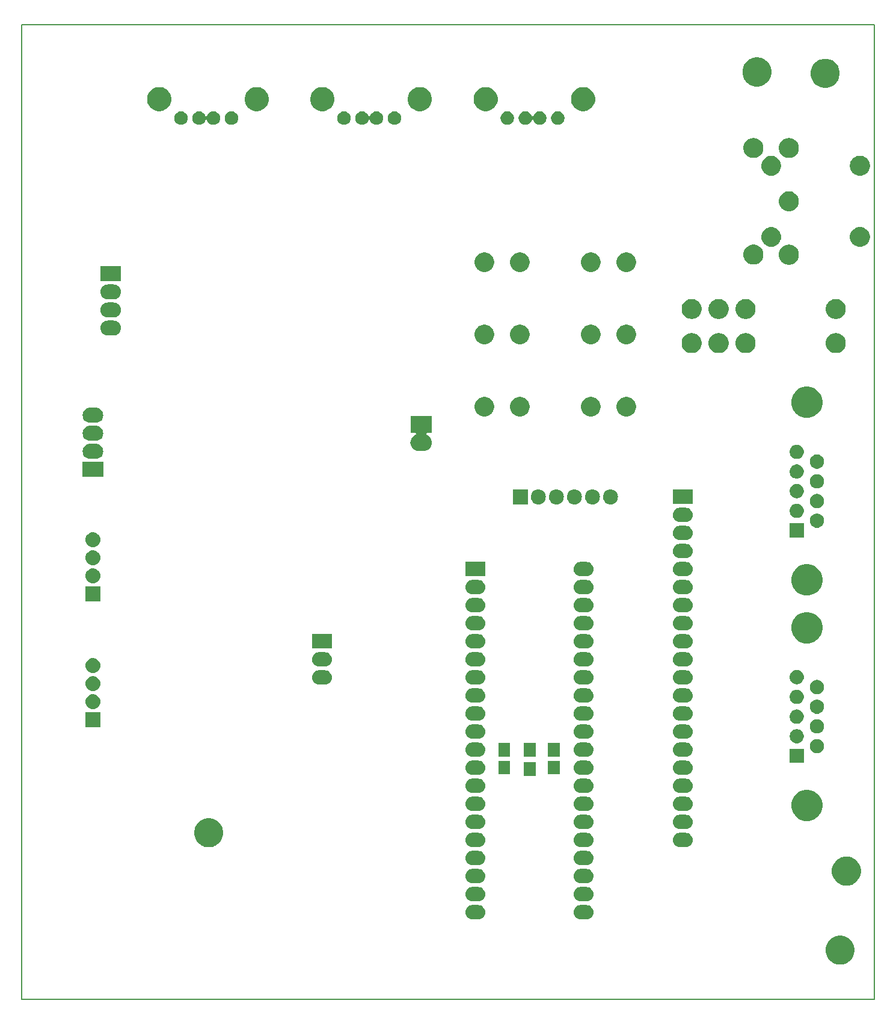
<source format=gbr>
%TF.GenerationSoftware,KiCad,Pcbnew,(5.0.1-3-g963ef8bb5)*%
%TF.CreationDate,2019-03-05T20:33:43+01:00*%
%TF.ProjectId,KaJUSBhub,4B614A5553426875622E6B696361645F,0.1*%
%TF.SameCoordinates,Original*%
%TF.FileFunction,Soldermask,Bot*%
%TF.FilePolarity,Negative*%
%FSLAX46Y46*%
G04 Gerber Fmt 4.6, Leading zero omitted, Abs format (unit mm)*
G04 Created by KiCad (PCBNEW (5.0.1-3-g963ef8bb5)) date Dienstag, 05. März 2019 um 20:33:43*
%MOMM*%
%LPD*%
G01*
G04 APERTURE LIST*
%ADD10C,0.150000*%
G04 APERTURE END LIST*
D10*
X100000000Y-157000000D02*
X100000000Y-20000000D01*
X220000000Y-157000000D02*
X100000000Y-157000000D01*
X100000000Y-20000000D02*
X220000000Y-20000000D01*
X220000000Y-20000000D02*
X220000000Y-157000000D01*
G36*
X215665944Y-148102520D02*
X215797963Y-148128780D01*
X215952496Y-148192790D01*
X216171038Y-148283313D01*
X216506802Y-148507663D01*
X216792337Y-148793198D01*
X217016687Y-149128962D01*
X217171220Y-149502038D01*
X217250000Y-149898091D01*
X217250000Y-150301909D01*
X217171220Y-150697962D01*
X217016687Y-151071038D01*
X216792337Y-151406802D01*
X216506802Y-151692337D01*
X216171038Y-151916687D01*
X215952496Y-152007210D01*
X215797963Y-152071220D01*
X215665944Y-152097480D01*
X215401909Y-152150000D01*
X214998091Y-152150000D01*
X214734056Y-152097480D01*
X214602037Y-152071220D01*
X214447504Y-152007210D01*
X214228962Y-151916687D01*
X213893198Y-151692337D01*
X213607663Y-151406802D01*
X213383313Y-151071038D01*
X213228780Y-150697962D01*
X213150000Y-150301909D01*
X213150000Y-149898091D01*
X213228780Y-149502038D01*
X213383313Y-149128962D01*
X213607663Y-148793198D01*
X213893198Y-148507663D01*
X214228962Y-148283313D01*
X214447504Y-148192790D01*
X214602037Y-148128780D01*
X214734056Y-148102520D01*
X214998091Y-148050000D01*
X215401909Y-148050000D01*
X215665944Y-148102520D01*
X215665944Y-148102520D01*
G37*
G36*
X164426030Y-143794469D02*
X164426033Y-143794470D01*
X164426034Y-143794470D01*
X164614535Y-143851651D01*
X164614537Y-143851652D01*
X164788260Y-143944509D01*
X164940528Y-144069472D01*
X165065491Y-144221740D01*
X165158348Y-144395463D01*
X165215531Y-144583970D01*
X165234838Y-144780000D01*
X165215531Y-144976030D01*
X165158348Y-145164537D01*
X165065491Y-145338260D01*
X164940528Y-145490528D01*
X164788260Y-145615491D01*
X164788258Y-145615492D01*
X164614535Y-145708349D01*
X164426034Y-145765530D01*
X164426033Y-145765530D01*
X164426030Y-145765531D01*
X164279124Y-145780000D01*
X163380876Y-145780000D01*
X163233970Y-145765531D01*
X163233967Y-145765530D01*
X163233966Y-145765530D01*
X163045465Y-145708349D01*
X162871742Y-145615492D01*
X162871740Y-145615491D01*
X162719472Y-145490528D01*
X162594509Y-145338260D01*
X162501652Y-145164537D01*
X162444469Y-144976030D01*
X162425162Y-144780000D01*
X162444469Y-144583970D01*
X162501652Y-144395463D01*
X162594509Y-144221740D01*
X162719472Y-144069472D01*
X162871740Y-143944509D01*
X163045463Y-143851652D01*
X163045465Y-143851651D01*
X163233966Y-143794470D01*
X163233967Y-143794470D01*
X163233970Y-143794469D01*
X163380876Y-143780000D01*
X164279124Y-143780000D01*
X164426030Y-143794469D01*
X164426030Y-143794469D01*
G37*
G36*
X179666030Y-143794469D02*
X179666033Y-143794470D01*
X179666034Y-143794470D01*
X179854535Y-143851651D01*
X179854537Y-143851652D01*
X180028260Y-143944509D01*
X180180528Y-144069472D01*
X180305491Y-144221740D01*
X180398348Y-144395463D01*
X180455531Y-144583970D01*
X180474838Y-144780000D01*
X180455531Y-144976030D01*
X180398348Y-145164537D01*
X180305491Y-145338260D01*
X180180528Y-145490528D01*
X180028260Y-145615491D01*
X180028258Y-145615492D01*
X179854535Y-145708349D01*
X179666034Y-145765530D01*
X179666033Y-145765530D01*
X179666030Y-145765531D01*
X179519124Y-145780000D01*
X178620876Y-145780000D01*
X178473970Y-145765531D01*
X178473967Y-145765530D01*
X178473966Y-145765530D01*
X178285465Y-145708349D01*
X178111742Y-145615492D01*
X178111740Y-145615491D01*
X177959472Y-145490528D01*
X177834509Y-145338260D01*
X177741652Y-145164537D01*
X177684469Y-144976030D01*
X177665162Y-144780000D01*
X177684469Y-144583970D01*
X177741652Y-144395463D01*
X177834509Y-144221740D01*
X177959472Y-144069472D01*
X178111740Y-143944509D01*
X178285463Y-143851652D01*
X178285465Y-143851651D01*
X178473966Y-143794470D01*
X178473967Y-143794470D01*
X178473970Y-143794469D01*
X178620876Y-143780000D01*
X179519124Y-143780000D01*
X179666030Y-143794469D01*
X179666030Y-143794469D01*
G37*
G36*
X179666030Y-141254469D02*
X179666033Y-141254470D01*
X179666034Y-141254470D01*
X179854535Y-141311651D01*
X179854537Y-141311652D01*
X180028260Y-141404509D01*
X180180528Y-141529472D01*
X180305491Y-141681740D01*
X180398348Y-141855463D01*
X180455531Y-142043970D01*
X180474838Y-142240000D01*
X180455531Y-142436030D01*
X180398348Y-142624537D01*
X180305491Y-142798260D01*
X180180528Y-142950528D01*
X180028260Y-143075491D01*
X180028258Y-143075492D01*
X179854535Y-143168349D01*
X179666034Y-143225530D01*
X179666033Y-143225530D01*
X179666030Y-143225531D01*
X179519124Y-143240000D01*
X178620876Y-143240000D01*
X178473970Y-143225531D01*
X178473967Y-143225530D01*
X178473966Y-143225530D01*
X178285465Y-143168349D01*
X178111742Y-143075492D01*
X178111740Y-143075491D01*
X177959472Y-142950528D01*
X177834509Y-142798260D01*
X177741652Y-142624537D01*
X177684469Y-142436030D01*
X177665162Y-142240000D01*
X177684469Y-142043970D01*
X177741652Y-141855463D01*
X177834509Y-141681740D01*
X177959472Y-141529472D01*
X178111740Y-141404509D01*
X178285463Y-141311652D01*
X178285465Y-141311651D01*
X178473966Y-141254470D01*
X178473967Y-141254470D01*
X178473970Y-141254469D01*
X178620876Y-141240000D01*
X179519124Y-141240000D01*
X179666030Y-141254469D01*
X179666030Y-141254469D01*
G37*
G36*
X164426030Y-141254469D02*
X164426033Y-141254470D01*
X164426034Y-141254470D01*
X164614535Y-141311651D01*
X164614537Y-141311652D01*
X164788260Y-141404509D01*
X164940528Y-141529472D01*
X165065491Y-141681740D01*
X165158348Y-141855463D01*
X165215531Y-142043970D01*
X165234838Y-142240000D01*
X165215531Y-142436030D01*
X165158348Y-142624537D01*
X165065491Y-142798260D01*
X164940528Y-142950528D01*
X164788260Y-143075491D01*
X164788258Y-143075492D01*
X164614535Y-143168349D01*
X164426034Y-143225530D01*
X164426033Y-143225530D01*
X164426030Y-143225531D01*
X164279124Y-143240000D01*
X163380876Y-143240000D01*
X163233970Y-143225531D01*
X163233967Y-143225530D01*
X163233966Y-143225530D01*
X163045465Y-143168349D01*
X162871742Y-143075492D01*
X162871740Y-143075491D01*
X162719472Y-142950528D01*
X162594509Y-142798260D01*
X162501652Y-142624537D01*
X162444469Y-142436030D01*
X162425162Y-142240000D01*
X162444469Y-142043970D01*
X162501652Y-141855463D01*
X162594509Y-141681740D01*
X162719472Y-141529472D01*
X162871740Y-141404509D01*
X163045463Y-141311652D01*
X163045465Y-141311651D01*
X163233966Y-141254470D01*
X163233967Y-141254470D01*
X163233970Y-141254469D01*
X163380876Y-141240000D01*
X164279124Y-141240000D01*
X164426030Y-141254469D01*
X164426030Y-141254469D01*
G37*
G36*
X216565944Y-137002520D02*
X216697963Y-137028780D01*
X216852496Y-137092790D01*
X217071038Y-137183313D01*
X217406802Y-137407663D01*
X217692337Y-137693198D01*
X217916687Y-138028962D01*
X218071220Y-138402038D01*
X218150000Y-138798091D01*
X218150000Y-139201909D01*
X218071220Y-139597962D01*
X217916687Y-139971038D01*
X217692337Y-140306802D01*
X217406802Y-140592337D01*
X217071038Y-140816687D01*
X216852496Y-140907210D01*
X216697963Y-140971220D01*
X216565944Y-140997480D01*
X216301909Y-141050000D01*
X215898091Y-141050000D01*
X215634056Y-140997480D01*
X215502037Y-140971220D01*
X215347504Y-140907210D01*
X215128962Y-140816687D01*
X214793198Y-140592337D01*
X214507663Y-140306802D01*
X214283313Y-139971038D01*
X214128780Y-139597962D01*
X214050000Y-139201909D01*
X214050000Y-138798091D01*
X214128780Y-138402038D01*
X214283313Y-138028962D01*
X214507663Y-137693198D01*
X214793198Y-137407663D01*
X215128962Y-137183313D01*
X215347504Y-137092790D01*
X215502037Y-137028780D01*
X215634056Y-137002520D01*
X215898091Y-136950000D01*
X216301909Y-136950000D01*
X216565944Y-137002520D01*
X216565944Y-137002520D01*
G37*
G36*
X179666030Y-138714469D02*
X179666033Y-138714470D01*
X179666034Y-138714470D01*
X179854535Y-138771651D01*
X179854537Y-138771652D01*
X180028260Y-138864509D01*
X180180528Y-138989472D01*
X180305491Y-139141740D01*
X180398348Y-139315463D01*
X180455531Y-139503970D01*
X180474838Y-139700000D01*
X180455531Y-139896030D01*
X180455530Y-139896033D01*
X180455530Y-139896034D01*
X180432778Y-139971039D01*
X180398348Y-140084537D01*
X180305491Y-140258260D01*
X180180528Y-140410528D01*
X180028260Y-140535491D01*
X180028258Y-140535492D01*
X179854535Y-140628349D01*
X179666034Y-140685530D01*
X179666033Y-140685530D01*
X179666030Y-140685531D01*
X179519124Y-140700000D01*
X178620876Y-140700000D01*
X178473970Y-140685531D01*
X178473967Y-140685530D01*
X178473966Y-140685530D01*
X178285465Y-140628349D01*
X178111742Y-140535492D01*
X178111740Y-140535491D01*
X177959472Y-140410528D01*
X177834509Y-140258260D01*
X177741652Y-140084537D01*
X177707223Y-139971039D01*
X177684470Y-139896034D01*
X177684470Y-139896033D01*
X177684469Y-139896030D01*
X177665162Y-139700000D01*
X177684469Y-139503970D01*
X177741652Y-139315463D01*
X177834509Y-139141740D01*
X177959472Y-138989472D01*
X178111740Y-138864509D01*
X178285463Y-138771652D01*
X178285465Y-138771651D01*
X178473966Y-138714470D01*
X178473967Y-138714470D01*
X178473970Y-138714469D01*
X178620876Y-138700000D01*
X179519124Y-138700000D01*
X179666030Y-138714469D01*
X179666030Y-138714469D01*
G37*
G36*
X164426030Y-138714469D02*
X164426033Y-138714470D01*
X164426034Y-138714470D01*
X164614535Y-138771651D01*
X164614537Y-138771652D01*
X164788260Y-138864509D01*
X164940528Y-138989472D01*
X165065491Y-139141740D01*
X165158348Y-139315463D01*
X165215531Y-139503970D01*
X165234838Y-139700000D01*
X165215531Y-139896030D01*
X165215530Y-139896033D01*
X165215530Y-139896034D01*
X165192778Y-139971039D01*
X165158348Y-140084537D01*
X165065491Y-140258260D01*
X164940528Y-140410528D01*
X164788260Y-140535491D01*
X164788258Y-140535492D01*
X164614535Y-140628349D01*
X164426034Y-140685530D01*
X164426033Y-140685530D01*
X164426030Y-140685531D01*
X164279124Y-140700000D01*
X163380876Y-140700000D01*
X163233970Y-140685531D01*
X163233967Y-140685530D01*
X163233966Y-140685530D01*
X163045465Y-140628349D01*
X162871742Y-140535492D01*
X162871740Y-140535491D01*
X162719472Y-140410528D01*
X162594509Y-140258260D01*
X162501652Y-140084537D01*
X162467223Y-139971039D01*
X162444470Y-139896034D01*
X162444470Y-139896033D01*
X162444469Y-139896030D01*
X162425162Y-139700000D01*
X162444469Y-139503970D01*
X162501652Y-139315463D01*
X162594509Y-139141740D01*
X162719472Y-138989472D01*
X162871740Y-138864509D01*
X163045463Y-138771652D01*
X163045465Y-138771651D01*
X163233966Y-138714470D01*
X163233967Y-138714470D01*
X163233970Y-138714469D01*
X163380876Y-138700000D01*
X164279124Y-138700000D01*
X164426030Y-138714469D01*
X164426030Y-138714469D01*
G37*
G36*
X179666030Y-136174469D02*
X179666033Y-136174470D01*
X179666034Y-136174470D01*
X179854535Y-136231651D01*
X179854537Y-136231652D01*
X180028260Y-136324509D01*
X180180528Y-136449472D01*
X180305491Y-136601740D01*
X180398348Y-136775463D01*
X180455531Y-136963970D01*
X180474838Y-137160000D01*
X180455531Y-137356030D01*
X180455530Y-137356033D01*
X180455530Y-137356034D01*
X180439869Y-137407663D01*
X180398348Y-137544537D01*
X180305491Y-137718260D01*
X180180528Y-137870528D01*
X180028260Y-137995491D01*
X180028258Y-137995492D01*
X179854535Y-138088349D01*
X179666034Y-138145530D01*
X179666033Y-138145530D01*
X179666030Y-138145531D01*
X179519124Y-138160000D01*
X178620876Y-138160000D01*
X178473970Y-138145531D01*
X178473967Y-138145530D01*
X178473966Y-138145530D01*
X178285465Y-138088349D01*
X178111742Y-137995492D01*
X178111740Y-137995491D01*
X177959472Y-137870528D01*
X177834509Y-137718260D01*
X177741652Y-137544537D01*
X177700132Y-137407663D01*
X177684470Y-137356034D01*
X177684470Y-137356033D01*
X177684469Y-137356030D01*
X177665162Y-137160000D01*
X177684469Y-136963970D01*
X177741652Y-136775463D01*
X177834509Y-136601740D01*
X177959472Y-136449472D01*
X178111740Y-136324509D01*
X178285463Y-136231652D01*
X178285465Y-136231651D01*
X178473966Y-136174470D01*
X178473967Y-136174470D01*
X178473970Y-136174469D01*
X178620876Y-136160000D01*
X179519124Y-136160000D01*
X179666030Y-136174469D01*
X179666030Y-136174469D01*
G37*
G36*
X164426030Y-136174469D02*
X164426033Y-136174470D01*
X164426034Y-136174470D01*
X164614535Y-136231651D01*
X164614537Y-136231652D01*
X164788260Y-136324509D01*
X164940528Y-136449472D01*
X165065491Y-136601740D01*
X165158348Y-136775463D01*
X165215531Y-136963970D01*
X165234838Y-137160000D01*
X165215531Y-137356030D01*
X165215530Y-137356033D01*
X165215530Y-137356034D01*
X165199869Y-137407663D01*
X165158348Y-137544537D01*
X165065491Y-137718260D01*
X164940528Y-137870528D01*
X164788260Y-137995491D01*
X164788258Y-137995492D01*
X164614535Y-138088349D01*
X164426034Y-138145530D01*
X164426033Y-138145530D01*
X164426030Y-138145531D01*
X164279124Y-138160000D01*
X163380876Y-138160000D01*
X163233970Y-138145531D01*
X163233967Y-138145530D01*
X163233966Y-138145530D01*
X163045465Y-138088349D01*
X162871742Y-137995492D01*
X162871740Y-137995491D01*
X162719472Y-137870528D01*
X162594509Y-137718260D01*
X162501652Y-137544537D01*
X162460132Y-137407663D01*
X162444470Y-137356034D01*
X162444470Y-137356033D01*
X162444469Y-137356030D01*
X162425162Y-137160000D01*
X162444469Y-136963970D01*
X162501652Y-136775463D01*
X162594509Y-136601740D01*
X162719472Y-136449472D01*
X162871740Y-136324509D01*
X163045463Y-136231652D01*
X163045465Y-136231651D01*
X163233966Y-136174470D01*
X163233967Y-136174470D01*
X163233970Y-136174469D01*
X163380876Y-136160000D01*
X164279124Y-136160000D01*
X164426030Y-136174469D01*
X164426030Y-136174469D01*
G37*
G36*
X126765944Y-131602520D02*
X126897963Y-131628780D01*
X127052496Y-131692790D01*
X127271038Y-131783313D01*
X127606802Y-132007663D01*
X127892337Y-132293198D01*
X128116687Y-132628962D01*
X128120538Y-132638260D01*
X128271220Y-133002037D01*
X128283849Y-133065530D01*
X128350000Y-133398091D01*
X128350000Y-133801909D01*
X128271220Y-134197962D01*
X128116687Y-134571038D01*
X127892337Y-134906802D01*
X127606802Y-135192337D01*
X127271038Y-135416687D01*
X127177354Y-135455492D01*
X126897963Y-135571220D01*
X126765944Y-135597480D01*
X126501909Y-135650000D01*
X126098091Y-135650000D01*
X125834056Y-135597480D01*
X125702037Y-135571220D01*
X125422646Y-135455492D01*
X125328962Y-135416687D01*
X124993198Y-135192337D01*
X124707663Y-134906802D01*
X124483313Y-134571038D01*
X124328780Y-134197962D01*
X124250000Y-133801909D01*
X124250000Y-133398091D01*
X124316151Y-133065530D01*
X124328780Y-133002037D01*
X124479462Y-132638260D01*
X124483313Y-132628962D01*
X124707663Y-132293198D01*
X124993198Y-132007663D01*
X125328962Y-131783313D01*
X125547504Y-131692790D01*
X125702037Y-131628780D01*
X125834056Y-131602520D01*
X126098091Y-131550000D01*
X126501909Y-131550000D01*
X126765944Y-131602520D01*
X126765944Y-131602520D01*
G37*
G36*
X193636030Y-133634469D02*
X193636033Y-133634470D01*
X193636034Y-133634470D01*
X193824535Y-133691651D01*
X193824537Y-133691652D01*
X193998260Y-133784509D01*
X194150528Y-133909472D01*
X194275491Y-134061740D01*
X194368348Y-134235463D01*
X194425531Y-134423970D01*
X194444838Y-134620000D01*
X194425531Y-134816030D01*
X194368348Y-135004537D01*
X194275491Y-135178260D01*
X194150528Y-135330528D01*
X193998260Y-135455491D01*
X193998258Y-135455492D01*
X193824535Y-135548349D01*
X193636034Y-135605530D01*
X193636033Y-135605530D01*
X193636030Y-135605531D01*
X193489124Y-135620000D01*
X192590876Y-135620000D01*
X192443970Y-135605531D01*
X192443967Y-135605530D01*
X192443966Y-135605530D01*
X192255465Y-135548349D01*
X192081742Y-135455492D01*
X192081740Y-135455491D01*
X191929472Y-135330528D01*
X191804509Y-135178260D01*
X191711652Y-135004537D01*
X191654469Y-134816030D01*
X191635162Y-134620000D01*
X191654469Y-134423970D01*
X191711652Y-134235463D01*
X191804509Y-134061740D01*
X191929472Y-133909472D01*
X192081740Y-133784509D01*
X192255463Y-133691652D01*
X192255465Y-133691651D01*
X192443966Y-133634470D01*
X192443967Y-133634470D01*
X192443970Y-133634469D01*
X192590876Y-133620000D01*
X193489124Y-133620000D01*
X193636030Y-133634469D01*
X193636030Y-133634469D01*
G37*
G36*
X179666030Y-133634469D02*
X179666033Y-133634470D01*
X179666034Y-133634470D01*
X179854535Y-133691651D01*
X179854537Y-133691652D01*
X180028260Y-133784509D01*
X180180528Y-133909472D01*
X180305491Y-134061740D01*
X180398348Y-134235463D01*
X180455531Y-134423970D01*
X180474838Y-134620000D01*
X180455531Y-134816030D01*
X180398348Y-135004537D01*
X180305491Y-135178260D01*
X180180528Y-135330528D01*
X180028260Y-135455491D01*
X180028258Y-135455492D01*
X179854535Y-135548349D01*
X179666034Y-135605530D01*
X179666033Y-135605530D01*
X179666030Y-135605531D01*
X179519124Y-135620000D01*
X178620876Y-135620000D01*
X178473970Y-135605531D01*
X178473967Y-135605530D01*
X178473966Y-135605530D01*
X178285465Y-135548349D01*
X178111742Y-135455492D01*
X178111740Y-135455491D01*
X177959472Y-135330528D01*
X177834509Y-135178260D01*
X177741652Y-135004537D01*
X177684469Y-134816030D01*
X177665162Y-134620000D01*
X177684469Y-134423970D01*
X177741652Y-134235463D01*
X177834509Y-134061740D01*
X177959472Y-133909472D01*
X178111740Y-133784509D01*
X178285463Y-133691652D01*
X178285465Y-133691651D01*
X178473966Y-133634470D01*
X178473967Y-133634470D01*
X178473970Y-133634469D01*
X178620876Y-133620000D01*
X179519124Y-133620000D01*
X179666030Y-133634469D01*
X179666030Y-133634469D01*
G37*
G36*
X164426030Y-133634469D02*
X164426033Y-133634470D01*
X164426034Y-133634470D01*
X164614535Y-133691651D01*
X164614537Y-133691652D01*
X164788260Y-133784509D01*
X164940528Y-133909472D01*
X165065491Y-134061740D01*
X165158348Y-134235463D01*
X165215531Y-134423970D01*
X165234838Y-134620000D01*
X165215531Y-134816030D01*
X165158348Y-135004537D01*
X165065491Y-135178260D01*
X164940528Y-135330528D01*
X164788260Y-135455491D01*
X164788258Y-135455492D01*
X164614535Y-135548349D01*
X164426034Y-135605530D01*
X164426033Y-135605530D01*
X164426030Y-135605531D01*
X164279124Y-135620000D01*
X163380876Y-135620000D01*
X163233970Y-135605531D01*
X163233967Y-135605530D01*
X163233966Y-135605530D01*
X163045465Y-135548349D01*
X162871742Y-135455492D01*
X162871740Y-135455491D01*
X162719472Y-135330528D01*
X162594509Y-135178260D01*
X162501652Y-135004537D01*
X162444469Y-134816030D01*
X162425162Y-134620000D01*
X162444469Y-134423970D01*
X162501652Y-134235463D01*
X162594509Y-134061740D01*
X162719472Y-133909472D01*
X162871740Y-133784509D01*
X163045463Y-133691652D01*
X163045465Y-133691651D01*
X163233966Y-133634470D01*
X163233967Y-133634470D01*
X163233970Y-133634469D01*
X163380876Y-133620000D01*
X164279124Y-133620000D01*
X164426030Y-133634469D01*
X164426030Y-133634469D01*
G37*
G36*
X179666030Y-131094469D02*
X179666033Y-131094470D01*
X179666034Y-131094470D01*
X179854535Y-131151651D01*
X179854537Y-131151652D01*
X180028260Y-131244509D01*
X180180528Y-131369472D01*
X180305491Y-131521740D01*
X180305492Y-131521742D01*
X180398349Y-131695465D01*
X180455530Y-131883966D01*
X180455531Y-131883970D01*
X180474838Y-132080000D01*
X180455531Y-132276030D01*
X180398348Y-132464537D01*
X180305491Y-132638260D01*
X180180528Y-132790528D01*
X180028260Y-132915491D01*
X180028258Y-132915492D01*
X179854535Y-133008349D01*
X179666034Y-133065530D01*
X179666033Y-133065530D01*
X179666030Y-133065531D01*
X179519124Y-133080000D01*
X178620876Y-133080000D01*
X178473970Y-133065531D01*
X178473967Y-133065530D01*
X178473966Y-133065530D01*
X178285465Y-133008349D01*
X178111742Y-132915492D01*
X178111740Y-132915491D01*
X177959472Y-132790528D01*
X177834509Y-132638260D01*
X177741652Y-132464537D01*
X177684469Y-132276030D01*
X177665162Y-132080000D01*
X177684469Y-131883970D01*
X177684470Y-131883966D01*
X177741651Y-131695465D01*
X177834508Y-131521742D01*
X177834509Y-131521740D01*
X177959472Y-131369472D01*
X178111740Y-131244509D01*
X178285463Y-131151652D01*
X178285465Y-131151651D01*
X178473966Y-131094470D01*
X178473967Y-131094470D01*
X178473970Y-131094469D01*
X178620876Y-131080000D01*
X179519124Y-131080000D01*
X179666030Y-131094469D01*
X179666030Y-131094469D01*
G37*
G36*
X164426030Y-131094469D02*
X164426033Y-131094470D01*
X164426034Y-131094470D01*
X164614535Y-131151651D01*
X164614537Y-131151652D01*
X164788260Y-131244509D01*
X164940528Y-131369472D01*
X165065491Y-131521740D01*
X165065492Y-131521742D01*
X165158349Y-131695465D01*
X165215530Y-131883966D01*
X165215531Y-131883970D01*
X165234838Y-132080000D01*
X165215531Y-132276030D01*
X165158348Y-132464537D01*
X165065491Y-132638260D01*
X164940528Y-132790528D01*
X164788260Y-132915491D01*
X164788258Y-132915492D01*
X164614535Y-133008349D01*
X164426034Y-133065530D01*
X164426033Y-133065530D01*
X164426030Y-133065531D01*
X164279124Y-133080000D01*
X163380876Y-133080000D01*
X163233970Y-133065531D01*
X163233967Y-133065530D01*
X163233966Y-133065530D01*
X163045465Y-133008349D01*
X162871742Y-132915492D01*
X162871740Y-132915491D01*
X162719472Y-132790528D01*
X162594509Y-132638260D01*
X162501652Y-132464537D01*
X162444469Y-132276030D01*
X162425162Y-132080000D01*
X162444469Y-131883970D01*
X162444470Y-131883966D01*
X162501651Y-131695465D01*
X162594508Y-131521742D01*
X162594509Y-131521740D01*
X162719472Y-131369472D01*
X162871740Y-131244509D01*
X163045463Y-131151652D01*
X163045465Y-131151651D01*
X163233966Y-131094470D01*
X163233967Y-131094470D01*
X163233970Y-131094469D01*
X163380876Y-131080000D01*
X164279124Y-131080000D01*
X164426030Y-131094469D01*
X164426030Y-131094469D01*
G37*
G36*
X193636030Y-131094469D02*
X193636033Y-131094470D01*
X193636034Y-131094470D01*
X193824535Y-131151651D01*
X193824537Y-131151652D01*
X193998260Y-131244509D01*
X194150528Y-131369472D01*
X194275491Y-131521740D01*
X194275492Y-131521742D01*
X194368349Y-131695465D01*
X194425530Y-131883966D01*
X194425531Y-131883970D01*
X194444838Y-132080000D01*
X194425531Y-132276030D01*
X194368348Y-132464537D01*
X194275491Y-132638260D01*
X194150528Y-132790528D01*
X193998260Y-132915491D01*
X193998258Y-132915492D01*
X193824535Y-133008349D01*
X193636034Y-133065530D01*
X193636033Y-133065530D01*
X193636030Y-133065531D01*
X193489124Y-133080000D01*
X192590876Y-133080000D01*
X192443970Y-133065531D01*
X192443967Y-133065530D01*
X192443966Y-133065530D01*
X192255465Y-133008349D01*
X192081742Y-132915492D01*
X192081740Y-132915491D01*
X191929472Y-132790528D01*
X191804509Y-132638260D01*
X191711652Y-132464537D01*
X191654469Y-132276030D01*
X191635162Y-132080000D01*
X191654469Y-131883970D01*
X191654470Y-131883966D01*
X191711651Y-131695465D01*
X191804508Y-131521742D01*
X191804509Y-131521740D01*
X191929472Y-131369472D01*
X192081740Y-131244509D01*
X192255463Y-131151652D01*
X192255465Y-131151651D01*
X192443966Y-131094470D01*
X192443967Y-131094470D01*
X192443970Y-131094469D01*
X192590876Y-131080000D01*
X193489124Y-131080000D01*
X193636030Y-131094469D01*
X193636030Y-131094469D01*
G37*
G36*
X211161716Y-127644544D02*
X211562090Y-127810384D01*
X211922421Y-128051150D01*
X212228850Y-128357579D01*
X212469616Y-128717910D01*
X212635456Y-129118284D01*
X212720000Y-129543317D01*
X212720000Y-129976683D01*
X212635456Y-130401716D01*
X212469616Y-130802090D01*
X212228850Y-131162421D01*
X211922421Y-131468850D01*
X211562090Y-131709616D01*
X211161716Y-131875456D01*
X210736683Y-131960000D01*
X210303317Y-131960000D01*
X209878284Y-131875456D01*
X209477910Y-131709616D01*
X209117579Y-131468850D01*
X208811150Y-131162421D01*
X208570384Y-130802090D01*
X208404544Y-130401716D01*
X208320000Y-129976683D01*
X208320000Y-129543317D01*
X208404544Y-129118284D01*
X208570384Y-128717910D01*
X208811150Y-128357579D01*
X209117579Y-128051150D01*
X209477910Y-127810384D01*
X209878284Y-127644544D01*
X210303317Y-127560000D01*
X210736683Y-127560000D01*
X211161716Y-127644544D01*
X211161716Y-127644544D01*
G37*
G36*
X179666030Y-128554469D02*
X179666033Y-128554470D01*
X179666034Y-128554470D01*
X179854535Y-128611651D01*
X179854537Y-128611652D01*
X180028260Y-128704509D01*
X180180528Y-128829472D01*
X180305491Y-128981740D01*
X180398348Y-129155463D01*
X180455531Y-129343970D01*
X180474838Y-129540000D01*
X180455531Y-129736030D01*
X180398348Y-129924537D01*
X180305491Y-130098260D01*
X180180528Y-130250528D01*
X180028260Y-130375491D01*
X179854537Y-130468348D01*
X179854535Y-130468349D01*
X179666034Y-130525530D01*
X179666033Y-130525530D01*
X179666030Y-130525531D01*
X179519124Y-130540000D01*
X178620876Y-130540000D01*
X178473970Y-130525531D01*
X178473967Y-130525530D01*
X178473966Y-130525530D01*
X178285465Y-130468349D01*
X178285463Y-130468348D01*
X178111740Y-130375491D01*
X177959472Y-130250528D01*
X177834509Y-130098260D01*
X177741652Y-129924537D01*
X177684469Y-129736030D01*
X177665162Y-129540000D01*
X177684469Y-129343970D01*
X177741652Y-129155463D01*
X177834509Y-128981740D01*
X177959472Y-128829472D01*
X178111740Y-128704509D01*
X178285463Y-128611652D01*
X178285465Y-128611651D01*
X178473966Y-128554470D01*
X178473967Y-128554470D01*
X178473970Y-128554469D01*
X178620876Y-128540000D01*
X179519124Y-128540000D01*
X179666030Y-128554469D01*
X179666030Y-128554469D01*
G37*
G36*
X164426030Y-128554469D02*
X164426033Y-128554470D01*
X164426034Y-128554470D01*
X164614535Y-128611651D01*
X164614537Y-128611652D01*
X164788260Y-128704509D01*
X164940528Y-128829472D01*
X165065491Y-128981740D01*
X165158348Y-129155463D01*
X165215531Y-129343970D01*
X165234838Y-129540000D01*
X165215531Y-129736030D01*
X165158348Y-129924537D01*
X165065491Y-130098260D01*
X164940528Y-130250528D01*
X164788260Y-130375491D01*
X164614537Y-130468348D01*
X164614535Y-130468349D01*
X164426034Y-130525530D01*
X164426033Y-130525530D01*
X164426030Y-130525531D01*
X164279124Y-130540000D01*
X163380876Y-130540000D01*
X163233970Y-130525531D01*
X163233967Y-130525530D01*
X163233966Y-130525530D01*
X163045465Y-130468349D01*
X163045463Y-130468348D01*
X162871740Y-130375491D01*
X162719472Y-130250528D01*
X162594509Y-130098260D01*
X162501652Y-129924537D01*
X162444469Y-129736030D01*
X162425162Y-129540000D01*
X162444469Y-129343970D01*
X162501652Y-129155463D01*
X162594509Y-128981740D01*
X162719472Y-128829472D01*
X162871740Y-128704509D01*
X163045463Y-128611652D01*
X163045465Y-128611651D01*
X163233966Y-128554470D01*
X163233967Y-128554470D01*
X163233970Y-128554469D01*
X163380876Y-128540000D01*
X164279124Y-128540000D01*
X164426030Y-128554469D01*
X164426030Y-128554469D01*
G37*
G36*
X193636030Y-128554469D02*
X193636033Y-128554470D01*
X193636034Y-128554470D01*
X193824535Y-128611651D01*
X193824537Y-128611652D01*
X193998260Y-128704509D01*
X194150528Y-128829472D01*
X194275491Y-128981740D01*
X194368348Y-129155463D01*
X194425531Y-129343970D01*
X194444838Y-129540000D01*
X194425531Y-129736030D01*
X194368348Y-129924537D01*
X194275491Y-130098260D01*
X194150528Y-130250528D01*
X193998260Y-130375491D01*
X193824537Y-130468348D01*
X193824535Y-130468349D01*
X193636034Y-130525530D01*
X193636033Y-130525530D01*
X193636030Y-130525531D01*
X193489124Y-130540000D01*
X192590876Y-130540000D01*
X192443970Y-130525531D01*
X192443967Y-130525530D01*
X192443966Y-130525530D01*
X192255465Y-130468349D01*
X192255463Y-130468348D01*
X192081740Y-130375491D01*
X191929472Y-130250528D01*
X191804509Y-130098260D01*
X191711652Y-129924537D01*
X191654469Y-129736030D01*
X191635162Y-129540000D01*
X191654469Y-129343970D01*
X191711652Y-129155463D01*
X191804509Y-128981740D01*
X191929472Y-128829472D01*
X192081740Y-128704509D01*
X192255463Y-128611652D01*
X192255465Y-128611651D01*
X192443966Y-128554470D01*
X192443967Y-128554470D01*
X192443970Y-128554469D01*
X192590876Y-128540000D01*
X193489124Y-128540000D01*
X193636030Y-128554469D01*
X193636030Y-128554469D01*
G37*
G36*
X193636030Y-126014469D02*
X193636033Y-126014470D01*
X193636034Y-126014470D01*
X193824535Y-126071651D01*
X193824537Y-126071652D01*
X193998260Y-126164509D01*
X194150528Y-126289472D01*
X194275491Y-126441740D01*
X194368348Y-126615463D01*
X194425531Y-126803970D01*
X194444838Y-127000000D01*
X194425531Y-127196030D01*
X194368348Y-127384537D01*
X194275491Y-127558260D01*
X194150528Y-127710528D01*
X193998260Y-127835491D01*
X193998258Y-127835492D01*
X193824535Y-127928349D01*
X193636034Y-127985530D01*
X193636033Y-127985530D01*
X193636030Y-127985531D01*
X193489124Y-128000000D01*
X192590876Y-128000000D01*
X192443970Y-127985531D01*
X192443967Y-127985530D01*
X192443966Y-127985530D01*
X192255465Y-127928349D01*
X192081742Y-127835492D01*
X192081740Y-127835491D01*
X191929472Y-127710528D01*
X191804509Y-127558260D01*
X191711652Y-127384537D01*
X191654469Y-127196030D01*
X191635162Y-127000000D01*
X191654469Y-126803970D01*
X191711652Y-126615463D01*
X191804509Y-126441740D01*
X191929472Y-126289472D01*
X192081740Y-126164509D01*
X192255463Y-126071652D01*
X192255465Y-126071651D01*
X192443966Y-126014470D01*
X192443967Y-126014470D01*
X192443970Y-126014469D01*
X192590876Y-126000000D01*
X193489124Y-126000000D01*
X193636030Y-126014469D01*
X193636030Y-126014469D01*
G37*
G36*
X179666030Y-126014469D02*
X179666033Y-126014470D01*
X179666034Y-126014470D01*
X179854535Y-126071651D01*
X179854537Y-126071652D01*
X180028260Y-126164509D01*
X180180528Y-126289472D01*
X180305491Y-126441740D01*
X180398348Y-126615463D01*
X180455531Y-126803970D01*
X180474838Y-127000000D01*
X180455531Y-127196030D01*
X180398348Y-127384537D01*
X180305491Y-127558260D01*
X180180528Y-127710528D01*
X180028260Y-127835491D01*
X180028258Y-127835492D01*
X179854535Y-127928349D01*
X179666034Y-127985530D01*
X179666033Y-127985530D01*
X179666030Y-127985531D01*
X179519124Y-128000000D01*
X178620876Y-128000000D01*
X178473970Y-127985531D01*
X178473967Y-127985530D01*
X178473966Y-127985530D01*
X178285465Y-127928349D01*
X178111742Y-127835492D01*
X178111740Y-127835491D01*
X177959472Y-127710528D01*
X177834509Y-127558260D01*
X177741652Y-127384537D01*
X177684469Y-127196030D01*
X177665162Y-127000000D01*
X177684469Y-126803970D01*
X177741652Y-126615463D01*
X177834509Y-126441740D01*
X177959472Y-126289472D01*
X178111740Y-126164509D01*
X178285463Y-126071652D01*
X178285465Y-126071651D01*
X178473966Y-126014470D01*
X178473967Y-126014470D01*
X178473970Y-126014469D01*
X178620876Y-126000000D01*
X179519124Y-126000000D01*
X179666030Y-126014469D01*
X179666030Y-126014469D01*
G37*
G36*
X164426030Y-126014469D02*
X164426033Y-126014470D01*
X164426034Y-126014470D01*
X164614535Y-126071651D01*
X164614537Y-126071652D01*
X164788260Y-126164509D01*
X164940528Y-126289472D01*
X165065491Y-126441740D01*
X165158348Y-126615463D01*
X165215531Y-126803970D01*
X165234838Y-127000000D01*
X165215531Y-127196030D01*
X165158348Y-127384537D01*
X165065491Y-127558260D01*
X164940528Y-127710528D01*
X164788260Y-127835491D01*
X164788258Y-127835492D01*
X164614535Y-127928349D01*
X164426034Y-127985530D01*
X164426033Y-127985530D01*
X164426030Y-127985531D01*
X164279124Y-128000000D01*
X163380876Y-128000000D01*
X163233970Y-127985531D01*
X163233967Y-127985530D01*
X163233966Y-127985530D01*
X163045465Y-127928349D01*
X162871742Y-127835492D01*
X162871740Y-127835491D01*
X162719472Y-127710528D01*
X162594509Y-127558260D01*
X162501652Y-127384537D01*
X162444469Y-127196030D01*
X162425162Y-127000000D01*
X162444469Y-126803970D01*
X162501652Y-126615463D01*
X162594509Y-126441740D01*
X162719472Y-126289472D01*
X162871740Y-126164509D01*
X163045463Y-126071652D01*
X163045465Y-126071651D01*
X163233966Y-126014470D01*
X163233967Y-126014470D01*
X163233970Y-126014469D01*
X163380876Y-126000000D01*
X164279124Y-126000000D01*
X164426030Y-126014469D01*
X164426030Y-126014469D01*
G37*
G36*
X172350000Y-125600000D02*
X170650000Y-125600000D01*
X170650000Y-123700000D01*
X172350000Y-123700000D01*
X172350000Y-125600000D01*
X172350000Y-125600000D01*
G37*
G36*
X193636030Y-123474469D02*
X193636033Y-123474470D01*
X193636034Y-123474470D01*
X193824535Y-123531651D01*
X193824537Y-123531652D01*
X193998260Y-123624509D01*
X194150528Y-123749472D01*
X194275491Y-123901740D01*
X194368348Y-124075463D01*
X194425531Y-124263970D01*
X194444838Y-124460000D01*
X194425531Y-124656030D01*
X194368348Y-124844537D01*
X194275491Y-125018260D01*
X194150528Y-125170528D01*
X193998260Y-125295491D01*
X193998258Y-125295492D01*
X193824535Y-125388349D01*
X193636034Y-125445530D01*
X193636033Y-125445530D01*
X193636030Y-125445531D01*
X193489124Y-125460000D01*
X192590876Y-125460000D01*
X192443970Y-125445531D01*
X192443967Y-125445530D01*
X192443966Y-125445530D01*
X192255465Y-125388349D01*
X192081742Y-125295492D01*
X192081740Y-125295491D01*
X191929472Y-125170528D01*
X191804509Y-125018260D01*
X191711652Y-124844537D01*
X191654469Y-124656030D01*
X191635162Y-124460000D01*
X191654469Y-124263970D01*
X191711652Y-124075463D01*
X191804509Y-123901740D01*
X191929472Y-123749472D01*
X192081740Y-123624509D01*
X192255463Y-123531652D01*
X192255465Y-123531651D01*
X192443966Y-123474470D01*
X192443967Y-123474470D01*
X192443970Y-123474469D01*
X192590876Y-123460000D01*
X193489124Y-123460000D01*
X193636030Y-123474469D01*
X193636030Y-123474469D01*
G37*
G36*
X179666030Y-123474469D02*
X179666033Y-123474470D01*
X179666034Y-123474470D01*
X179854535Y-123531651D01*
X179854537Y-123531652D01*
X180028260Y-123624509D01*
X180180528Y-123749472D01*
X180305491Y-123901740D01*
X180398348Y-124075463D01*
X180455531Y-124263970D01*
X180474838Y-124460000D01*
X180455531Y-124656030D01*
X180398348Y-124844537D01*
X180305491Y-125018260D01*
X180180528Y-125170528D01*
X180028260Y-125295491D01*
X180028258Y-125295492D01*
X179854535Y-125388349D01*
X179666034Y-125445530D01*
X179666033Y-125445530D01*
X179666030Y-125445531D01*
X179519124Y-125460000D01*
X178620876Y-125460000D01*
X178473970Y-125445531D01*
X178473967Y-125445530D01*
X178473966Y-125445530D01*
X178285465Y-125388349D01*
X178111742Y-125295492D01*
X178111740Y-125295491D01*
X177959472Y-125170528D01*
X177834509Y-125018260D01*
X177741652Y-124844537D01*
X177684469Y-124656030D01*
X177665162Y-124460000D01*
X177684469Y-124263970D01*
X177741652Y-124075463D01*
X177834509Y-123901740D01*
X177959472Y-123749472D01*
X178111740Y-123624509D01*
X178285463Y-123531652D01*
X178285465Y-123531651D01*
X178473966Y-123474470D01*
X178473967Y-123474470D01*
X178473970Y-123474469D01*
X178620876Y-123460000D01*
X179519124Y-123460000D01*
X179666030Y-123474469D01*
X179666030Y-123474469D01*
G37*
G36*
X164426030Y-123474469D02*
X164426033Y-123474470D01*
X164426034Y-123474470D01*
X164614535Y-123531651D01*
X164614537Y-123531652D01*
X164788260Y-123624509D01*
X164940528Y-123749472D01*
X165065491Y-123901740D01*
X165158348Y-124075463D01*
X165215531Y-124263970D01*
X165234838Y-124460000D01*
X165215531Y-124656030D01*
X165158348Y-124844537D01*
X165065491Y-125018260D01*
X164940528Y-125170528D01*
X164788260Y-125295491D01*
X164788258Y-125295492D01*
X164614535Y-125388349D01*
X164426034Y-125445530D01*
X164426033Y-125445530D01*
X164426030Y-125445531D01*
X164279124Y-125460000D01*
X163380876Y-125460000D01*
X163233970Y-125445531D01*
X163233967Y-125445530D01*
X163233966Y-125445530D01*
X163045465Y-125388349D01*
X162871742Y-125295492D01*
X162871740Y-125295491D01*
X162719472Y-125170528D01*
X162594509Y-125018260D01*
X162501652Y-124844537D01*
X162444469Y-124656030D01*
X162425162Y-124460000D01*
X162444469Y-124263970D01*
X162501652Y-124075463D01*
X162594509Y-123901740D01*
X162719472Y-123749472D01*
X162871740Y-123624509D01*
X163045463Y-123531652D01*
X163045465Y-123531651D01*
X163233966Y-123474470D01*
X163233967Y-123474470D01*
X163233970Y-123474469D01*
X163380876Y-123460000D01*
X164279124Y-123460000D01*
X164426030Y-123474469D01*
X164426030Y-123474469D01*
G37*
G36*
X175725000Y-125400000D02*
X174075000Y-125400000D01*
X174075000Y-123500000D01*
X175725000Y-123500000D01*
X175725000Y-125400000D01*
X175725000Y-125400000D01*
G37*
G36*
X168725000Y-125400000D02*
X167075000Y-125400000D01*
X167075000Y-123500000D01*
X168725000Y-123500000D01*
X168725000Y-125400000D01*
X168725000Y-125400000D01*
G37*
G36*
X210100000Y-123800000D02*
X208100000Y-123800000D01*
X208100000Y-121800000D01*
X210100000Y-121800000D01*
X210100000Y-123800000D01*
X210100000Y-123800000D01*
G37*
G36*
X179666030Y-120934469D02*
X179666033Y-120934470D01*
X179666034Y-120934470D01*
X179854535Y-120991651D01*
X179854537Y-120991652D01*
X180028260Y-121084509D01*
X180180528Y-121209472D01*
X180305491Y-121361740D01*
X180398348Y-121535463D01*
X180455531Y-121723970D01*
X180474838Y-121920000D01*
X180455531Y-122116030D01*
X180455530Y-122116033D01*
X180455530Y-122116034D01*
X180432562Y-122191751D01*
X180398348Y-122304537D01*
X180305491Y-122478260D01*
X180180528Y-122630528D01*
X180028260Y-122755491D01*
X180028258Y-122755492D01*
X179854535Y-122848349D01*
X179666034Y-122905530D01*
X179666033Y-122905530D01*
X179666030Y-122905531D01*
X179519124Y-122920000D01*
X178620876Y-122920000D01*
X178473970Y-122905531D01*
X178473967Y-122905530D01*
X178473966Y-122905530D01*
X178285465Y-122848349D01*
X178111742Y-122755492D01*
X178111740Y-122755491D01*
X177959472Y-122630528D01*
X177834509Y-122478260D01*
X177741652Y-122304537D01*
X177707439Y-122191751D01*
X177684470Y-122116034D01*
X177684470Y-122116033D01*
X177684469Y-122116030D01*
X177665162Y-121920000D01*
X177684469Y-121723970D01*
X177741652Y-121535463D01*
X177834509Y-121361740D01*
X177959472Y-121209472D01*
X178111740Y-121084509D01*
X178285463Y-120991652D01*
X178285465Y-120991651D01*
X178473966Y-120934470D01*
X178473967Y-120934470D01*
X178473970Y-120934469D01*
X178620876Y-120920000D01*
X179519124Y-120920000D01*
X179666030Y-120934469D01*
X179666030Y-120934469D01*
G37*
G36*
X164426030Y-120934469D02*
X164426033Y-120934470D01*
X164426034Y-120934470D01*
X164614535Y-120991651D01*
X164614537Y-120991652D01*
X164788260Y-121084509D01*
X164940528Y-121209472D01*
X165065491Y-121361740D01*
X165158348Y-121535463D01*
X165215531Y-121723970D01*
X165234838Y-121920000D01*
X165215531Y-122116030D01*
X165215530Y-122116033D01*
X165215530Y-122116034D01*
X165192562Y-122191751D01*
X165158348Y-122304537D01*
X165065491Y-122478260D01*
X164940528Y-122630528D01*
X164788260Y-122755491D01*
X164788258Y-122755492D01*
X164614535Y-122848349D01*
X164426034Y-122905530D01*
X164426033Y-122905530D01*
X164426030Y-122905531D01*
X164279124Y-122920000D01*
X163380876Y-122920000D01*
X163233970Y-122905531D01*
X163233967Y-122905530D01*
X163233966Y-122905530D01*
X163045465Y-122848349D01*
X162871742Y-122755492D01*
X162871740Y-122755491D01*
X162719472Y-122630528D01*
X162594509Y-122478260D01*
X162501652Y-122304537D01*
X162467439Y-122191751D01*
X162444470Y-122116034D01*
X162444470Y-122116033D01*
X162444469Y-122116030D01*
X162425162Y-121920000D01*
X162444469Y-121723970D01*
X162501652Y-121535463D01*
X162594509Y-121361740D01*
X162719472Y-121209472D01*
X162871740Y-121084509D01*
X163045463Y-120991652D01*
X163045465Y-120991651D01*
X163233966Y-120934470D01*
X163233967Y-120934470D01*
X163233970Y-120934469D01*
X163380876Y-120920000D01*
X164279124Y-120920000D01*
X164426030Y-120934469D01*
X164426030Y-120934469D01*
G37*
G36*
X193636030Y-120934469D02*
X193636033Y-120934470D01*
X193636034Y-120934470D01*
X193824535Y-120991651D01*
X193824537Y-120991652D01*
X193998260Y-121084509D01*
X194150528Y-121209472D01*
X194275491Y-121361740D01*
X194368348Y-121535463D01*
X194425531Y-121723970D01*
X194444838Y-121920000D01*
X194425531Y-122116030D01*
X194425530Y-122116033D01*
X194425530Y-122116034D01*
X194402562Y-122191751D01*
X194368348Y-122304537D01*
X194275491Y-122478260D01*
X194150528Y-122630528D01*
X193998260Y-122755491D01*
X193998258Y-122755492D01*
X193824535Y-122848349D01*
X193636034Y-122905530D01*
X193636033Y-122905530D01*
X193636030Y-122905531D01*
X193489124Y-122920000D01*
X192590876Y-122920000D01*
X192443970Y-122905531D01*
X192443967Y-122905530D01*
X192443966Y-122905530D01*
X192255465Y-122848349D01*
X192081742Y-122755492D01*
X192081740Y-122755491D01*
X191929472Y-122630528D01*
X191804509Y-122478260D01*
X191711652Y-122304537D01*
X191677439Y-122191751D01*
X191654470Y-122116034D01*
X191654470Y-122116033D01*
X191654469Y-122116030D01*
X191635162Y-121920000D01*
X191654469Y-121723970D01*
X191711652Y-121535463D01*
X191804509Y-121361740D01*
X191929472Y-121209472D01*
X192081740Y-121084509D01*
X192255463Y-120991652D01*
X192255465Y-120991651D01*
X192443966Y-120934470D01*
X192443967Y-120934470D01*
X192443970Y-120934469D01*
X192590876Y-120920000D01*
X193489124Y-120920000D01*
X193636030Y-120934469D01*
X193636030Y-120934469D01*
G37*
G36*
X175725000Y-122900000D02*
X174075000Y-122900000D01*
X174075000Y-121000000D01*
X175725000Y-121000000D01*
X175725000Y-122900000D01*
X175725000Y-122900000D01*
G37*
G36*
X168725000Y-122900000D02*
X167075000Y-122900000D01*
X167075000Y-121000000D01*
X168725000Y-121000000D01*
X168725000Y-122900000D01*
X168725000Y-122900000D01*
G37*
G36*
X172350000Y-122900000D02*
X170650000Y-122900000D01*
X170650000Y-121000000D01*
X172350000Y-121000000D01*
X172350000Y-122900000D01*
X172350000Y-122900000D01*
G37*
G36*
X212115770Y-120430372D02*
X212231689Y-120453429D01*
X212413678Y-120528811D01*
X212577463Y-120638249D01*
X212716751Y-120777537D01*
X212826189Y-120941322D01*
X212901571Y-121123311D01*
X212940000Y-121316509D01*
X212940000Y-121513491D01*
X212901571Y-121706689D01*
X212826189Y-121888678D01*
X212716751Y-122052463D01*
X212577463Y-122191751D01*
X212413678Y-122301189D01*
X212231689Y-122376571D01*
X212115770Y-122399628D01*
X212038493Y-122415000D01*
X211841507Y-122415000D01*
X211764230Y-122399628D01*
X211648311Y-122376571D01*
X211466322Y-122301189D01*
X211302537Y-122191751D01*
X211163249Y-122052463D01*
X211053811Y-121888678D01*
X210978429Y-121706689D01*
X210940000Y-121513491D01*
X210940000Y-121316509D01*
X210978429Y-121123311D01*
X211053811Y-120941322D01*
X211163249Y-120777537D01*
X211302537Y-120638249D01*
X211466322Y-120528811D01*
X211648311Y-120453429D01*
X211764230Y-120430372D01*
X211841507Y-120415000D01*
X212038493Y-120415000D01*
X212115770Y-120430372D01*
X212115770Y-120430372D01*
G37*
G36*
X209275770Y-119045372D02*
X209391689Y-119068429D01*
X209573678Y-119143811D01*
X209737463Y-119253249D01*
X209876751Y-119392537D01*
X209986189Y-119556322D01*
X210061571Y-119738311D01*
X210100000Y-119931509D01*
X210100000Y-120128491D01*
X210061571Y-120321689D01*
X209986189Y-120503678D01*
X209876751Y-120667463D01*
X209737463Y-120806751D01*
X209573678Y-120916189D01*
X209391689Y-120991571D01*
X209275770Y-121014628D01*
X209198493Y-121030000D01*
X209001507Y-121030000D01*
X208924230Y-121014628D01*
X208808311Y-120991571D01*
X208626322Y-120916189D01*
X208462537Y-120806751D01*
X208323249Y-120667463D01*
X208213811Y-120503678D01*
X208138429Y-120321689D01*
X208100000Y-120128491D01*
X208100000Y-119931509D01*
X208138429Y-119738311D01*
X208213811Y-119556322D01*
X208323249Y-119392537D01*
X208462537Y-119253249D01*
X208626322Y-119143811D01*
X208808311Y-119068429D01*
X208924230Y-119045372D01*
X209001507Y-119030000D01*
X209198493Y-119030000D01*
X209275770Y-119045372D01*
X209275770Y-119045372D01*
G37*
G36*
X193636030Y-118394469D02*
X193636033Y-118394470D01*
X193636034Y-118394470D01*
X193824535Y-118451651D01*
X193824537Y-118451652D01*
X193998260Y-118544509D01*
X194150528Y-118669472D01*
X194275491Y-118821740D01*
X194368348Y-118995463D01*
X194425531Y-119183970D01*
X194444838Y-119380000D01*
X194425531Y-119576030D01*
X194425530Y-119576033D01*
X194425530Y-119576034D01*
X194416267Y-119606571D01*
X194368348Y-119764537D01*
X194275491Y-119938260D01*
X194150528Y-120090528D01*
X193998260Y-120215491D01*
X193998258Y-120215492D01*
X193824535Y-120308349D01*
X193636034Y-120365530D01*
X193636033Y-120365530D01*
X193636030Y-120365531D01*
X193489124Y-120380000D01*
X192590876Y-120380000D01*
X192443970Y-120365531D01*
X192443967Y-120365530D01*
X192443966Y-120365530D01*
X192255465Y-120308349D01*
X192081742Y-120215492D01*
X192081740Y-120215491D01*
X191929472Y-120090528D01*
X191804509Y-119938260D01*
X191711652Y-119764537D01*
X191663734Y-119606571D01*
X191654470Y-119576034D01*
X191654470Y-119576033D01*
X191654469Y-119576030D01*
X191635162Y-119380000D01*
X191654469Y-119183970D01*
X191711652Y-118995463D01*
X191804509Y-118821740D01*
X191929472Y-118669472D01*
X192081740Y-118544509D01*
X192255463Y-118451652D01*
X192255465Y-118451651D01*
X192443966Y-118394470D01*
X192443967Y-118394470D01*
X192443970Y-118394469D01*
X192590876Y-118380000D01*
X193489124Y-118380000D01*
X193636030Y-118394469D01*
X193636030Y-118394469D01*
G37*
G36*
X179666030Y-118394469D02*
X179666033Y-118394470D01*
X179666034Y-118394470D01*
X179854535Y-118451651D01*
X179854537Y-118451652D01*
X180028260Y-118544509D01*
X180180528Y-118669472D01*
X180305491Y-118821740D01*
X180398348Y-118995463D01*
X180455531Y-119183970D01*
X180474838Y-119380000D01*
X180455531Y-119576030D01*
X180455530Y-119576033D01*
X180455530Y-119576034D01*
X180446267Y-119606571D01*
X180398348Y-119764537D01*
X180305491Y-119938260D01*
X180180528Y-120090528D01*
X180028260Y-120215491D01*
X180028258Y-120215492D01*
X179854535Y-120308349D01*
X179666034Y-120365530D01*
X179666033Y-120365530D01*
X179666030Y-120365531D01*
X179519124Y-120380000D01*
X178620876Y-120380000D01*
X178473970Y-120365531D01*
X178473967Y-120365530D01*
X178473966Y-120365530D01*
X178285465Y-120308349D01*
X178111742Y-120215492D01*
X178111740Y-120215491D01*
X177959472Y-120090528D01*
X177834509Y-119938260D01*
X177741652Y-119764537D01*
X177693734Y-119606571D01*
X177684470Y-119576034D01*
X177684470Y-119576033D01*
X177684469Y-119576030D01*
X177665162Y-119380000D01*
X177684469Y-119183970D01*
X177741652Y-118995463D01*
X177834509Y-118821740D01*
X177959472Y-118669472D01*
X178111740Y-118544509D01*
X178285463Y-118451652D01*
X178285465Y-118451651D01*
X178473966Y-118394470D01*
X178473967Y-118394470D01*
X178473970Y-118394469D01*
X178620876Y-118380000D01*
X179519124Y-118380000D01*
X179666030Y-118394469D01*
X179666030Y-118394469D01*
G37*
G36*
X164426030Y-118394469D02*
X164426033Y-118394470D01*
X164426034Y-118394470D01*
X164614535Y-118451651D01*
X164614537Y-118451652D01*
X164788260Y-118544509D01*
X164940528Y-118669472D01*
X165065491Y-118821740D01*
X165158348Y-118995463D01*
X165215531Y-119183970D01*
X165234838Y-119380000D01*
X165215531Y-119576030D01*
X165215530Y-119576033D01*
X165215530Y-119576034D01*
X165206267Y-119606571D01*
X165158348Y-119764537D01*
X165065491Y-119938260D01*
X164940528Y-120090528D01*
X164788260Y-120215491D01*
X164788258Y-120215492D01*
X164614535Y-120308349D01*
X164426034Y-120365530D01*
X164426033Y-120365530D01*
X164426030Y-120365531D01*
X164279124Y-120380000D01*
X163380876Y-120380000D01*
X163233970Y-120365531D01*
X163233967Y-120365530D01*
X163233966Y-120365530D01*
X163045465Y-120308349D01*
X162871742Y-120215492D01*
X162871740Y-120215491D01*
X162719472Y-120090528D01*
X162594509Y-119938260D01*
X162501652Y-119764537D01*
X162453734Y-119606571D01*
X162444470Y-119576034D01*
X162444470Y-119576033D01*
X162444469Y-119576030D01*
X162425162Y-119380000D01*
X162444469Y-119183970D01*
X162501652Y-118995463D01*
X162594509Y-118821740D01*
X162719472Y-118669472D01*
X162871740Y-118544509D01*
X163045463Y-118451652D01*
X163045465Y-118451651D01*
X163233966Y-118394470D01*
X163233967Y-118394470D01*
X163233970Y-118394469D01*
X163380876Y-118380000D01*
X164279124Y-118380000D01*
X164426030Y-118394469D01*
X164426030Y-118394469D01*
G37*
G36*
X212115770Y-117660372D02*
X212231689Y-117683429D01*
X212413678Y-117758811D01*
X212577463Y-117868249D01*
X212716751Y-118007537D01*
X212826189Y-118171322D01*
X212901571Y-118353311D01*
X212909758Y-118394470D01*
X212940000Y-118546507D01*
X212940000Y-118743493D01*
X212924628Y-118820770D01*
X212901571Y-118936689D01*
X212826189Y-119118678D01*
X212716751Y-119282463D01*
X212577463Y-119421751D01*
X212413678Y-119531189D01*
X212231689Y-119606571D01*
X212115770Y-119629628D01*
X212038493Y-119645000D01*
X211841507Y-119645000D01*
X211764230Y-119629628D01*
X211648311Y-119606571D01*
X211466322Y-119531189D01*
X211302537Y-119421751D01*
X211163249Y-119282463D01*
X211053811Y-119118678D01*
X210978429Y-118936689D01*
X210955372Y-118820770D01*
X210940000Y-118743493D01*
X210940000Y-118546507D01*
X210970242Y-118394470D01*
X210978429Y-118353311D01*
X211053811Y-118171322D01*
X211163249Y-118007537D01*
X211302537Y-117868249D01*
X211466322Y-117758811D01*
X211648311Y-117683429D01*
X211764230Y-117660372D01*
X211841507Y-117645000D01*
X212038493Y-117645000D01*
X212115770Y-117660372D01*
X212115770Y-117660372D01*
G37*
G36*
X111050000Y-118750000D02*
X108950000Y-118750000D01*
X108950000Y-116650000D01*
X111050000Y-116650000D01*
X111050000Y-118750000D01*
X111050000Y-118750000D01*
G37*
G36*
X209275770Y-116275372D02*
X209391689Y-116298429D01*
X209573678Y-116373811D01*
X209737463Y-116483249D01*
X209876751Y-116622537D01*
X209986189Y-116786322D01*
X210061571Y-116968311D01*
X210100000Y-117161509D01*
X210100000Y-117358491D01*
X210061571Y-117551689D01*
X209986189Y-117733678D01*
X209876751Y-117897463D01*
X209737463Y-118036751D01*
X209573678Y-118146189D01*
X209391689Y-118221571D01*
X209275770Y-118244628D01*
X209198493Y-118260000D01*
X209001507Y-118260000D01*
X208924230Y-118244628D01*
X208808311Y-118221571D01*
X208626322Y-118146189D01*
X208462537Y-118036751D01*
X208323249Y-117897463D01*
X208213811Y-117733678D01*
X208138429Y-117551689D01*
X208100000Y-117358491D01*
X208100000Y-117161509D01*
X208138429Y-116968311D01*
X208213811Y-116786322D01*
X208323249Y-116622537D01*
X208462537Y-116483249D01*
X208626322Y-116373811D01*
X208808311Y-116298429D01*
X208924230Y-116275372D01*
X209001507Y-116260000D01*
X209198493Y-116260000D01*
X209275770Y-116275372D01*
X209275770Y-116275372D01*
G37*
G36*
X164426030Y-115854469D02*
X164426033Y-115854470D01*
X164426034Y-115854470D01*
X164614535Y-115911651D01*
X164614537Y-115911652D01*
X164788260Y-116004509D01*
X164940528Y-116129472D01*
X165065491Y-116281740D01*
X165101270Y-116348678D01*
X165158349Y-116455465D01*
X165215530Y-116643966D01*
X165215531Y-116643970D01*
X165234838Y-116840000D01*
X165215531Y-117036030D01*
X165215530Y-117036033D01*
X165215530Y-117036034D01*
X165177468Y-117161509D01*
X165158348Y-117224537D01*
X165065491Y-117398260D01*
X164940528Y-117550528D01*
X164788260Y-117675491D01*
X164679400Y-117733678D01*
X164614535Y-117768349D01*
X164426034Y-117825530D01*
X164426033Y-117825530D01*
X164426030Y-117825531D01*
X164279124Y-117840000D01*
X163380876Y-117840000D01*
X163233970Y-117825531D01*
X163233967Y-117825530D01*
X163233966Y-117825530D01*
X163045465Y-117768349D01*
X162980600Y-117733678D01*
X162871740Y-117675491D01*
X162719472Y-117550528D01*
X162594509Y-117398260D01*
X162501652Y-117224537D01*
X162482533Y-117161509D01*
X162444470Y-117036034D01*
X162444470Y-117036033D01*
X162444469Y-117036030D01*
X162425162Y-116840000D01*
X162444469Y-116643970D01*
X162444470Y-116643966D01*
X162501651Y-116455465D01*
X162558730Y-116348678D01*
X162594509Y-116281740D01*
X162719472Y-116129472D01*
X162871740Y-116004509D01*
X163045463Y-115911652D01*
X163045465Y-115911651D01*
X163233966Y-115854470D01*
X163233967Y-115854470D01*
X163233970Y-115854469D01*
X163380876Y-115840000D01*
X164279124Y-115840000D01*
X164426030Y-115854469D01*
X164426030Y-115854469D01*
G37*
G36*
X179666030Y-115854469D02*
X179666033Y-115854470D01*
X179666034Y-115854470D01*
X179854535Y-115911651D01*
X179854537Y-115911652D01*
X180028260Y-116004509D01*
X180180528Y-116129472D01*
X180305491Y-116281740D01*
X180341270Y-116348678D01*
X180398349Y-116455465D01*
X180455530Y-116643966D01*
X180455531Y-116643970D01*
X180474838Y-116840000D01*
X180455531Y-117036030D01*
X180455530Y-117036033D01*
X180455530Y-117036034D01*
X180417468Y-117161509D01*
X180398348Y-117224537D01*
X180305491Y-117398260D01*
X180180528Y-117550528D01*
X180028260Y-117675491D01*
X179919400Y-117733678D01*
X179854535Y-117768349D01*
X179666034Y-117825530D01*
X179666033Y-117825530D01*
X179666030Y-117825531D01*
X179519124Y-117840000D01*
X178620876Y-117840000D01*
X178473970Y-117825531D01*
X178473967Y-117825530D01*
X178473966Y-117825530D01*
X178285465Y-117768349D01*
X178220600Y-117733678D01*
X178111740Y-117675491D01*
X177959472Y-117550528D01*
X177834509Y-117398260D01*
X177741652Y-117224537D01*
X177722533Y-117161509D01*
X177684470Y-117036034D01*
X177684470Y-117036033D01*
X177684469Y-117036030D01*
X177665162Y-116840000D01*
X177684469Y-116643970D01*
X177684470Y-116643966D01*
X177741651Y-116455465D01*
X177798730Y-116348678D01*
X177834509Y-116281740D01*
X177959472Y-116129472D01*
X178111740Y-116004509D01*
X178285463Y-115911652D01*
X178285465Y-115911651D01*
X178473966Y-115854470D01*
X178473967Y-115854470D01*
X178473970Y-115854469D01*
X178620876Y-115840000D01*
X179519124Y-115840000D01*
X179666030Y-115854469D01*
X179666030Y-115854469D01*
G37*
G36*
X193636030Y-115854469D02*
X193636033Y-115854470D01*
X193636034Y-115854470D01*
X193824535Y-115911651D01*
X193824537Y-115911652D01*
X193998260Y-116004509D01*
X194150528Y-116129472D01*
X194275491Y-116281740D01*
X194311270Y-116348678D01*
X194368349Y-116455465D01*
X194425530Y-116643966D01*
X194425531Y-116643970D01*
X194444838Y-116840000D01*
X194425531Y-117036030D01*
X194425530Y-117036033D01*
X194425530Y-117036034D01*
X194387468Y-117161509D01*
X194368348Y-117224537D01*
X194275491Y-117398260D01*
X194150528Y-117550528D01*
X193998260Y-117675491D01*
X193889400Y-117733678D01*
X193824535Y-117768349D01*
X193636034Y-117825530D01*
X193636033Y-117825530D01*
X193636030Y-117825531D01*
X193489124Y-117840000D01*
X192590876Y-117840000D01*
X192443970Y-117825531D01*
X192443967Y-117825530D01*
X192443966Y-117825530D01*
X192255465Y-117768349D01*
X192190600Y-117733678D01*
X192081740Y-117675491D01*
X191929472Y-117550528D01*
X191804509Y-117398260D01*
X191711652Y-117224537D01*
X191692533Y-117161509D01*
X191654470Y-117036034D01*
X191654470Y-117036033D01*
X191654469Y-117036030D01*
X191635162Y-116840000D01*
X191654469Y-116643970D01*
X191654470Y-116643966D01*
X191711651Y-116455465D01*
X191768730Y-116348678D01*
X191804509Y-116281740D01*
X191929472Y-116129472D01*
X192081740Y-116004509D01*
X192255463Y-115911652D01*
X192255465Y-115911651D01*
X192443966Y-115854470D01*
X192443967Y-115854470D01*
X192443970Y-115854469D01*
X192590876Y-115840000D01*
X193489124Y-115840000D01*
X193636030Y-115854469D01*
X193636030Y-115854469D01*
G37*
G36*
X212115770Y-114890372D02*
X212231689Y-114913429D01*
X212413678Y-114988811D01*
X212577463Y-115098249D01*
X212716751Y-115237537D01*
X212826189Y-115401322D01*
X212901571Y-115583311D01*
X212924628Y-115699230D01*
X212940000Y-115776507D01*
X212940000Y-115973493D01*
X212933830Y-116004509D01*
X212901571Y-116166689D01*
X212826189Y-116348678D01*
X212716751Y-116512463D01*
X212577463Y-116651751D01*
X212413678Y-116761189D01*
X212231689Y-116836571D01*
X212115770Y-116859628D01*
X212038493Y-116875000D01*
X211841507Y-116875000D01*
X211764230Y-116859628D01*
X211648311Y-116836571D01*
X211466322Y-116761189D01*
X211302537Y-116651751D01*
X211163249Y-116512463D01*
X211053811Y-116348678D01*
X210978429Y-116166689D01*
X210946170Y-116004509D01*
X210940000Y-115973493D01*
X210940000Y-115776507D01*
X210955372Y-115699230D01*
X210978429Y-115583311D01*
X211053811Y-115401322D01*
X211163249Y-115237537D01*
X211302537Y-115098249D01*
X211466322Y-114988811D01*
X211648311Y-114913429D01*
X211764230Y-114890372D01*
X211841507Y-114875000D01*
X212038493Y-114875000D01*
X212115770Y-114890372D01*
X212115770Y-114890372D01*
G37*
G36*
X110128707Y-114117596D02*
X110205836Y-114125193D01*
X110337787Y-114165220D01*
X110403763Y-114185233D01*
X110586172Y-114282733D01*
X110746054Y-114413946D01*
X110877267Y-114573828D01*
X110974767Y-114756237D01*
X110994780Y-114822213D01*
X111034807Y-114954164D01*
X111055080Y-115160000D01*
X111034807Y-115365836D01*
X110997142Y-115490000D01*
X110974767Y-115563763D01*
X110877267Y-115746172D01*
X110746054Y-115906054D01*
X110586172Y-116037267D01*
X110403763Y-116134767D01*
X110337787Y-116154780D01*
X110205836Y-116194807D01*
X110128707Y-116202404D01*
X110051580Y-116210000D01*
X109948420Y-116210000D01*
X109871293Y-116202404D01*
X109794164Y-116194807D01*
X109662213Y-116154780D01*
X109596237Y-116134767D01*
X109413828Y-116037267D01*
X109253946Y-115906054D01*
X109122733Y-115746172D01*
X109025233Y-115563763D01*
X109002858Y-115490000D01*
X108965193Y-115365836D01*
X108944920Y-115160000D01*
X108965193Y-114954164D01*
X109005220Y-114822213D01*
X109025233Y-114756237D01*
X109122733Y-114573828D01*
X109253946Y-114413946D01*
X109413828Y-114282733D01*
X109596237Y-114185233D01*
X109662213Y-114165220D01*
X109794164Y-114125193D01*
X109871293Y-114117596D01*
X109948420Y-114110000D01*
X110051580Y-114110000D01*
X110128707Y-114117596D01*
X110128707Y-114117596D01*
G37*
G36*
X209275770Y-113505372D02*
X209391689Y-113528429D01*
X209573678Y-113603811D01*
X209737463Y-113713249D01*
X209876751Y-113852537D01*
X209986189Y-114016322D01*
X210061571Y-114198311D01*
X210100000Y-114391509D01*
X210100000Y-114588491D01*
X210061571Y-114781689D01*
X209986189Y-114963678D01*
X209876751Y-115127463D01*
X209737463Y-115266751D01*
X209573678Y-115376189D01*
X209391689Y-115451571D01*
X209275770Y-115474628D01*
X209198493Y-115490000D01*
X209001507Y-115490000D01*
X208924230Y-115474628D01*
X208808311Y-115451571D01*
X208626322Y-115376189D01*
X208462537Y-115266751D01*
X208323249Y-115127463D01*
X208213811Y-114963678D01*
X208138429Y-114781689D01*
X208100000Y-114588491D01*
X208100000Y-114391509D01*
X208138429Y-114198311D01*
X208213811Y-114016322D01*
X208323249Y-113852537D01*
X208462537Y-113713249D01*
X208626322Y-113603811D01*
X208808311Y-113528429D01*
X208924230Y-113505372D01*
X209001507Y-113490000D01*
X209198493Y-113490000D01*
X209275770Y-113505372D01*
X209275770Y-113505372D01*
G37*
G36*
X179666030Y-113314469D02*
X179666033Y-113314470D01*
X179666034Y-113314470D01*
X179854535Y-113371651D01*
X179854537Y-113371652D01*
X180028260Y-113464509D01*
X180180528Y-113589472D01*
X180305491Y-113741740D01*
X180398348Y-113915463D01*
X180398349Y-113915465D01*
X180428944Y-114016325D01*
X180455531Y-114103970D01*
X180474838Y-114300000D01*
X180455531Y-114496030D01*
X180455530Y-114496033D01*
X180455530Y-114496034D01*
X180427484Y-114588491D01*
X180398348Y-114684537D01*
X180305491Y-114858260D01*
X180180528Y-115010528D01*
X180028260Y-115135491D01*
X180028258Y-115135492D01*
X179854535Y-115228349D01*
X179666034Y-115285530D01*
X179666033Y-115285530D01*
X179666030Y-115285531D01*
X179519124Y-115300000D01*
X178620876Y-115300000D01*
X178473970Y-115285531D01*
X178473967Y-115285530D01*
X178473966Y-115285530D01*
X178285465Y-115228349D01*
X178111742Y-115135492D01*
X178111740Y-115135491D01*
X177959472Y-115010528D01*
X177834509Y-114858260D01*
X177741652Y-114684537D01*
X177712517Y-114588491D01*
X177684470Y-114496034D01*
X177684470Y-114496033D01*
X177684469Y-114496030D01*
X177665162Y-114300000D01*
X177684469Y-114103970D01*
X177711056Y-114016325D01*
X177741651Y-113915465D01*
X177741652Y-113915463D01*
X177834509Y-113741740D01*
X177959472Y-113589472D01*
X178111740Y-113464509D01*
X178285463Y-113371652D01*
X178285465Y-113371651D01*
X178473966Y-113314470D01*
X178473967Y-113314470D01*
X178473970Y-113314469D01*
X178620876Y-113300000D01*
X179519124Y-113300000D01*
X179666030Y-113314469D01*
X179666030Y-113314469D01*
G37*
G36*
X164426030Y-113314469D02*
X164426033Y-113314470D01*
X164426034Y-113314470D01*
X164614535Y-113371651D01*
X164614537Y-113371652D01*
X164788260Y-113464509D01*
X164940528Y-113589472D01*
X165065491Y-113741740D01*
X165158348Y-113915463D01*
X165158349Y-113915465D01*
X165188944Y-114016325D01*
X165215531Y-114103970D01*
X165234838Y-114300000D01*
X165215531Y-114496030D01*
X165215530Y-114496033D01*
X165215530Y-114496034D01*
X165187484Y-114588491D01*
X165158348Y-114684537D01*
X165065491Y-114858260D01*
X164940528Y-115010528D01*
X164788260Y-115135491D01*
X164788258Y-115135492D01*
X164614535Y-115228349D01*
X164426034Y-115285530D01*
X164426033Y-115285530D01*
X164426030Y-115285531D01*
X164279124Y-115300000D01*
X163380876Y-115300000D01*
X163233970Y-115285531D01*
X163233967Y-115285530D01*
X163233966Y-115285530D01*
X163045465Y-115228349D01*
X162871742Y-115135492D01*
X162871740Y-115135491D01*
X162719472Y-115010528D01*
X162594509Y-114858260D01*
X162501652Y-114684537D01*
X162472517Y-114588491D01*
X162444470Y-114496034D01*
X162444470Y-114496033D01*
X162444469Y-114496030D01*
X162425162Y-114300000D01*
X162444469Y-114103970D01*
X162471056Y-114016325D01*
X162501651Y-113915465D01*
X162501652Y-113915463D01*
X162594509Y-113741740D01*
X162719472Y-113589472D01*
X162871740Y-113464509D01*
X163045463Y-113371652D01*
X163045465Y-113371651D01*
X163233966Y-113314470D01*
X163233967Y-113314470D01*
X163233970Y-113314469D01*
X163380876Y-113300000D01*
X164279124Y-113300000D01*
X164426030Y-113314469D01*
X164426030Y-113314469D01*
G37*
G36*
X193636030Y-113314469D02*
X193636033Y-113314470D01*
X193636034Y-113314470D01*
X193824535Y-113371651D01*
X193824537Y-113371652D01*
X193998260Y-113464509D01*
X194150528Y-113589472D01*
X194275491Y-113741740D01*
X194368348Y-113915463D01*
X194368349Y-113915465D01*
X194398944Y-114016325D01*
X194425531Y-114103970D01*
X194444838Y-114300000D01*
X194425531Y-114496030D01*
X194425530Y-114496033D01*
X194425530Y-114496034D01*
X194397484Y-114588491D01*
X194368348Y-114684537D01*
X194275491Y-114858260D01*
X194150528Y-115010528D01*
X193998260Y-115135491D01*
X193998258Y-115135492D01*
X193824535Y-115228349D01*
X193636034Y-115285530D01*
X193636033Y-115285530D01*
X193636030Y-115285531D01*
X193489124Y-115300000D01*
X192590876Y-115300000D01*
X192443970Y-115285531D01*
X192443967Y-115285530D01*
X192443966Y-115285530D01*
X192255465Y-115228349D01*
X192081742Y-115135492D01*
X192081740Y-115135491D01*
X191929472Y-115010528D01*
X191804509Y-114858260D01*
X191711652Y-114684537D01*
X191682517Y-114588491D01*
X191654470Y-114496034D01*
X191654470Y-114496033D01*
X191654469Y-114496030D01*
X191635162Y-114300000D01*
X191654469Y-114103970D01*
X191681056Y-114016325D01*
X191711651Y-113915465D01*
X191711652Y-113915463D01*
X191804509Y-113741740D01*
X191929472Y-113589472D01*
X192081740Y-113464509D01*
X192255463Y-113371652D01*
X192255465Y-113371651D01*
X192443966Y-113314470D01*
X192443967Y-113314470D01*
X192443970Y-113314469D01*
X192590876Y-113300000D01*
X193489124Y-113300000D01*
X193636030Y-113314469D01*
X193636030Y-113314469D01*
G37*
G36*
X212115770Y-112120372D02*
X212231689Y-112143429D01*
X212413678Y-112218811D01*
X212577463Y-112328249D01*
X212716751Y-112467537D01*
X212826189Y-112631322D01*
X212901571Y-112813311D01*
X212940000Y-113006509D01*
X212940000Y-113203491D01*
X212901571Y-113396689D01*
X212826189Y-113578678D01*
X212716751Y-113742463D01*
X212577463Y-113881751D01*
X212413678Y-113991189D01*
X212231689Y-114066571D01*
X212115770Y-114089628D01*
X212038493Y-114105000D01*
X211841507Y-114105000D01*
X211764230Y-114089628D01*
X211648311Y-114066571D01*
X211466322Y-113991189D01*
X211302537Y-113881751D01*
X211163249Y-113742463D01*
X211053811Y-113578678D01*
X210978429Y-113396689D01*
X210940000Y-113203491D01*
X210940000Y-113006509D01*
X210978429Y-112813311D01*
X211053811Y-112631322D01*
X211163249Y-112467537D01*
X211302537Y-112328249D01*
X211466322Y-112218811D01*
X211648311Y-112143429D01*
X211764230Y-112120372D01*
X211841507Y-112105000D01*
X212038493Y-112105000D01*
X212115770Y-112120372D01*
X212115770Y-112120372D01*
G37*
G36*
X110128707Y-111577596D02*
X110205836Y-111585193D01*
X110325554Y-111621509D01*
X110403763Y-111645233D01*
X110586172Y-111742733D01*
X110746054Y-111873946D01*
X110877267Y-112033828D01*
X110974767Y-112216237D01*
X110974767Y-112216238D01*
X111034807Y-112414164D01*
X111055080Y-112620000D01*
X111034807Y-112825836D01*
X110994780Y-112957787D01*
X110974767Y-113023763D01*
X110877267Y-113206172D01*
X110746054Y-113366054D01*
X110586172Y-113497267D01*
X110403763Y-113594767D01*
X110373948Y-113603811D01*
X110205836Y-113654807D01*
X110128707Y-113662403D01*
X110051580Y-113670000D01*
X109948420Y-113670000D01*
X109871293Y-113662403D01*
X109794164Y-113654807D01*
X109626052Y-113603811D01*
X109596237Y-113594767D01*
X109413828Y-113497267D01*
X109253946Y-113366054D01*
X109122733Y-113206172D01*
X109025233Y-113023763D01*
X109005220Y-112957787D01*
X108965193Y-112825836D01*
X108944920Y-112620000D01*
X108965193Y-112414164D01*
X109025233Y-112216238D01*
X109025233Y-112216237D01*
X109122733Y-112033828D01*
X109253946Y-111873946D01*
X109413828Y-111742733D01*
X109596237Y-111645233D01*
X109674446Y-111621509D01*
X109794164Y-111585193D01*
X109871293Y-111577596D01*
X109948420Y-111570000D01*
X110051580Y-111570000D01*
X110128707Y-111577596D01*
X110128707Y-111577596D01*
G37*
G36*
X164426030Y-110774469D02*
X164426033Y-110774470D01*
X164426034Y-110774470D01*
X164614535Y-110831651D01*
X164614537Y-110831652D01*
X164788260Y-110924509D01*
X164940528Y-111049472D01*
X165065491Y-111201740D01*
X165065492Y-111201742D01*
X165158349Y-111375465D01*
X165215530Y-111563966D01*
X165215531Y-111563970D01*
X165234838Y-111760000D01*
X165215531Y-111956030D01*
X165215530Y-111956033D01*
X165215530Y-111956034D01*
X165158685Y-112143429D01*
X165158348Y-112144537D01*
X165065491Y-112318260D01*
X164940528Y-112470528D01*
X164788260Y-112595491D01*
X164788258Y-112595492D01*
X164614535Y-112688349D01*
X164426034Y-112745530D01*
X164426033Y-112745530D01*
X164426030Y-112745531D01*
X164279124Y-112760000D01*
X163380876Y-112760000D01*
X163233970Y-112745531D01*
X163233967Y-112745530D01*
X163233966Y-112745530D01*
X163045465Y-112688349D01*
X162871742Y-112595492D01*
X162871740Y-112595491D01*
X162719472Y-112470528D01*
X162594509Y-112318260D01*
X162501652Y-112144537D01*
X162501316Y-112143429D01*
X162444470Y-111956034D01*
X162444470Y-111956033D01*
X162444469Y-111956030D01*
X162425162Y-111760000D01*
X162444469Y-111563970D01*
X162444470Y-111563966D01*
X162501651Y-111375465D01*
X162594508Y-111201742D01*
X162594509Y-111201740D01*
X162719472Y-111049472D01*
X162871740Y-110924509D01*
X163045463Y-110831652D01*
X163045465Y-110831651D01*
X163233966Y-110774470D01*
X163233967Y-110774470D01*
X163233970Y-110774469D01*
X163380876Y-110760000D01*
X164279124Y-110760000D01*
X164426030Y-110774469D01*
X164426030Y-110774469D01*
G37*
G36*
X193636030Y-110774469D02*
X193636033Y-110774470D01*
X193636034Y-110774470D01*
X193824535Y-110831651D01*
X193824537Y-110831652D01*
X193998260Y-110924509D01*
X194150528Y-111049472D01*
X194275491Y-111201740D01*
X194275492Y-111201742D01*
X194368349Y-111375465D01*
X194425530Y-111563966D01*
X194425531Y-111563970D01*
X194444838Y-111760000D01*
X194425531Y-111956030D01*
X194425530Y-111956033D01*
X194425530Y-111956034D01*
X194368685Y-112143429D01*
X194368348Y-112144537D01*
X194275491Y-112318260D01*
X194150528Y-112470528D01*
X193998260Y-112595491D01*
X193998258Y-112595492D01*
X193824535Y-112688349D01*
X193636034Y-112745530D01*
X193636033Y-112745530D01*
X193636030Y-112745531D01*
X193489124Y-112760000D01*
X192590876Y-112760000D01*
X192443970Y-112745531D01*
X192443967Y-112745530D01*
X192443966Y-112745530D01*
X192255465Y-112688349D01*
X192081742Y-112595492D01*
X192081740Y-112595491D01*
X191929472Y-112470528D01*
X191804509Y-112318260D01*
X191711652Y-112144537D01*
X191711316Y-112143429D01*
X191654470Y-111956034D01*
X191654470Y-111956033D01*
X191654469Y-111956030D01*
X191635162Y-111760000D01*
X191654469Y-111563970D01*
X191654470Y-111563966D01*
X191711651Y-111375465D01*
X191804508Y-111201742D01*
X191804509Y-111201740D01*
X191929472Y-111049472D01*
X192081740Y-110924509D01*
X192255463Y-110831652D01*
X192255465Y-110831651D01*
X192443966Y-110774470D01*
X192443967Y-110774470D01*
X192443970Y-110774469D01*
X192590876Y-110760000D01*
X193489124Y-110760000D01*
X193636030Y-110774469D01*
X193636030Y-110774469D01*
G37*
G36*
X179666030Y-110774469D02*
X179666033Y-110774470D01*
X179666034Y-110774470D01*
X179854535Y-110831651D01*
X179854537Y-110831652D01*
X180028260Y-110924509D01*
X180180528Y-111049472D01*
X180305491Y-111201740D01*
X180305492Y-111201742D01*
X180398349Y-111375465D01*
X180455530Y-111563966D01*
X180455531Y-111563970D01*
X180474838Y-111760000D01*
X180455531Y-111956030D01*
X180455530Y-111956033D01*
X180455530Y-111956034D01*
X180398685Y-112143429D01*
X180398348Y-112144537D01*
X180305491Y-112318260D01*
X180180528Y-112470528D01*
X180028260Y-112595491D01*
X180028258Y-112595492D01*
X179854535Y-112688349D01*
X179666034Y-112745530D01*
X179666033Y-112745530D01*
X179666030Y-112745531D01*
X179519124Y-112760000D01*
X178620876Y-112760000D01*
X178473970Y-112745531D01*
X178473967Y-112745530D01*
X178473966Y-112745530D01*
X178285465Y-112688349D01*
X178111742Y-112595492D01*
X178111740Y-112595491D01*
X177959472Y-112470528D01*
X177834509Y-112318260D01*
X177741652Y-112144537D01*
X177741316Y-112143429D01*
X177684470Y-111956034D01*
X177684470Y-111956033D01*
X177684469Y-111956030D01*
X177665162Y-111760000D01*
X177684469Y-111563970D01*
X177684470Y-111563966D01*
X177741651Y-111375465D01*
X177834508Y-111201742D01*
X177834509Y-111201740D01*
X177959472Y-111049472D01*
X178111740Y-110924509D01*
X178285463Y-110831652D01*
X178285465Y-110831651D01*
X178473966Y-110774470D01*
X178473967Y-110774470D01*
X178473970Y-110774469D01*
X178620876Y-110760000D01*
X179519124Y-110760000D01*
X179666030Y-110774469D01*
X179666030Y-110774469D01*
G37*
G36*
X142836030Y-110774469D02*
X142836033Y-110774470D01*
X142836034Y-110774470D01*
X143024535Y-110831651D01*
X143024537Y-110831652D01*
X143198260Y-110924509D01*
X143350528Y-111049472D01*
X143475491Y-111201740D01*
X143475492Y-111201742D01*
X143568349Y-111375465D01*
X143625530Y-111563966D01*
X143625531Y-111563970D01*
X143644838Y-111760000D01*
X143625531Y-111956030D01*
X143625530Y-111956033D01*
X143625530Y-111956034D01*
X143568685Y-112143429D01*
X143568348Y-112144537D01*
X143475491Y-112318260D01*
X143350528Y-112470528D01*
X143198260Y-112595491D01*
X143198258Y-112595492D01*
X143024535Y-112688349D01*
X142836034Y-112745530D01*
X142836033Y-112745530D01*
X142836030Y-112745531D01*
X142689124Y-112760000D01*
X141790876Y-112760000D01*
X141643970Y-112745531D01*
X141643967Y-112745530D01*
X141643966Y-112745530D01*
X141455465Y-112688349D01*
X141281742Y-112595492D01*
X141281740Y-112595491D01*
X141129472Y-112470528D01*
X141004509Y-112318260D01*
X140911652Y-112144537D01*
X140911316Y-112143429D01*
X140854470Y-111956034D01*
X140854470Y-111956033D01*
X140854469Y-111956030D01*
X140835162Y-111760000D01*
X140854469Y-111563970D01*
X140854470Y-111563966D01*
X140911651Y-111375465D01*
X141004508Y-111201742D01*
X141004509Y-111201740D01*
X141129472Y-111049472D01*
X141281740Y-110924509D01*
X141455463Y-110831652D01*
X141455465Y-110831651D01*
X141643966Y-110774470D01*
X141643967Y-110774470D01*
X141643970Y-110774469D01*
X141790876Y-110760000D01*
X142689124Y-110760000D01*
X142836030Y-110774469D01*
X142836030Y-110774469D01*
G37*
G36*
X209275770Y-110735372D02*
X209391689Y-110758429D01*
X209573678Y-110833811D01*
X209737463Y-110943249D01*
X209876751Y-111082537D01*
X209986189Y-111246322D01*
X210061571Y-111428311D01*
X210084628Y-111544230D01*
X210100000Y-111621507D01*
X210100000Y-111818493D01*
X210084628Y-111895770D01*
X210061571Y-112011689D01*
X209986189Y-112193678D01*
X209876751Y-112357463D01*
X209737463Y-112496751D01*
X209573678Y-112606189D01*
X209391689Y-112681571D01*
X209275770Y-112704628D01*
X209198493Y-112720000D01*
X209001507Y-112720000D01*
X208924230Y-112704628D01*
X208808311Y-112681571D01*
X208626322Y-112606189D01*
X208462537Y-112496751D01*
X208323249Y-112357463D01*
X208213811Y-112193678D01*
X208138429Y-112011689D01*
X208115372Y-111895770D01*
X208100000Y-111818493D01*
X208100000Y-111621507D01*
X208115372Y-111544230D01*
X208138429Y-111428311D01*
X208213811Y-111246322D01*
X208323249Y-111082537D01*
X208462537Y-110943249D01*
X208626322Y-110833811D01*
X208808311Y-110758429D01*
X208924230Y-110735372D01*
X209001507Y-110720000D01*
X209198493Y-110720000D01*
X209275770Y-110735372D01*
X209275770Y-110735372D01*
G37*
G36*
X110128707Y-109037597D02*
X110205836Y-109045193D01*
X110337787Y-109085220D01*
X110403763Y-109105233D01*
X110586172Y-109202733D01*
X110746054Y-109333946D01*
X110877267Y-109493828D01*
X110974767Y-109676237D01*
X110974767Y-109676238D01*
X111034807Y-109874164D01*
X111055080Y-110080000D01*
X111034807Y-110285836D01*
X110994780Y-110417787D01*
X110974767Y-110483763D01*
X110877267Y-110666172D01*
X110746054Y-110826054D01*
X110586172Y-110957267D01*
X110403763Y-111054767D01*
X110337787Y-111074780D01*
X110205836Y-111114807D01*
X110128707Y-111122403D01*
X110051580Y-111130000D01*
X109948420Y-111130000D01*
X109871293Y-111122403D01*
X109794164Y-111114807D01*
X109662213Y-111074780D01*
X109596237Y-111054767D01*
X109413828Y-110957267D01*
X109253946Y-110826054D01*
X109122733Y-110666172D01*
X109025233Y-110483763D01*
X109005220Y-110417787D01*
X108965193Y-110285836D01*
X108944920Y-110080000D01*
X108965193Y-109874164D01*
X109025233Y-109676238D01*
X109025233Y-109676237D01*
X109122733Y-109493828D01*
X109253946Y-109333946D01*
X109413828Y-109202733D01*
X109596237Y-109105233D01*
X109662213Y-109085220D01*
X109794164Y-109045193D01*
X109871293Y-109037597D01*
X109948420Y-109030000D01*
X110051580Y-109030000D01*
X110128707Y-109037597D01*
X110128707Y-109037597D01*
G37*
G36*
X142836030Y-108234469D02*
X142836033Y-108234470D01*
X142836034Y-108234470D01*
X143024535Y-108291651D01*
X143024537Y-108291652D01*
X143198260Y-108384509D01*
X143350528Y-108509472D01*
X143475491Y-108661740D01*
X143568348Y-108835463D01*
X143625531Y-109023970D01*
X143644838Y-109220000D01*
X143625531Y-109416030D01*
X143625530Y-109416033D01*
X143625530Y-109416034D01*
X143601932Y-109493828D01*
X143568348Y-109604537D01*
X143475491Y-109778260D01*
X143350528Y-109930528D01*
X143198260Y-110055491D01*
X143198258Y-110055492D01*
X143024535Y-110148349D01*
X142836034Y-110205530D01*
X142836033Y-110205530D01*
X142836030Y-110205531D01*
X142689124Y-110220000D01*
X141790876Y-110220000D01*
X141643970Y-110205531D01*
X141643967Y-110205530D01*
X141643966Y-110205530D01*
X141455465Y-110148349D01*
X141281742Y-110055492D01*
X141281740Y-110055491D01*
X141129472Y-109930528D01*
X141004509Y-109778260D01*
X140911652Y-109604537D01*
X140878069Y-109493828D01*
X140854470Y-109416034D01*
X140854470Y-109416033D01*
X140854469Y-109416030D01*
X140835162Y-109220000D01*
X140854469Y-109023970D01*
X140911652Y-108835463D01*
X141004509Y-108661740D01*
X141129472Y-108509472D01*
X141281740Y-108384509D01*
X141455463Y-108291652D01*
X141455465Y-108291651D01*
X141643966Y-108234470D01*
X141643967Y-108234470D01*
X141643970Y-108234469D01*
X141790876Y-108220000D01*
X142689124Y-108220000D01*
X142836030Y-108234469D01*
X142836030Y-108234469D01*
G37*
G36*
X193636030Y-108234469D02*
X193636033Y-108234470D01*
X193636034Y-108234470D01*
X193824535Y-108291651D01*
X193824537Y-108291652D01*
X193998260Y-108384509D01*
X194150528Y-108509472D01*
X194275491Y-108661740D01*
X194368348Y-108835463D01*
X194425531Y-109023970D01*
X194444838Y-109220000D01*
X194425531Y-109416030D01*
X194425530Y-109416033D01*
X194425530Y-109416034D01*
X194401932Y-109493828D01*
X194368348Y-109604537D01*
X194275491Y-109778260D01*
X194150528Y-109930528D01*
X193998260Y-110055491D01*
X193998258Y-110055492D01*
X193824535Y-110148349D01*
X193636034Y-110205530D01*
X193636033Y-110205530D01*
X193636030Y-110205531D01*
X193489124Y-110220000D01*
X192590876Y-110220000D01*
X192443970Y-110205531D01*
X192443967Y-110205530D01*
X192443966Y-110205530D01*
X192255465Y-110148349D01*
X192081742Y-110055492D01*
X192081740Y-110055491D01*
X191929472Y-109930528D01*
X191804509Y-109778260D01*
X191711652Y-109604537D01*
X191678069Y-109493828D01*
X191654470Y-109416034D01*
X191654470Y-109416033D01*
X191654469Y-109416030D01*
X191635162Y-109220000D01*
X191654469Y-109023970D01*
X191711652Y-108835463D01*
X191804509Y-108661740D01*
X191929472Y-108509472D01*
X192081740Y-108384509D01*
X192255463Y-108291652D01*
X192255465Y-108291651D01*
X192443966Y-108234470D01*
X192443967Y-108234470D01*
X192443970Y-108234469D01*
X192590876Y-108220000D01*
X193489124Y-108220000D01*
X193636030Y-108234469D01*
X193636030Y-108234469D01*
G37*
G36*
X179666030Y-108234469D02*
X179666033Y-108234470D01*
X179666034Y-108234470D01*
X179854535Y-108291651D01*
X179854537Y-108291652D01*
X180028260Y-108384509D01*
X180180528Y-108509472D01*
X180305491Y-108661740D01*
X180398348Y-108835463D01*
X180455531Y-109023970D01*
X180474838Y-109220000D01*
X180455531Y-109416030D01*
X180455530Y-109416033D01*
X180455530Y-109416034D01*
X180431932Y-109493828D01*
X180398348Y-109604537D01*
X180305491Y-109778260D01*
X180180528Y-109930528D01*
X180028260Y-110055491D01*
X180028258Y-110055492D01*
X179854535Y-110148349D01*
X179666034Y-110205530D01*
X179666033Y-110205530D01*
X179666030Y-110205531D01*
X179519124Y-110220000D01*
X178620876Y-110220000D01*
X178473970Y-110205531D01*
X178473967Y-110205530D01*
X178473966Y-110205530D01*
X178285465Y-110148349D01*
X178111742Y-110055492D01*
X178111740Y-110055491D01*
X177959472Y-109930528D01*
X177834509Y-109778260D01*
X177741652Y-109604537D01*
X177708069Y-109493828D01*
X177684470Y-109416034D01*
X177684470Y-109416033D01*
X177684469Y-109416030D01*
X177665162Y-109220000D01*
X177684469Y-109023970D01*
X177741652Y-108835463D01*
X177834509Y-108661740D01*
X177959472Y-108509472D01*
X178111740Y-108384509D01*
X178285463Y-108291652D01*
X178285465Y-108291651D01*
X178473966Y-108234470D01*
X178473967Y-108234470D01*
X178473970Y-108234469D01*
X178620876Y-108220000D01*
X179519124Y-108220000D01*
X179666030Y-108234469D01*
X179666030Y-108234469D01*
G37*
G36*
X164426030Y-108234469D02*
X164426033Y-108234470D01*
X164426034Y-108234470D01*
X164614535Y-108291651D01*
X164614537Y-108291652D01*
X164788260Y-108384509D01*
X164940528Y-108509472D01*
X165065491Y-108661740D01*
X165158348Y-108835463D01*
X165215531Y-109023970D01*
X165234838Y-109220000D01*
X165215531Y-109416030D01*
X165215530Y-109416033D01*
X165215530Y-109416034D01*
X165191932Y-109493828D01*
X165158348Y-109604537D01*
X165065491Y-109778260D01*
X164940528Y-109930528D01*
X164788260Y-110055491D01*
X164788258Y-110055492D01*
X164614535Y-110148349D01*
X164426034Y-110205530D01*
X164426033Y-110205530D01*
X164426030Y-110205531D01*
X164279124Y-110220000D01*
X163380876Y-110220000D01*
X163233970Y-110205531D01*
X163233967Y-110205530D01*
X163233966Y-110205530D01*
X163045465Y-110148349D01*
X162871742Y-110055492D01*
X162871740Y-110055491D01*
X162719472Y-109930528D01*
X162594509Y-109778260D01*
X162501652Y-109604537D01*
X162468069Y-109493828D01*
X162444470Y-109416034D01*
X162444470Y-109416033D01*
X162444469Y-109416030D01*
X162425162Y-109220000D01*
X162444469Y-109023970D01*
X162501652Y-108835463D01*
X162594509Y-108661740D01*
X162719472Y-108509472D01*
X162871740Y-108384509D01*
X163045463Y-108291652D01*
X163045465Y-108291651D01*
X163233966Y-108234470D01*
X163233967Y-108234470D01*
X163233970Y-108234469D01*
X163380876Y-108220000D01*
X164279124Y-108220000D01*
X164426030Y-108234469D01*
X164426030Y-108234469D01*
G37*
G36*
X179666030Y-105694469D02*
X179666033Y-105694470D01*
X179666034Y-105694470D01*
X179854535Y-105751651D01*
X179854537Y-105751652D01*
X180028260Y-105844509D01*
X180180528Y-105969472D01*
X180305491Y-106121740D01*
X180305492Y-106121742D01*
X180398349Y-106295465D01*
X180450945Y-106468852D01*
X180455531Y-106483970D01*
X180474838Y-106680000D01*
X180455531Y-106876030D01*
X180398348Y-107064537D01*
X180305491Y-107238260D01*
X180180528Y-107390528D01*
X180028260Y-107515491D01*
X180028258Y-107515492D01*
X179854535Y-107608349D01*
X179666034Y-107665530D01*
X179666033Y-107665530D01*
X179666030Y-107665531D01*
X179519124Y-107680000D01*
X178620876Y-107680000D01*
X178473970Y-107665531D01*
X178473967Y-107665530D01*
X178473966Y-107665530D01*
X178285465Y-107608349D01*
X178111742Y-107515492D01*
X178111740Y-107515491D01*
X177959472Y-107390528D01*
X177834509Y-107238260D01*
X177741652Y-107064537D01*
X177684469Y-106876030D01*
X177665162Y-106680000D01*
X177684469Y-106483970D01*
X177689055Y-106468852D01*
X177741651Y-106295465D01*
X177834508Y-106121742D01*
X177834509Y-106121740D01*
X177959472Y-105969472D01*
X178111740Y-105844509D01*
X178285463Y-105751652D01*
X178285465Y-105751651D01*
X178473966Y-105694470D01*
X178473967Y-105694470D01*
X178473970Y-105694469D01*
X178620876Y-105680000D01*
X179519124Y-105680000D01*
X179666030Y-105694469D01*
X179666030Y-105694469D01*
G37*
G36*
X193636030Y-105694469D02*
X193636033Y-105694470D01*
X193636034Y-105694470D01*
X193824535Y-105751651D01*
X193824537Y-105751652D01*
X193998260Y-105844509D01*
X194150528Y-105969472D01*
X194275491Y-106121740D01*
X194275492Y-106121742D01*
X194368349Y-106295465D01*
X194420945Y-106468852D01*
X194425531Y-106483970D01*
X194444838Y-106680000D01*
X194425531Y-106876030D01*
X194368348Y-107064537D01*
X194275491Y-107238260D01*
X194150528Y-107390528D01*
X193998260Y-107515491D01*
X193998258Y-107515492D01*
X193824535Y-107608349D01*
X193636034Y-107665530D01*
X193636033Y-107665530D01*
X193636030Y-107665531D01*
X193489124Y-107680000D01*
X192590876Y-107680000D01*
X192443970Y-107665531D01*
X192443967Y-107665530D01*
X192443966Y-107665530D01*
X192255465Y-107608349D01*
X192081742Y-107515492D01*
X192081740Y-107515491D01*
X191929472Y-107390528D01*
X191804509Y-107238260D01*
X191711652Y-107064537D01*
X191654469Y-106876030D01*
X191635162Y-106680000D01*
X191654469Y-106483970D01*
X191659055Y-106468852D01*
X191711651Y-106295465D01*
X191804508Y-106121742D01*
X191804509Y-106121740D01*
X191929472Y-105969472D01*
X192081740Y-105844509D01*
X192255463Y-105751652D01*
X192255465Y-105751651D01*
X192443966Y-105694470D01*
X192443967Y-105694470D01*
X192443970Y-105694469D01*
X192590876Y-105680000D01*
X193489124Y-105680000D01*
X193636030Y-105694469D01*
X193636030Y-105694469D01*
G37*
G36*
X164426030Y-105694469D02*
X164426033Y-105694470D01*
X164426034Y-105694470D01*
X164614535Y-105751651D01*
X164614537Y-105751652D01*
X164788260Y-105844509D01*
X164940528Y-105969472D01*
X165065491Y-106121740D01*
X165065492Y-106121742D01*
X165158349Y-106295465D01*
X165210945Y-106468852D01*
X165215531Y-106483970D01*
X165234838Y-106680000D01*
X165215531Y-106876030D01*
X165158348Y-107064537D01*
X165065491Y-107238260D01*
X164940528Y-107390528D01*
X164788260Y-107515491D01*
X164788258Y-107515492D01*
X164614535Y-107608349D01*
X164426034Y-107665530D01*
X164426033Y-107665530D01*
X164426030Y-107665531D01*
X164279124Y-107680000D01*
X163380876Y-107680000D01*
X163233970Y-107665531D01*
X163233967Y-107665530D01*
X163233966Y-107665530D01*
X163045465Y-107608349D01*
X162871742Y-107515492D01*
X162871740Y-107515491D01*
X162719472Y-107390528D01*
X162594509Y-107238260D01*
X162501652Y-107064537D01*
X162444469Y-106876030D01*
X162425162Y-106680000D01*
X162444469Y-106483970D01*
X162449055Y-106468852D01*
X162501651Y-106295465D01*
X162594508Y-106121742D01*
X162594509Y-106121740D01*
X162719472Y-105969472D01*
X162871740Y-105844509D01*
X163045463Y-105751652D01*
X163045465Y-105751651D01*
X163233966Y-105694470D01*
X163233967Y-105694470D01*
X163233970Y-105694469D01*
X163380876Y-105680000D01*
X164279124Y-105680000D01*
X164426030Y-105694469D01*
X164426030Y-105694469D01*
G37*
G36*
X143640000Y-107680000D02*
X140840000Y-107680000D01*
X140840000Y-105680000D01*
X143640000Y-105680000D01*
X143640000Y-107680000D01*
X143640000Y-107680000D01*
G37*
G36*
X211161716Y-102644544D02*
X211562090Y-102810384D01*
X211922421Y-103051150D01*
X212228850Y-103357579D01*
X212469616Y-103717910D01*
X212635456Y-104118284D01*
X212720000Y-104543317D01*
X212720000Y-104976683D01*
X212635456Y-105401716D01*
X212469616Y-105802090D01*
X212228850Y-106162421D01*
X211922421Y-106468850D01*
X211562090Y-106709616D01*
X211161716Y-106875456D01*
X210736683Y-106960000D01*
X210303317Y-106960000D01*
X209878284Y-106875456D01*
X209477910Y-106709616D01*
X209117579Y-106468850D01*
X208811150Y-106162421D01*
X208570384Y-105802090D01*
X208404544Y-105401716D01*
X208320000Y-104976683D01*
X208320000Y-104543317D01*
X208404544Y-104118284D01*
X208570384Y-103717910D01*
X208811150Y-103357579D01*
X209117579Y-103051150D01*
X209477910Y-102810384D01*
X209878284Y-102644544D01*
X210303317Y-102560000D01*
X210736683Y-102560000D01*
X211161716Y-102644544D01*
X211161716Y-102644544D01*
G37*
G36*
X164426030Y-103154469D02*
X164426033Y-103154470D01*
X164426034Y-103154470D01*
X164614535Y-103211651D01*
X164614537Y-103211652D01*
X164788260Y-103304509D01*
X164940528Y-103429472D01*
X165065491Y-103581740D01*
X165158348Y-103755463D01*
X165215531Y-103943970D01*
X165234838Y-104140000D01*
X165215531Y-104336030D01*
X165158348Y-104524537D01*
X165065491Y-104698260D01*
X164940528Y-104850528D01*
X164788260Y-104975491D01*
X164788258Y-104975492D01*
X164614535Y-105068349D01*
X164426034Y-105125530D01*
X164426033Y-105125530D01*
X164426030Y-105125531D01*
X164279124Y-105140000D01*
X163380876Y-105140000D01*
X163233970Y-105125531D01*
X163233967Y-105125530D01*
X163233966Y-105125530D01*
X163045465Y-105068349D01*
X162871742Y-104975492D01*
X162871740Y-104975491D01*
X162719472Y-104850528D01*
X162594509Y-104698260D01*
X162501652Y-104524537D01*
X162444469Y-104336030D01*
X162425162Y-104140000D01*
X162444469Y-103943970D01*
X162501652Y-103755463D01*
X162594509Y-103581740D01*
X162719472Y-103429472D01*
X162871740Y-103304509D01*
X163045463Y-103211652D01*
X163045465Y-103211651D01*
X163233966Y-103154470D01*
X163233967Y-103154470D01*
X163233970Y-103154469D01*
X163380876Y-103140000D01*
X164279124Y-103140000D01*
X164426030Y-103154469D01*
X164426030Y-103154469D01*
G37*
G36*
X179666030Y-103154469D02*
X179666033Y-103154470D01*
X179666034Y-103154470D01*
X179854535Y-103211651D01*
X179854537Y-103211652D01*
X180028260Y-103304509D01*
X180180528Y-103429472D01*
X180305491Y-103581740D01*
X180398348Y-103755463D01*
X180455531Y-103943970D01*
X180474838Y-104140000D01*
X180455531Y-104336030D01*
X180398348Y-104524537D01*
X180305491Y-104698260D01*
X180180528Y-104850528D01*
X180028260Y-104975491D01*
X180028258Y-104975492D01*
X179854535Y-105068349D01*
X179666034Y-105125530D01*
X179666033Y-105125530D01*
X179666030Y-105125531D01*
X179519124Y-105140000D01*
X178620876Y-105140000D01*
X178473970Y-105125531D01*
X178473967Y-105125530D01*
X178473966Y-105125530D01*
X178285465Y-105068349D01*
X178111742Y-104975492D01*
X178111740Y-104975491D01*
X177959472Y-104850528D01*
X177834509Y-104698260D01*
X177741652Y-104524537D01*
X177684469Y-104336030D01*
X177665162Y-104140000D01*
X177684469Y-103943970D01*
X177741652Y-103755463D01*
X177834509Y-103581740D01*
X177959472Y-103429472D01*
X178111740Y-103304509D01*
X178285463Y-103211652D01*
X178285465Y-103211651D01*
X178473966Y-103154470D01*
X178473967Y-103154470D01*
X178473970Y-103154469D01*
X178620876Y-103140000D01*
X179519124Y-103140000D01*
X179666030Y-103154469D01*
X179666030Y-103154469D01*
G37*
G36*
X193636030Y-103154469D02*
X193636033Y-103154470D01*
X193636034Y-103154470D01*
X193824535Y-103211651D01*
X193824537Y-103211652D01*
X193998260Y-103304509D01*
X194150528Y-103429472D01*
X194275491Y-103581740D01*
X194368348Y-103755463D01*
X194425531Y-103943970D01*
X194444838Y-104140000D01*
X194425531Y-104336030D01*
X194368348Y-104524537D01*
X194275491Y-104698260D01*
X194150528Y-104850528D01*
X193998260Y-104975491D01*
X193998258Y-104975492D01*
X193824535Y-105068349D01*
X193636034Y-105125530D01*
X193636033Y-105125530D01*
X193636030Y-105125531D01*
X193489124Y-105140000D01*
X192590876Y-105140000D01*
X192443970Y-105125531D01*
X192443967Y-105125530D01*
X192443966Y-105125530D01*
X192255465Y-105068349D01*
X192081742Y-104975492D01*
X192081740Y-104975491D01*
X191929472Y-104850528D01*
X191804509Y-104698260D01*
X191711652Y-104524537D01*
X191654469Y-104336030D01*
X191635162Y-104140000D01*
X191654469Y-103943970D01*
X191711652Y-103755463D01*
X191804509Y-103581740D01*
X191929472Y-103429472D01*
X192081740Y-103304509D01*
X192255463Y-103211652D01*
X192255465Y-103211651D01*
X192443966Y-103154470D01*
X192443967Y-103154470D01*
X192443970Y-103154469D01*
X192590876Y-103140000D01*
X193489124Y-103140000D01*
X193636030Y-103154469D01*
X193636030Y-103154469D01*
G37*
G36*
X179666030Y-100614469D02*
X179666033Y-100614470D01*
X179666034Y-100614470D01*
X179854535Y-100671651D01*
X179854537Y-100671652D01*
X180028260Y-100764509D01*
X180180528Y-100889472D01*
X180305491Y-101041740D01*
X180398348Y-101215463D01*
X180455531Y-101403970D01*
X180474838Y-101600000D01*
X180455531Y-101796030D01*
X180398348Y-101984537D01*
X180305491Y-102158260D01*
X180180528Y-102310528D01*
X180028260Y-102435491D01*
X180028258Y-102435492D01*
X179854535Y-102528349D01*
X179666034Y-102585530D01*
X179666033Y-102585530D01*
X179666030Y-102585531D01*
X179519124Y-102600000D01*
X178620876Y-102600000D01*
X178473970Y-102585531D01*
X178473967Y-102585530D01*
X178473966Y-102585530D01*
X178285465Y-102528349D01*
X178111742Y-102435492D01*
X178111740Y-102435491D01*
X177959472Y-102310528D01*
X177834509Y-102158260D01*
X177741652Y-101984537D01*
X177684469Y-101796030D01*
X177665162Y-101600000D01*
X177684469Y-101403970D01*
X177741652Y-101215463D01*
X177834509Y-101041740D01*
X177959472Y-100889472D01*
X178111740Y-100764509D01*
X178285463Y-100671652D01*
X178285465Y-100671651D01*
X178473966Y-100614470D01*
X178473967Y-100614470D01*
X178473970Y-100614469D01*
X178620876Y-100600000D01*
X179519124Y-100600000D01*
X179666030Y-100614469D01*
X179666030Y-100614469D01*
G37*
G36*
X164426030Y-100614469D02*
X164426033Y-100614470D01*
X164426034Y-100614470D01*
X164614535Y-100671651D01*
X164614537Y-100671652D01*
X164788260Y-100764509D01*
X164940528Y-100889472D01*
X165065491Y-101041740D01*
X165158348Y-101215463D01*
X165215531Y-101403970D01*
X165234838Y-101600000D01*
X165215531Y-101796030D01*
X165158348Y-101984537D01*
X165065491Y-102158260D01*
X164940528Y-102310528D01*
X164788260Y-102435491D01*
X164788258Y-102435492D01*
X164614535Y-102528349D01*
X164426034Y-102585530D01*
X164426033Y-102585530D01*
X164426030Y-102585531D01*
X164279124Y-102600000D01*
X163380876Y-102600000D01*
X163233970Y-102585531D01*
X163233967Y-102585530D01*
X163233966Y-102585530D01*
X163045465Y-102528349D01*
X162871742Y-102435492D01*
X162871740Y-102435491D01*
X162719472Y-102310528D01*
X162594509Y-102158260D01*
X162501652Y-101984537D01*
X162444469Y-101796030D01*
X162425162Y-101600000D01*
X162444469Y-101403970D01*
X162501652Y-101215463D01*
X162594509Y-101041740D01*
X162719472Y-100889472D01*
X162871740Y-100764509D01*
X163045463Y-100671652D01*
X163045465Y-100671651D01*
X163233966Y-100614470D01*
X163233967Y-100614470D01*
X163233970Y-100614469D01*
X163380876Y-100600000D01*
X164279124Y-100600000D01*
X164426030Y-100614469D01*
X164426030Y-100614469D01*
G37*
G36*
X193636030Y-100614469D02*
X193636033Y-100614470D01*
X193636034Y-100614470D01*
X193824535Y-100671651D01*
X193824537Y-100671652D01*
X193998260Y-100764509D01*
X194150528Y-100889472D01*
X194275491Y-101041740D01*
X194368348Y-101215463D01*
X194425531Y-101403970D01*
X194444838Y-101600000D01*
X194425531Y-101796030D01*
X194368348Y-101984537D01*
X194275491Y-102158260D01*
X194150528Y-102310528D01*
X193998260Y-102435491D01*
X193998258Y-102435492D01*
X193824535Y-102528349D01*
X193636034Y-102585530D01*
X193636033Y-102585530D01*
X193636030Y-102585531D01*
X193489124Y-102600000D01*
X192590876Y-102600000D01*
X192443970Y-102585531D01*
X192443967Y-102585530D01*
X192443966Y-102585530D01*
X192255465Y-102528349D01*
X192081742Y-102435492D01*
X192081740Y-102435491D01*
X191929472Y-102310528D01*
X191804509Y-102158260D01*
X191711652Y-101984537D01*
X191654469Y-101796030D01*
X191635162Y-101600000D01*
X191654469Y-101403970D01*
X191711652Y-101215463D01*
X191804509Y-101041740D01*
X191929472Y-100889472D01*
X192081740Y-100764509D01*
X192255463Y-100671652D01*
X192255465Y-100671651D01*
X192443966Y-100614470D01*
X192443967Y-100614470D01*
X192443970Y-100614469D01*
X192590876Y-100600000D01*
X193489124Y-100600000D01*
X193636030Y-100614469D01*
X193636030Y-100614469D01*
G37*
G36*
X111050000Y-101050000D02*
X108950000Y-101050000D01*
X108950000Y-98950000D01*
X111050000Y-98950000D01*
X111050000Y-101050000D01*
X111050000Y-101050000D01*
G37*
G36*
X211161716Y-95944544D02*
X211562090Y-96110384D01*
X211922421Y-96351150D01*
X212228850Y-96657579D01*
X212469616Y-97017910D01*
X212635456Y-97418284D01*
X212720000Y-97843317D01*
X212720000Y-98276683D01*
X212635456Y-98701716D01*
X212469616Y-99102090D01*
X212228850Y-99462421D01*
X211922421Y-99768850D01*
X211562090Y-100009616D01*
X211161716Y-100175456D01*
X210736683Y-100260000D01*
X210303317Y-100260000D01*
X209878284Y-100175456D01*
X209477910Y-100009616D01*
X209117579Y-99768850D01*
X208811150Y-99462421D01*
X208570384Y-99102090D01*
X208404544Y-98701716D01*
X208320000Y-98276683D01*
X208320000Y-97843317D01*
X208404544Y-97418284D01*
X208570384Y-97017910D01*
X208811150Y-96657579D01*
X209117579Y-96351150D01*
X209477910Y-96110384D01*
X209878284Y-95944544D01*
X210303317Y-95860000D01*
X210736683Y-95860000D01*
X211161716Y-95944544D01*
X211161716Y-95944544D01*
G37*
G36*
X193636030Y-98074469D02*
X193636033Y-98074470D01*
X193636034Y-98074470D01*
X193824535Y-98131651D01*
X193824537Y-98131652D01*
X193998260Y-98224509D01*
X194150528Y-98349472D01*
X194275491Y-98501740D01*
X194368348Y-98675463D01*
X194425531Y-98863970D01*
X194444838Y-99060000D01*
X194425531Y-99256030D01*
X194368348Y-99444537D01*
X194275491Y-99618260D01*
X194150528Y-99770528D01*
X193998260Y-99895491D01*
X193998258Y-99895492D01*
X193824535Y-99988349D01*
X193636034Y-100045530D01*
X193636033Y-100045530D01*
X193636030Y-100045531D01*
X193489124Y-100060000D01*
X192590876Y-100060000D01*
X192443970Y-100045531D01*
X192443967Y-100045530D01*
X192443966Y-100045530D01*
X192255465Y-99988349D01*
X192081742Y-99895492D01*
X192081740Y-99895491D01*
X191929472Y-99770528D01*
X191804509Y-99618260D01*
X191711652Y-99444537D01*
X191654469Y-99256030D01*
X191635162Y-99060000D01*
X191654469Y-98863970D01*
X191711652Y-98675463D01*
X191804509Y-98501740D01*
X191929472Y-98349472D01*
X192081740Y-98224509D01*
X192255463Y-98131652D01*
X192255465Y-98131651D01*
X192443966Y-98074470D01*
X192443967Y-98074470D01*
X192443970Y-98074469D01*
X192590876Y-98060000D01*
X193489124Y-98060000D01*
X193636030Y-98074469D01*
X193636030Y-98074469D01*
G37*
G36*
X179666030Y-98074469D02*
X179666033Y-98074470D01*
X179666034Y-98074470D01*
X179854535Y-98131651D01*
X179854537Y-98131652D01*
X180028260Y-98224509D01*
X180180528Y-98349472D01*
X180305491Y-98501740D01*
X180398348Y-98675463D01*
X180455531Y-98863970D01*
X180474838Y-99060000D01*
X180455531Y-99256030D01*
X180398348Y-99444537D01*
X180305491Y-99618260D01*
X180180528Y-99770528D01*
X180028260Y-99895491D01*
X180028258Y-99895492D01*
X179854535Y-99988349D01*
X179666034Y-100045530D01*
X179666033Y-100045530D01*
X179666030Y-100045531D01*
X179519124Y-100060000D01*
X178620876Y-100060000D01*
X178473970Y-100045531D01*
X178473967Y-100045530D01*
X178473966Y-100045530D01*
X178285465Y-99988349D01*
X178111742Y-99895492D01*
X178111740Y-99895491D01*
X177959472Y-99770528D01*
X177834509Y-99618260D01*
X177741652Y-99444537D01*
X177684469Y-99256030D01*
X177665162Y-99060000D01*
X177684469Y-98863970D01*
X177741652Y-98675463D01*
X177834509Y-98501740D01*
X177959472Y-98349472D01*
X178111740Y-98224509D01*
X178285463Y-98131652D01*
X178285465Y-98131651D01*
X178473966Y-98074470D01*
X178473967Y-98074470D01*
X178473970Y-98074469D01*
X178620876Y-98060000D01*
X179519124Y-98060000D01*
X179666030Y-98074469D01*
X179666030Y-98074469D01*
G37*
G36*
X164426030Y-98074469D02*
X164426033Y-98074470D01*
X164426034Y-98074470D01*
X164614535Y-98131651D01*
X164614537Y-98131652D01*
X164788260Y-98224509D01*
X164940528Y-98349472D01*
X165065491Y-98501740D01*
X165158348Y-98675463D01*
X165215531Y-98863970D01*
X165234838Y-99060000D01*
X165215531Y-99256030D01*
X165158348Y-99444537D01*
X165065491Y-99618260D01*
X164940528Y-99770528D01*
X164788260Y-99895491D01*
X164788258Y-99895492D01*
X164614535Y-99988349D01*
X164426034Y-100045530D01*
X164426033Y-100045530D01*
X164426030Y-100045531D01*
X164279124Y-100060000D01*
X163380876Y-100060000D01*
X163233970Y-100045531D01*
X163233967Y-100045530D01*
X163233966Y-100045530D01*
X163045465Y-99988349D01*
X162871742Y-99895492D01*
X162871740Y-99895491D01*
X162719472Y-99770528D01*
X162594509Y-99618260D01*
X162501652Y-99444537D01*
X162444469Y-99256030D01*
X162425162Y-99060000D01*
X162444469Y-98863970D01*
X162501652Y-98675463D01*
X162594509Y-98501740D01*
X162719472Y-98349472D01*
X162871740Y-98224509D01*
X163045463Y-98131652D01*
X163045465Y-98131651D01*
X163233966Y-98074470D01*
X163233967Y-98074470D01*
X163233970Y-98074469D01*
X163380876Y-98060000D01*
X164279124Y-98060000D01*
X164426030Y-98074469D01*
X164426030Y-98074469D01*
G37*
G36*
X110128707Y-96417596D02*
X110205836Y-96425193D01*
X110337787Y-96465220D01*
X110403763Y-96485233D01*
X110586172Y-96582733D01*
X110746054Y-96713946D01*
X110877267Y-96873828D01*
X110974767Y-97056237D01*
X110974767Y-97056238D01*
X111034807Y-97254164D01*
X111055080Y-97460000D01*
X111034807Y-97665836D01*
X110994780Y-97797787D01*
X110974767Y-97863763D01*
X110877267Y-98046172D01*
X110746054Y-98206054D01*
X110586172Y-98337267D01*
X110403763Y-98434767D01*
X110337787Y-98454780D01*
X110205836Y-98494807D01*
X110135423Y-98501742D01*
X110051580Y-98510000D01*
X109948420Y-98510000D01*
X109864577Y-98501742D01*
X109794164Y-98494807D01*
X109662213Y-98454780D01*
X109596237Y-98434767D01*
X109413828Y-98337267D01*
X109253946Y-98206054D01*
X109122733Y-98046172D01*
X109025233Y-97863763D01*
X109005220Y-97797787D01*
X108965193Y-97665836D01*
X108944920Y-97460000D01*
X108965193Y-97254164D01*
X109025233Y-97056238D01*
X109025233Y-97056237D01*
X109122733Y-96873828D01*
X109253946Y-96713946D01*
X109413828Y-96582733D01*
X109596237Y-96485233D01*
X109662213Y-96465220D01*
X109794164Y-96425193D01*
X109871293Y-96417596D01*
X109948420Y-96410000D01*
X110051580Y-96410000D01*
X110128707Y-96417596D01*
X110128707Y-96417596D01*
G37*
G36*
X165230000Y-97520000D02*
X162430000Y-97520000D01*
X162430000Y-95520000D01*
X165230000Y-95520000D01*
X165230000Y-97520000D01*
X165230000Y-97520000D01*
G37*
G36*
X179666030Y-95534469D02*
X179666033Y-95534470D01*
X179666034Y-95534470D01*
X179854535Y-95591651D01*
X179854537Y-95591652D01*
X180028260Y-95684509D01*
X180180528Y-95809472D01*
X180305491Y-95961740D01*
X180398348Y-96135463D01*
X180455531Y-96323970D01*
X180474838Y-96520000D01*
X180455531Y-96716030D01*
X180455530Y-96716033D01*
X180455530Y-96716034D01*
X180407664Y-96873829D01*
X180398348Y-96904537D01*
X180305491Y-97078260D01*
X180180528Y-97230528D01*
X180028260Y-97355491D01*
X180028258Y-97355492D01*
X179854535Y-97448349D01*
X179666034Y-97505530D01*
X179666033Y-97505530D01*
X179666030Y-97505531D01*
X179519124Y-97520000D01*
X178620876Y-97520000D01*
X178473970Y-97505531D01*
X178473967Y-97505530D01*
X178473966Y-97505530D01*
X178285465Y-97448349D01*
X178111742Y-97355492D01*
X178111740Y-97355491D01*
X177959472Y-97230528D01*
X177834509Y-97078260D01*
X177741652Y-96904537D01*
X177732337Y-96873829D01*
X177684470Y-96716034D01*
X177684470Y-96716033D01*
X177684469Y-96716030D01*
X177665162Y-96520000D01*
X177684469Y-96323970D01*
X177741652Y-96135463D01*
X177834509Y-95961740D01*
X177959472Y-95809472D01*
X178111740Y-95684509D01*
X178285463Y-95591652D01*
X178285465Y-95591651D01*
X178473966Y-95534470D01*
X178473967Y-95534470D01*
X178473970Y-95534469D01*
X178620876Y-95520000D01*
X179519124Y-95520000D01*
X179666030Y-95534469D01*
X179666030Y-95534469D01*
G37*
G36*
X193636030Y-95534469D02*
X193636033Y-95534470D01*
X193636034Y-95534470D01*
X193824535Y-95591651D01*
X193824537Y-95591652D01*
X193998260Y-95684509D01*
X194150528Y-95809472D01*
X194275491Y-95961740D01*
X194368348Y-96135463D01*
X194425531Y-96323970D01*
X194444838Y-96520000D01*
X194425531Y-96716030D01*
X194425530Y-96716033D01*
X194425530Y-96716034D01*
X194377664Y-96873829D01*
X194368348Y-96904537D01*
X194275491Y-97078260D01*
X194150528Y-97230528D01*
X193998260Y-97355491D01*
X193998258Y-97355492D01*
X193824535Y-97448349D01*
X193636034Y-97505530D01*
X193636033Y-97505530D01*
X193636030Y-97505531D01*
X193489124Y-97520000D01*
X192590876Y-97520000D01*
X192443970Y-97505531D01*
X192443967Y-97505530D01*
X192443966Y-97505530D01*
X192255465Y-97448349D01*
X192081742Y-97355492D01*
X192081740Y-97355491D01*
X191929472Y-97230528D01*
X191804509Y-97078260D01*
X191711652Y-96904537D01*
X191702337Y-96873829D01*
X191654470Y-96716034D01*
X191654470Y-96716033D01*
X191654469Y-96716030D01*
X191635162Y-96520000D01*
X191654469Y-96323970D01*
X191711652Y-96135463D01*
X191804509Y-95961740D01*
X191929472Y-95809472D01*
X192081740Y-95684509D01*
X192255463Y-95591652D01*
X192255465Y-95591651D01*
X192443966Y-95534470D01*
X192443967Y-95534470D01*
X192443970Y-95534469D01*
X192590876Y-95520000D01*
X193489124Y-95520000D01*
X193636030Y-95534469D01*
X193636030Y-95534469D01*
G37*
G36*
X110128707Y-93877597D02*
X110205836Y-93885193D01*
X110337787Y-93925220D01*
X110403763Y-93945233D01*
X110586172Y-94042733D01*
X110746054Y-94173946D01*
X110877267Y-94333828D01*
X110974767Y-94516237D01*
X110974767Y-94516238D01*
X111034807Y-94714164D01*
X111055080Y-94920000D01*
X111034807Y-95125836D01*
X110994780Y-95257787D01*
X110974767Y-95323763D01*
X110877267Y-95506172D01*
X110746054Y-95666054D01*
X110586172Y-95797267D01*
X110403763Y-95894767D01*
X110337787Y-95914780D01*
X110205836Y-95954807D01*
X110135423Y-95961742D01*
X110051580Y-95970000D01*
X109948420Y-95970000D01*
X109864577Y-95961742D01*
X109794164Y-95954807D01*
X109662213Y-95914780D01*
X109596237Y-95894767D01*
X109413828Y-95797267D01*
X109253946Y-95666054D01*
X109122733Y-95506172D01*
X109025233Y-95323763D01*
X109005220Y-95257787D01*
X108965193Y-95125836D01*
X108944920Y-94920000D01*
X108965193Y-94714164D01*
X109025233Y-94516238D01*
X109025233Y-94516237D01*
X109122733Y-94333828D01*
X109253946Y-94173946D01*
X109413828Y-94042733D01*
X109596237Y-93945233D01*
X109662213Y-93925220D01*
X109794164Y-93885193D01*
X109871293Y-93877597D01*
X109948420Y-93870000D01*
X110051580Y-93870000D01*
X110128707Y-93877597D01*
X110128707Y-93877597D01*
G37*
G36*
X193636030Y-92994469D02*
X193636033Y-92994470D01*
X193636034Y-92994470D01*
X193824535Y-93051651D01*
X193824537Y-93051652D01*
X193998260Y-93144509D01*
X194150528Y-93269472D01*
X194275491Y-93421740D01*
X194368348Y-93595463D01*
X194425531Y-93783970D01*
X194444838Y-93980000D01*
X194425531Y-94176030D01*
X194425530Y-94176033D01*
X194425530Y-94176034D01*
X194377664Y-94333829D01*
X194368348Y-94364537D01*
X194275491Y-94538260D01*
X194150528Y-94690528D01*
X193998260Y-94815491D01*
X193998258Y-94815492D01*
X193824535Y-94908349D01*
X193636034Y-94965530D01*
X193636033Y-94965530D01*
X193636030Y-94965531D01*
X193489124Y-94980000D01*
X192590876Y-94980000D01*
X192443970Y-94965531D01*
X192443967Y-94965530D01*
X192443966Y-94965530D01*
X192255465Y-94908349D01*
X192081742Y-94815492D01*
X192081740Y-94815491D01*
X191929472Y-94690528D01*
X191804509Y-94538260D01*
X191711652Y-94364537D01*
X191702337Y-94333829D01*
X191654470Y-94176034D01*
X191654470Y-94176033D01*
X191654469Y-94176030D01*
X191635162Y-93980000D01*
X191654469Y-93783970D01*
X191711652Y-93595463D01*
X191804509Y-93421740D01*
X191929472Y-93269472D01*
X192081740Y-93144509D01*
X192255463Y-93051652D01*
X192255465Y-93051651D01*
X192443966Y-92994470D01*
X192443967Y-92994470D01*
X192443970Y-92994469D01*
X192590876Y-92980000D01*
X193489124Y-92980000D01*
X193636030Y-92994469D01*
X193636030Y-92994469D01*
G37*
G36*
X110128707Y-91337596D02*
X110205836Y-91345193D01*
X110337787Y-91385220D01*
X110403763Y-91405233D01*
X110586172Y-91502733D01*
X110746054Y-91633946D01*
X110877267Y-91793828D01*
X110974767Y-91976237D01*
X110974767Y-91976238D01*
X111034807Y-92174164D01*
X111055080Y-92380000D01*
X111034807Y-92585836D01*
X110994780Y-92717787D01*
X110974767Y-92783763D01*
X110877267Y-92966172D01*
X110746054Y-93126054D01*
X110586172Y-93257267D01*
X110403763Y-93354767D01*
X110337787Y-93374780D01*
X110205836Y-93414807D01*
X110135423Y-93421742D01*
X110051580Y-93430000D01*
X109948420Y-93430000D01*
X109864577Y-93421742D01*
X109794164Y-93414807D01*
X109662213Y-93374780D01*
X109596237Y-93354767D01*
X109413828Y-93257267D01*
X109253946Y-93126054D01*
X109122733Y-92966172D01*
X109025233Y-92783763D01*
X109005220Y-92717787D01*
X108965193Y-92585836D01*
X108944920Y-92380000D01*
X108965193Y-92174164D01*
X109025233Y-91976238D01*
X109025233Y-91976237D01*
X109122733Y-91793828D01*
X109253946Y-91633946D01*
X109413828Y-91502733D01*
X109596237Y-91405233D01*
X109662213Y-91385220D01*
X109794164Y-91345193D01*
X109871293Y-91337596D01*
X109948420Y-91330000D01*
X110051580Y-91330000D01*
X110128707Y-91337596D01*
X110128707Y-91337596D01*
G37*
G36*
X193636030Y-90454469D02*
X193636033Y-90454470D01*
X193636034Y-90454470D01*
X193824535Y-90511651D01*
X193824537Y-90511652D01*
X193998260Y-90604509D01*
X194150528Y-90729472D01*
X194275491Y-90881740D01*
X194368348Y-91055463D01*
X194425531Y-91243970D01*
X194444838Y-91440000D01*
X194425531Y-91636030D01*
X194425530Y-91636033D01*
X194425530Y-91636034D01*
X194377664Y-91793829D01*
X194368348Y-91824537D01*
X194275491Y-91998260D01*
X194150528Y-92150528D01*
X193998260Y-92275491D01*
X193998258Y-92275492D01*
X193824535Y-92368349D01*
X193636034Y-92425530D01*
X193636033Y-92425530D01*
X193636030Y-92425531D01*
X193489124Y-92440000D01*
X192590876Y-92440000D01*
X192443970Y-92425531D01*
X192443967Y-92425530D01*
X192443966Y-92425530D01*
X192255465Y-92368349D01*
X192081742Y-92275492D01*
X192081740Y-92275491D01*
X191929472Y-92150528D01*
X191804509Y-91998260D01*
X191711652Y-91824537D01*
X191702337Y-91793829D01*
X191654470Y-91636034D01*
X191654470Y-91636033D01*
X191654469Y-91636030D01*
X191635162Y-91440000D01*
X191654469Y-91243970D01*
X191711652Y-91055463D01*
X191804509Y-90881740D01*
X191929472Y-90729472D01*
X192081740Y-90604509D01*
X192255463Y-90511652D01*
X192255465Y-90511651D01*
X192443966Y-90454470D01*
X192443967Y-90454470D01*
X192443970Y-90454469D01*
X192590876Y-90440000D01*
X193489124Y-90440000D01*
X193636030Y-90454469D01*
X193636030Y-90454469D01*
G37*
G36*
X210100000Y-92100000D02*
X208100000Y-92100000D01*
X208100000Y-90100000D01*
X210100000Y-90100000D01*
X210100000Y-92100000D01*
X210100000Y-92100000D01*
G37*
G36*
X212115770Y-88730372D02*
X212231689Y-88753429D01*
X212413678Y-88828811D01*
X212577463Y-88938249D01*
X212716751Y-89077537D01*
X212826189Y-89241322D01*
X212901571Y-89423311D01*
X212924628Y-89539230D01*
X212938811Y-89610528D01*
X212940000Y-89616509D01*
X212940000Y-89813491D01*
X212901571Y-90006689D01*
X212826189Y-90188678D01*
X212716751Y-90352463D01*
X212577463Y-90491751D01*
X212413678Y-90601189D01*
X212231689Y-90676571D01*
X212115770Y-90699628D01*
X212038493Y-90715000D01*
X211841507Y-90715000D01*
X211764230Y-90699628D01*
X211648311Y-90676571D01*
X211466322Y-90601189D01*
X211302537Y-90491751D01*
X211163249Y-90352463D01*
X211053811Y-90188678D01*
X210978429Y-90006689D01*
X210940000Y-89813491D01*
X210940000Y-89616509D01*
X210941190Y-89610528D01*
X210955372Y-89539230D01*
X210978429Y-89423311D01*
X211053811Y-89241322D01*
X211163249Y-89077537D01*
X211302537Y-88938249D01*
X211466322Y-88828811D01*
X211648311Y-88753429D01*
X211764230Y-88730372D01*
X211841507Y-88715000D01*
X212038493Y-88715000D01*
X212115770Y-88730372D01*
X212115770Y-88730372D01*
G37*
G36*
X193636030Y-87914469D02*
X193636033Y-87914470D01*
X193636034Y-87914470D01*
X193824535Y-87971651D01*
X193824537Y-87971652D01*
X193998260Y-88064509D01*
X194150528Y-88189472D01*
X194275491Y-88341740D01*
X194368348Y-88515463D01*
X194368349Y-88515465D01*
X194425530Y-88703966D01*
X194425531Y-88703970D01*
X194444838Y-88900000D01*
X194425531Y-89096030D01*
X194425530Y-89096033D01*
X194425530Y-89096034D01*
X194381457Y-89241325D01*
X194368348Y-89284537D01*
X194275491Y-89458260D01*
X194150528Y-89610528D01*
X193998260Y-89735491D01*
X193998258Y-89735492D01*
X193824535Y-89828349D01*
X193636034Y-89885530D01*
X193636033Y-89885530D01*
X193636030Y-89885531D01*
X193489124Y-89900000D01*
X192590876Y-89900000D01*
X192443970Y-89885531D01*
X192443967Y-89885530D01*
X192443966Y-89885530D01*
X192255465Y-89828349D01*
X192081742Y-89735492D01*
X192081740Y-89735491D01*
X191929472Y-89610528D01*
X191804509Y-89458260D01*
X191711652Y-89284537D01*
X191698544Y-89241325D01*
X191654470Y-89096034D01*
X191654470Y-89096033D01*
X191654469Y-89096030D01*
X191635162Y-88900000D01*
X191654469Y-88703970D01*
X191654470Y-88703966D01*
X191711651Y-88515465D01*
X191711652Y-88515463D01*
X191804509Y-88341740D01*
X191929472Y-88189472D01*
X192081740Y-88064509D01*
X192255463Y-87971652D01*
X192255465Y-87971651D01*
X192443966Y-87914470D01*
X192443967Y-87914470D01*
X192443970Y-87914469D01*
X192590876Y-87900000D01*
X193489124Y-87900000D01*
X193636030Y-87914469D01*
X193636030Y-87914469D01*
G37*
G36*
X209275770Y-87345372D02*
X209391689Y-87368429D01*
X209573678Y-87443811D01*
X209737463Y-87553249D01*
X209876751Y-87692537D01*
X209986189Y-87856322D01*
X210061571Y-88038311D01*
X210066782Y-88064509D01*
X210091639Y-88189472D01*
X210100000Y-88231509D01*
X210100000Y-88428491D01*
X210061571Y-88621689D01*
X209986189Y-88803678D01*
X209876751Y-88967463D01*
X209737463Y-89106751D01*
X209573678Y-89216189D01*
X209391689Y-89291571D01*
X209275770Y-89314628D01*
X209198493Y-89330000D01*
X209001507Y-89330000D01*
X208924230Y-89314628D01*
X208808311Y-89291571D01*
X208626322Y-89216189D01*
X208462537Y-89106751D01*
X208323249Y-88967463D01*
X208213811Y-88803678D01*
X208138429Y-88621689D01*
X208100000Y-88428491D01*
X208100000Y-88231509D01*
X208108362Y-88189472D01*
X208133218Y-88064509D01*
X208138429Y-88038311D01*
X208213811Y-87856322D01*
X208323249Y-87692537D01*
X208462537Y-87553249D01*
X208626322Y-87443811D01*
X208808311Y-87368429D01*
X208924230Y-87345372D01*
X209001507Y-87330000D01*
X209198493Y-87330000D01*
X209275770Y-87345372D01*
X209275770Y-87345372D01*
G37*
G36*
X212094984Y-85956237D02*
X212231689Y-85983429D01*
X212413678Y-86058811D01*
X212577463Y-86168249D01*
X212716751Y-86307537D01*
X212826189Y-86471322D01*
X212901571Y-86653311D01*
X212940000Y-86846509D01*
X212940000Y-87043491D01*
X212901571Y-87236689D01*
X212826189Y-87418678D01*
X212716751Y-87582463D01*
X212577463Y-87721751D01*
X212413678Y-87831189D01*
X212231689Y-87906571D01*
X212115770Y-87929628D01*
X212038493Y-87945000D01*
X211841507Y-87945000D01*
X211764230Y-87929628D01*
X211648311Y-87906571D01*
X211466322Y-87831189D01*
X211302537Y-87721751D01*
X211163249Y-87582463D01*
X211053811Y-87418678D01*
X210978429Y-87236689D01*
X210940000Y-87043491D01*
X210940000Y-86846509D01*
X210978429Y-86653311D01*
X211053811Y-86471322D01*
X211163249Y-86307537D01*
X211302537Y-86168249D01*
X211466322Y-86058811D01*
X211648311Y-85983429D01*
X211785016Y-85956237D01*
X211841507Y-85945000D01*
X212038493Y-85945000D01*
X212094984Y-85956237D01*
X212094984Y-85956237D01*
G37*
G36*
X177928707Y-85317597D02*
X178005836Y-85325193D01*
X178137787Y-85365220D01*
X178203763Y-85385233D01*
X178386172Y-85482733D01*
X178546054Y-85613946D01*
X178677267Y-85773828D01*
X178774767Y-85956237D01*
X178774767Y-85956238D01*
X178834807Y-86154164D01*
X178855080Y-86360000D01*
X178834807Y-86565836D01*
X178808272Y-86653311D01*
X178774767Y-86763763D01*
X178677267Y-86946172D01*
X178546054Y-87106054D01*
X178386172Y-87237267D01*
X178203763Y-87334767D01*
X178137787Y-87354780D01*
X178005836Y-87394807D01*
X177928707Y-87402404D01*
X177851580Y-87410000D01*
X177748420Y-87410000D01*
X177671293Y-87402404D01*
X177594164Y-87394807D01*
X177462213Y-87354780D01*
X177396237Y-87334767D01*
X177213828Y-87237267D01*
X177053946Y-87106054D01*
X176922733Y-86946172D01*
X176825233Y-86763763D01*
X176791728Y-86653311D01*
X176765193Y-86565836D01*
X176744920Y-86360000D01*
X176765193Y-86154164D01*
X176825233Y-85956238D01*
X176825233Y-85956237D01*
X176922733Y-85773828D01*
X177053946Y-85613946D01*
X177213828Y-85482733D01*
X177396237Y-85385233D01*
X177462213Y-85365220D01*
X177594164Y-85325193D01*
X177671293Y-85317597D01*
X177748420Y-85310000D01*
X177851580Y-85310000D01*
X177928707Y-85317597D01*
X177928707Y-85317597D01*
G37*
G36*
X183008707Y-85317597D02*
X183085836Y-85325193D01*
X183217787Y-85365220D01*
X183283763Y-85385233D01*
X183466172Y-85482733D01*
X183626054Y-85613946D01*
X183757267Y-85773828D01*
X183854767Y-85956237D01*
X183854767Y-85956238D01*
X183914807Y-86154164D01*
X183935080Y-86360000D01*
X183914807Y-86565836D01*
X183888272Y-86653311D01*
X183854767Y-86763763D01*
X183757267Y-86946172D01*
X183626054Y-87106054D01*
X183466172Y-87237267D01*
X183283763Y-87334767D01*
X183217787Y-87354780D01*
X183085836Y-87394807D01*
X183008707Y-87402404D01*
X182931580Y-87410000D01*
X182828420Y-87410000D01*
X182751293Y-87402404D01*
X182674164Y-87394807D01*
X182542213Y-87354780D01*
X182476237Y-87334767D01*
X182293828Y-87237267D01*
X182133946Y-87106054D01*
X182002733Y-86946172D01*
X181905233Y-86763763D01*
X181871728Y-86653311D01*
X181845193Y-86565836D01*
X181824920Y-86360000D01*
X181845193Y-86154164D01*
X181905233Y-85956238D01*
X181905233Y-85956237D01*
X182002733Y-85773828D01*
X182133946Y-85613946D01*
X182293828Y-85482733D01*
X182476237Y-85385233D01*
X182542213Y-85365220D01*
X182674164Y-85325193D01*
X182751293Y-85317597D01*
X182828420Y-85310000D01*
X182931580Y-85310000D01*
X183008707Y-85317597D01*
X183008707Y-85317597D01*
G37*
G36*
X180468707Y-85317597D02*
X180545836Y-85325193D01*
X180677787Y-85365220D01*
X180743763Y-85385233D01*
X180926172Y-85482733D01*
X181086054Y-85613946D01*
X181217267Y-85773828D01*
X181314767Y-85956237D01*
X181314767Y-85956238D01*
X181374807Y-86154164D01*
X181395080Y-86360000D01*
X181374807Y-86565836D01*
X181348272Y-86653311D01*
X181314767Y-86763763D01*
X181217267Y-86946172D01*
X181086054Y-87106054D01*
X180926172Y-87237267D01*
X180743763Y-87334767D01*
X180677787Y-87354780D01*
X180545836Y-87394807D01*
X180468707Y-87402404D01*
X180391580Y-87410000D01*
X180288420Y-87410000D01*
X180211293Y-87402404D01*
X180134164Y-87394807D01*
X180002213Y-87354780D01*
X179936237Y-87334767D01*
X179753828Y-87237267D01*
X179593946Y-87106054D01*
X179462733Y-86946172D01*
X179365233Y-86763763D01*
X179331728Y-86653311D01*
X179305193Y-86565836D01*
X179284920Y-86360000D01*
X179305193Y-86154164D01*
X179365233Y-85956238D01*
X179365233Y-85956237D01*
X179462733Y-85773828D01*
X179593946Y-85613946D01*
X179753828Y-85482733D01*
X179936237Y-85385233D01*
X180002213Y-85365220D01*
X180134164Y-85325193D01*
X180211293Y-85317597D01*
X180288420Y-85310000D01*
X180391580Y-85310000D01*
X180468707Y-85317597D01*
X180468707Y-85317597D01*
G37*
G36*
X175388707Y-85317597D02*
X175465836Y-85325193D01*
X175597787Y-85365220D01*
X175663763Y-85385233D01*
X175846172Y-85482733D01*
X176006054Y-85613946D01*
X176137267Y-85773828D01*
X176234767Y-85956237D01*
X176234767Y-85956238D01*
X176294807Y-86154164D01*
X176315080Y-86360000D01*
X176294807Y-86565836D01*
X176268272Y-86653311D01*
X176234767Y-86763763D01*
X176137267Y-86946172D01*
X176006054Y-87106054D01*
X175846172Y-87237267D01*
X175663763Y-87334767D01*
X175597787Y-87354780D01*
X175465836Y-87394807D01*
X175388707Y-87402404D01*
X175311580Y-87410000D01*
X175208420Y-87410000D01*
X175131293Y-87402404D01*
X175054164Y-87394807D01*
X174922213Y-87354780D01*
X174856237Y-87334767D01*
X174673828Y-87237267D01*
X174513946Y-87106054D01*
X174382733Y-86946172D01*
X174285233Y-86763763D01*
X174251728Y-86653311D01*
X174225193Y-86565836D01*
X174204920Y-86360000D01*
X174225193Y-86154164D01*
X174285233Y-85956238D01*
X174285233Y-85956237D01*
X174382733Y-85773828D01*
X174513946Y-85613946D01*
X174673828Y-85482733D01*
X174856237Y-85385233D01*
X174922213Y-85365220D01*
X175054164Y-85325193D01*
X175131293Y-85317597D01*
X175208420Y-85310000D01*
X175311580Y-85310000D01*
X175388707Y-85317597D01*
X175388707Y-85317597D01*
G37*
G36*
X172848707Y-85317597D02*
X172925836Y-85325193D01*
X173057787Y-85365220D01*
X173123763Y-85385233D01*
X173306172Y-85482733D01*
X173466054Y-85613946D01*
X173597267Y-85773828D01*
X173694767Y-85956237D01*
X173694767Y-85956238D01*
X173754807Y-86154164D01*
X173775080Y-86360000D01*
X173754807Y-86565836D01*
X173728272Y-86653311D01*
X173694767Y-86763763D01*
X173597267Y-86946172D01*
X173466054Y-87106054D01*
X173306172Y-87237267D01*
X173123763Y-87334767D01*
X173057787Y-87354780D01*
X172925836Y-87394807D01*
X172848707Y-87402404D01*
X172771580Y-87410000D01*
X172668420Y-87410000D01*
X172591293Y-87402404D01*
X172514164Y-87394807D01*
X172382213Y-87354780D01*
X172316237Y-87334767D01*
X172133828Y-87237267D01*
X171973946Y-87106054D01*
X171842733Y-86946172D01*
X171745233Y-86763763D01*
X171711728Y-86653311D01*
X171685193Y-86565836D01*
X171664920Y-86360000D01*
X171685193Y-86154164D01*
X171745233Y-85956238D01*
X171745233Y-85956237D01*
X171842733Y-85773828D01*
X171973946Y-85613946D01*
X172133828Y-85482733D01*
X172316237Y-85385233D01*
X172382213Y-85365220D01*
X172514164Y-85325193D01*
X172591293Y-85317597D01*
X172668420Y-85310000D01*
X172771580Y-85310000D01*
X172848707Y-85317597D01*
X172848707Y-85317597D01*
G37*
G36*
X171230000Y-87410000D02*
X169130000Y-87410000D01*
X169130000Y-85310000D01*
X171230000Y-85310000D01*
X171230000Y-87410000D01*
X171230000Y-87410000D01*
G37*
G36*
X194440000Y-87360000D02*
X191640000Y-87360000D01*
X191640000Y-85360000D01*
X194440000Y-85360000D01*
X194440000Y-87360000D01*
X194440000Y-87360000D01*
G37*
G36*
X209275770Y-84575372D02*
X209391689Y-84598429D01*
X209573678Y-84673811D01*
X209737463Y-84783249D01*
X209876751Y-84922537D01*
X209986189Y-85086322D01*
X210061571Y-85268311D01*
X210100000Y-85461509D01*
X210100000Y-85658491D01*
X210061571Y-85851689D01*
X209986189Y-86033678D01*
X209876751Y-86197463D01*
X209737463Y-86336751D01*
X209573678Y-86446189D01*
X209391689Y-86521571D01*
X209275770Y-86544628D01*
X209198493Y-86560000D01*
X209001507Y-86560000D01*
X208924230Y-86544628D01*
X208808311Y-86521571D01*
X208626322Y-86446189D01*
X208462537Y-86336751D01*
X208323249Y-86197463D01*
X208213811Y-86033678D01*
X208138429Y-85851689D01*
X208100000Y-85658491D01*
X208100000Y-85461509D01*
X208138429Y-85268311D01*
X208213811Y-85086322D01*
X208323249Y-84922537D01*
X208462537Y-84783249D01*
X208626322Y-84673811D01*
X208808311Y-84598429D01*
X208924230Y-84575372D01*
X209001507Y-84560000D01*
X209198493Y-84560000D01*
X209275770Y-84575372D01*
X209275770Y-84575372D01*
G37*
G36*
X212115770Y-83190372D02*
X212231689Y-83213429D01*
X212413678Y-83288811D01*
X212577463Y-83398249D01*
X212716751Y-83537537D01*
X212826189Y-83701322D01*
X212901571Y-83883311D01*
X212940000Y-84076509D01*
X212940000Y-84273491D01*
X212901571Y-84466689D01*
X212826189Y-84648678D01*
X212716751Y-84812463D01*
X212577463Y-84951751D01*
X212413678Y-85061189D01*
X212231689Y-85136571D01*
X212115770Y-85159628D01*
X212038493Y-85175000D01*
X211841507Y-85175000D01*
X211764230Y-85159628D01*
X211648311Y-85136571D01*
X211466322Y-85061189D01*
X211302537Y-84951751D01*
X211163249Y-84812463D01*
X211053811Y-84648678D01*
X210978429Y-84466689D01*
X210940000Y-84273491D01*
X210940000Y-84076509D01*
X210978429Y-83883311D01*
X211053811Y-83701322D01*
X211163249Y-83537537D01*
X211302537Y-83398249D01*
X211466322Y-83288811D01*
X211648311Y-83213429D01*
X211764230Y-83190372D01*
X211841507Y-83175000D01*
X212038493Y-83175000D01*
X212115770Y-83190372D01*
X212115770Y-83190372D01*
G37*
G36*
X209275770Y-81805372D02*
X209391689Y-81828429D01*
X209573678Y-81903811D01*
X209737463Y-82013249D01*
X209876751Y-82152537D01*
X209986189Y-82316322D01*
X210061571Y-82498311D01*
X210100000Y-82691509D01*
X210100000Y-82888491D01*
X210061571Y-83081689D01*
X209986189Y-83263678D01*
X209876751Y-83427463D01*
X209737463Y-83566751D01*
X209573678Y-83676189D01*
X209391689Y-83751571D01*
X209275770Y-83774628D01*
X209198493Y-83790000D01*
X209001507Y-83790000D01*
X208924230Y-83774628D01*
X208808311Y-83751571D01*
X208626322Y-83676189D01*
X208462537Y-83566751D01*
X208323249Y-83427463D01*
X208213811Y-83263678D01*
X208138429Y-83081689D01*
X208100000Y-82888491D01*
X208100000Y-82691509D01*
X208138429Y-82498311D01*
X208213811Y-82316322D01*
X208323249Y-82152537D01*
X208462537Y-82013249D01*
X208626322Y-81903811D01*
X208808311Y-81828429D01*
X208924230Y-81805372D01*
X209001507Y-81790000D01*
X209198493Y-81790000D01*
X209275770Y-81805372D01*
X209275770Y-81805372D01*
G37*
G36*
X111450000Y-83550000D02*
X108550000Y-83550000D01*
X108550000Y-81450000D01*
X111450000Y-81450000D01*
X111450000Y-83550000D01*
X111450000Y-83550000D01*
G37*
G36*
X212115770Y-80420372D02*
X212231689Y-80443429D01*
X212413678Y-80518811D01*
X212577463Y-80628249D01*
X212716751Y-80767537D01*
X212826189Y-80931322D01*
X212901571Y-81113311D01*
X212940000Y-81306509D01*
X212940000Y-81503491D01*
X212901571Y-81696689D01*
X212826189Y-81878678D01*
X212716751Y-82042463D01*
X212577463Y-82181751D01*
X212413678Y-82291189D01*
X212231689Y-82366571D01*
X212115770Y-82389628D01*
X212038493Y-82405000D01*
X211841507Y-82405000D01*
X211764230Y-82389628D01*
X211648311Y-82366571D01*
X211466322Y-82291189D01*
X211302537Y-82181751D01*
X211163249Y-82042463D01*
X211053811Y-81878678D01*
X210978429Y-81696689D01*
X210940000Y-81503491D01*
X210940000Y-81306509D01*
X210978429Y-81113311D01*
X211053811Y-80931322D01*
X211163249Y-80767537D01*
X211302537Y-80628249D01*
X211466322Y-80518811D01*
X211648311Y-80443429D01*
X211764230Y-80420372D01*
X211841507Y-80405000D01*
X212038493Y-80405000D01*
X212115770Y-80420372D01*
X212115770Y-80420372D01*
G37*
G36*
X209275770Y-79035372D02*
X209391689Y-79058429D01*
X209573678Y-79133811D01*
X209737463Y-79243249D01*
X209876751Y-79382537D01*
X209986189Y-79546322D01*
X210061571Y-79728311D01*
X210100000Y-79921509D01*
X210100000Y-80118491D01*
X210061571Y-80311689D01*
X209986189Y-80493678D01*
X209876751Y-80657463D01*
X209737463Y-80796751D01*
X209573678Y-80906189D01*
X209391689Y-80981571D01*
X209275770Y-81004628D01*
X209198493Y-81020000D01*
X209001507Y-81020000D01*
X208924230Y-81004628D01*
X208808311Y-80981571D01*
X208626322Y-80906189D01*
X208462537Y-80796751D01*
X208323249Y-80657463D01*
X208213811Y-80493678D01*
X208138429Y-80311689D01*
X208100000Y-80118491D01*
X208100000Y-79921509D01*
X208138429Y-79728311D01*
X208213811Y-79546322D01*
X208323249Y-79382537D01*
X208462537Y-79243249D01*
X208626322Y-79133811D01*
X208808311Y-79058429D01*
X208924230Y-79035372D01*
X209001507Y-79020000D01*
X209198493Y-79020000D01*
X209275770Y-79035372D01*
X209275770Y-79035372D01*
G37*
G36*
X110528707Y-78917596D02*
X110605836Y-78925193D01*
X110737787Y-78965220D01*
X110803763Y-78985233D01*
X110986172Y-79082733D01*
X111146054Y-79213946D01*
X111277267Y-79373828D01*
X111374767Y-79556237D01*
X111374767Y-79556238D01*
X111434807Y-79754164D01*
X111455080Y-79960000D01*
X111434807Y-80165836D01*
X111394780Y-80297787D01*
X111374767Y-80363763D01*
X111277267Y-80546172D01*
X111146054Y-80706054D01*
X110986172Y-80837267D01*
X110803763Y-80934767D01*
X110737787Y-80954780D01*
X110605836Y-80994807D01*
X110528707Y-81002403D01*
X110451580Y-81010000D01*
X109548420Y-81010000D01*
X109471293Y-81002403D01*
X109394164Y-80994807D01*
X109262213Y-80954780D01*
X109196237Y-80934767D01*
X109013828Y-80837267D01*
X108853946Y-80706054D01*
X108722733Y-80546172D01*
X108625233Y-80363763D01*
X108605220Y-80297787D01*
X108565193Y-80165836D01*
X108544920Y-79960000D01*
X108565193Y-79754164D01*
X108625233Y-79556238D01*
X108625233Y-79556237D01*
X108722733Y-79373828D01*
X108853946Y-79213946D01*
X109013828Y-79082733D01*
X109196237Y-78985233D01*
X109262213Y-78965220D01*
X109394164Y-78925193D01*
X109471293Y-78917596D01*
X109548420Y-78910000D01*
X110451580Y-78910000D01*
X110528707Y-78917596D01*
X110528707Y-78917596D01*
G37*
G36*
X157710000Y-77400000D02*
X157047690Y-77400000D01*
X157023304Y-77402402D01*
X156999855Y-77409515D01*
X156978244Y-77421066D01*
X156959302Y-77436612D01*
X156943756Y-77455554D01*
X156932205Y-77477165D01*
X156925092Y-77500614D01*
X156922690Y-77525000D01*
X156925092Y-77549386D01*
X156932205Y-77572835D01*
X156943756Y-77594446D01*
X156959302Y-77613388D01*
X156978244Y-77628934D01*
X156988766Y-77635240D01*
X157179910Y-77737408D01*
X157362634Y-77887366D01*
X157512592Y-78070090D01*
X157624017Y-78278553D01*
X157624018Y-78278556D01*
X157624019Y-78278558D01*
X157692637Y-78504759D01*
X157715806Y-78740000D01*
X157692637Y-78975241D01*
X157624019Y-79201442D01*
X157624017Y-79201447D01*
X157512592Y-79409910D01*
X157362634Y-79592634D01*
X157179910Y-79742592D01*
X156971447Y-79854017D01*
X156971444Y-79854018D01*
X156971442Y-79854019D01*
X156745241Y-79922637D01*
X156604208Y-79936527D01*
X156568951Y-79940000D01*
X155851049Y-79940000D01*
X155815792Y-79936527D01*
X155674759Y-79922637D01*
X155448558Y-79854019D01*
X155448556Y-79854018D01*
X155448553Y-79854017D01*
X155240090Y-79742592D01*
X155057366Y-79592634D01*
X154907408Y-79409910D01*
X154795983Y-79201447D01*
X154795981Y-79201442D01*
X154727363Y-78975241D01*
X154704194Y-78740000D01*
X154727363Y-78504759D01*
X154795981Y-78278558D01*
X154795982Y-78278556D01*
X154795983Y-78278553D01*
X154907408Y-78070090D01*
X155057366Y-77887366D01*
X155240090Y-77737408D01*
X155431234Y-77635240D01*
X155451609Y-77621626D01*
X155468936Y-77604299D01*
X155482550Y-77583925D01*
X155491927Y-77561286D01*
X155496708Y-77537252D01*
X155496708Y-77512748D01*
X155491928Y-77488715D01*
X155482550Y-77466076D01*
X155468936Y-77445701D01*
X155451609Y-77428374D01*
X155431235Y-77414760D01*
X155408596Y-77405383D01*
X155384562Y-77400602D01*
X155372310Y-77400000D01*
X154710000Y-77400000D01*
X154710000Y-75000000D01*
X157710000Y-75000000D01*
X157710000Y-77400000D01*
X157710000Y-77400000D01*
G37*
G36*
X110528707Y-76377597D02*
X110605836Y-76385193D01*
X110737787Y-76425220D01*
X110803763Y-76445233D01*
X110986172Y-76542733D01*
X111146054Y-76673946D01*
X111277267Y-76833828D01*
X111374767Y-77016237D01*
X111374767Y-77016238D01*
X111434807Y-77214164D01*
X111455080Y-77420000D01*
X111434807Y-77625836D01*
X111433867Y-77628934D01*
X111374767Y-77823763D01*
X111277267Y-78006172D01*
X111146054Y-78166054D01*
X110986172Y-78297267D01*
X110803763Y-78394767D01*
X110737787Y-78414780D01*
X110605836Y-78454807D01*
X110528707Y-78462403D01*
X110451580Y-78470000D01*
X109548420Y-78470000D01*
X109471293Y-78462403D01*
X109394164Y-78454807D01*
X109262213Y-78414780D01*
X109196237Y-78394767D01*
X109013828Y-78297267D01*
X108853946Y-78166054D01*
X108722733Y-78006172D01*
X108625233Y-77823763D01*
X108566133Y-77628934D01*
X108565193Y-77625836D01*
X108544920Y-77420000D01*
X108565193Y-77214164D01*
X108625233Y-77016238D01*
X108625233Y-77016237D01*
X108722733Y-76833828D01*
X108853946Y-76673946D01*
X109013828Y-76542733D01*
X109196237Y-76445233D01*
X109262213Y-76425220D01*
X109394164Y-76385193D01*
X109471293Y-76377597D01*
X109548420Y-76370000D01*
X110451580Y-76370000D01*
X110528707Y-76377597D01*
X110528707Y-76377597D01*
G37*
G36*
X110528707Y-73837596D02*
X110605836Y-73845193D01*
X110737787Y-73885220D01*
X110803763Y-73905233D01*
X110986172Y-74002733D01*
X111146054Y-74133946D01*
X111277267Y-74293828D01*
X111374767Y-74476237D01*
X111374767Y-74476238D01*
X111434807Y-74674164D01*
X111455080Y-74880000D01*
X111434807Y-75085836D01*
X111407621Y-75175455D01*
X111374767Y-75283763D01*
X111277267Y-75466172D01*
X111146054Y-75626054D01*
X110986172Y-75757267D01*
X110803763Y-75854767D01*
X110737787Y-75874780D01*
X110605836Y-75914807D01*
X110528707Y-75922403D01*
X110451580Y-75930000D01*
X109548420Y-75930000D01*
X109471293Y-75922403D01*
X109394164Y-75914807D01*
X109262213Y-75874780D01*
X109196237Y-75854767D01*
X109013828Y-75757267D01*
X108853946Y-75626054D01*
X108722733Y-75466172D01*
X108625233Y-75283763D01*
X108592379Y-75175455D01*
X108565193Y-75085836D01*
X108544920Y-74880000D01*
X108565193Y-74674164D01*
X108625233Y-74476238D01*
X108625233Y-74476237D01*
X108722733Y-74293828D01*
X108853946Y-74133946D01*
X109013828Y-74002733D01*
X109196237Y-73905233D01*
X109262213Y-73885220D01*
X109394164Y-73845193D01*
X109471293Y-73837596D01*
X109548420Y-73830000D01*
X110451580Y-73830000D01*
X110528707Y-73837596D01*
X110528707Y-73837596D01*
G37*
G36*
X211161716Y-70944544D02*
X211562090Y-71110384D01*
X211922421Y-71351150D01*
X212228850Y-71657579D01*
X212469616Y-72017910D01*
X212635456Y-72418284D01*
X212720000Y-72843317D01*
X212720000Y-73276683D01*
X212635456Y-73701716D01*
X212469616Y-74102090D01*
X212228850Y-74462421D01*
X211922421Y-74768850D01*
X211562090Y-75009616D01*
X211161716Y-75175456D01*
X210736683Y-75260000D01*
X210303317Y-75260000D01*
X209878284Y-75175456D01*
X209477910Y-75009616D01*
X209117579Y-74768850D01*
X208811150Y-74462421D01*
X208570384Y-74102090D01*
X208404544Y-73701716D01*
X208320000Y-73276683D01*
X208320000Y-72843317D01*
X208404544Y-72418284D01*
X208570384Y-72017910D01*
X208811150Y-71657579D01*
X209117579Y-71351150D01*
X209477910Y-71110384D01*
X209878284Y-70944544D01*
X210303317Y-70860000D01*
X210736683Y-70860000D01*
X211161716Y-70944544D01*
X211161716Y-70944544D01*
G37*
G36*
X165501072Y-72337840D02*
X165751304Y-72441489D01*
X165976515Y-72591971D01*
X166168029Y-72783485D01*
X166318511Y-73008696D01*
X166422160Y-73258928D01*
X166475000Y-73524573D01*
X166475000Y-73795427D01*
X166422160Y-74061072D01*
X166318511Y-74311304D01*
X166318509Y-74311307D01*
X166217538Y-74462421D01*
X166168029Y-74536515D01*
X165976515Y-74728029D01*
X165976512Y-74728031D01*
X165976511Y-74728032D01*
X165751307Y-74878509D01*
X165751304Y-74878511D01*
X165501072Y-74982160D01*
X165235427Y-75035000D01*
X164964573Y-75035000D01*
X164698928Y-74982160D01*
X164448696Y-74878511D01*
X164448693Y-74878509D01*
X164223489Y-74728032D01*
X164223488Y-74728031D01*
X164223485Y-74728029D01*
X164031971Y-74536515D01*
X163982463Y-74462421D01*
X163881491Y-74311307D01*
X163881489Y-74311304D01*
X163777840Y-74061072D01*
X163725000Y-73795427D01*
X163725000Y-73524573D01*
X163777840Y-73258928D01*
X163881489Y-73008696D01*
X164031971Y-72783485D01*
X164223485Y-72591971D01*
X164448696Y-72441489D01*
X164698928Y-72337840D01*
X164964573Y-72285000D01*
X165235427Y-72285000D01*
X165501072Y-72337840D01*
X165501072Y-72337840D01*
G37*
G36*
X170501072Y-72337840D02*
X170751304Y-72441489D01*
X170976515Y-72591971D01*
X171168029Y-72783485D01*
X171318511Y-73008696D01*
X171422160Y-73258928D01*
X171475000Y-73524573D01*
X171475000Y-73795427D01*
X171422160Y-74061072D01*
X171318511Y-74311304D01*
X171318509Y-74311307D01*
X171217538Y-74462421D01*
X171168029Y-74536515D01*
X170976515Y-74728029D01*
X170976512Y-74728031D01*
X170976511Y-74728032D01*
X170751307Y-74878509D01*
X170751304Y-74878511D01*
X170501072Y-74982160D01*
X170235427Y-75035000D01*
X169964573Y-75035000D01*
X169698928Y-74982160D01*
X169448696Y-74878511D01*
X169448693Y-74878509D01*
X169223489Y-74728032D01*
X169223488Y-74728031D01*
X169223485Y-74728029D01*
X169031971Y-74536515D01*
X168982463Y-74462421D01*
X168881491Y-74311307D01*
X168881489Y-74311304D01*
X168777840Y-74061072D01*
X168725000Y-73795427D01*
X168725000Y-73524573D01*
X168777840Y-73258928D01*
X168881489Y-73008696D01*
X169031971Y-72783485D01*
X169223485Y-72591971D01*
X169448696Y-72441489D01*
X169698928Y-72337840D01*
X169964573Y-72285000D01*
X170235427Y-72285000D01*
X170501072Y-72337840D01*
X170501072Y-72337840D01*
G37*
G36*
X180501072Y-72337840D02*
X180751304Y-72441489D01*
X180976515Y-72591971D01*
X181168029Y-72783485D01*
X181318511Y-73008696D01*
X181422160Y-73258928D01*
X181475000Y-73524573D01*
X181475000Y-73795427D01*
X181422160Y-74061072D01*
X181318511Y-74311304D01*
X181318509Y-74311307D01*
X181217538Y-74462421D01*
X181168029Y-74536515D01*
X180976515Y-74728029D01*
X180976512Y-74728031D01*
X180976511Y-74728032D01*
X180751307Y-74878509D01*
X180751304Y-74878511D01*
X180501072Y-74982160D01*
X180235427Y-75035000D01*
X179964573Y-75035000D01*
X179698928Y-74982160D01*
X179448696Y-74878511D01*
X179448693Y-74878509D01*
X179223489Y-74728032D01*
X179223488Y-74728031D01*
X179223485Y-74728029D01*
X179031971Y-74536515D01*
X178982463Y-74462421D01*
X178881491Y-74311307D01*
X178881489Y-74311304D01*
X178777840Y-74061072D01*
X178725000Y-73795427D01*
X178725000Y-73524573D01*
X178777840Y-73258928D01*
X178881489Y-73008696D01*
X179031971Y-72783485D01*
X179223485Y-72591971D01*
X179448696Y-72441489D01*
X179698928Y-72337840D01*
X179964573Y-72285000D01*
X180235427Y-72285000D01*
X180501072Y-72337840D01*
X180501072Y-72337840D01*
G37*
G36*
X185501072Y-72337840D02*
X185751304Y-72441489D01*
X185976515Y-72591971D01*
X186168029Y-72783485D01*
X186318511Y-73008696D01*
X186422160Y-73258928D01*
X186475000Y-73524573D01*
X186475000Y-73795427D01*
X186422160Y-74061072D01*
X186318511Y-74311304D01*
X186318509Y-74311307D01*
X186217538Y-74462421D01*
X186168029Y-74536515D01*
X185976515Y-74728029D01*
X185976512Y-74728031D01*
X185976511Y-74728032D01*
X185751307Y-74878509D01*
X185751304Y-74878511D01*
X185501072Y-74982160D01*
X185235427Y-75035000D01*
X184964573Y-75035000D01*
X184698928Y-74982160D01*
X184448696Y-74878511D01*
X184448693Y-74878509D01*
X184223489Y-74728032D01*
X184223488Y-74728031D01*
X184223485Y-74728029D01*
X184031971Y-74536515D01*
X183982463Y-74462421D01*
X183881491Y-74311307D01*
X183881489Y-74311304D01*
X183777840Y-74061072D01*
X183725000Y-73795427D01*
X183725000Y-73524573D01*
X183777840Y-73258928D01*
X183881489Y-73008696D01*
X184031971Y-72783485D01*
X184223485Y-72591971D01*
X184448696Y-72441489D01*
X184698928Y-72337840D01*
X184964573Y-72285000D01*
X185235427Y-72285000D01*
X185501072Y-72337840D01*
X185501072Y-72337840D01*
G37*
G36*
X202161425Y-63364573D02*
X202308365Y-63393801D01*
X202563149Y-63499336D01*
X202705971Y-63594767D01*
X202792451Y-63652551D01*
X202987449Y-63847549D01*
X203140665Y-64076853D01*
X203246199Y-64331636D01*
X203300000Y-64602111D01*
X203300000Y-64877889D01*
X203246199Y-65148364D01*
X203140665Y-65403147D01*
X202987449Y-65632451D01*
X202792451Y-65827449D01*
X202792448Y-65827451D01*
X202563149Y-65980664D01*
X202308365Y-66086199D01*
X202173127Y-66113099D01*
X202037889Y-66140000D01*
X201762111Y-66140000D01*
X201626873Y-66113099D01*
X201491635Y-66086199D01*
X201236851Y-65980664D01*
X201007552Y-65827451D01*
X201007549Y-65827449D01*
X200812551Y-65632451D01*
X200659335Y-65403147D01*
X200553801Y-65148364D01*
X200500000Y-64877889D01*
X200500000Y-64602111D01*
X200553801Y-64331636D01*
X200659335Y-64076853D01*
X200812551Y-63847549D01*
X201007549Y-63652551D01*
X201094029Y-63594767D01*
X201236851Y-63499336D01*
X201491635Y-63393801D01*
X201638575Y-63364573D01*
X201762111Y-63340000D01*
X202037889Y-63340000D01*
X202161425Y-63364573D01*
X202161425Y-63364573D01*
G37*
G36*
X214861425Y-63364573D02*
X215008365Y-63393801D01*
X215263149Y-63499336D01*
X215405971Y-63594767D01*
X215492451Y-63652551D01*
X215687449Y-63847549D01*
X215840665Y-64076853D01*
X215946199Y-64331636D01*
X216000000Y-64602111D01*
X216000000Y-64877889D01*
X215946199Y-65148364D01*
X215840665Y-65403147D01*
X215687449Y-65632451D01*
X215492451Y-65827449D01*
X215492448Y-65827451D01*
X215263149Y-65980664D01*
X215008365Y-66086199D01*
X214873127Y-66113099D01*
X214737889Y-66140000D01*
X214462111Y-66140000D01*
X214326873Y-66113099D01*
X214191635Y-66086199D01*
X213936851Y-65980664D01*
X213707552Y-65827451D01*
X213707549Y-65827449D01*
X213512551Y-65632451D01*
X213359335Y-65403147D01*
X213253801Y-65148364D01*
X213200000Y-64877889D01*
X213200000Y-64602111D01*
X213253801Y-64331636D01*
X213359335Y-64076853D01*
X213512551Y-63847549D01*
X213707549Y-63652551D01*
X213794029Y-63594767D01*
X213936851Y-63499336D01*
X214191635Y-63393801D01*
X214338575Y-63364573D01*
X214462111Y-63340000D01*
X214737889Y-63340000D01*
X214861425Y-63364573D01*
X214861425Y-63364573D01*
G37*
G36*
X198361425Y-63364573D02*
X198508365Y-63393801D01*
X198763149Y-63499336D01*
X198905971Y-63594767D01*
X198992451Y-63652551D01*
X199187449Y-63847549D01*
X199340665Y-64076853D01*
X199446199Y-64331636D01*
X199500000Y-64602111D01*
X199500000Y-64877889D01*
X199446199Y-65148364D01*
X199340665Y-65403147D01*
X199187449Y-65632451D01*
X198992451Y-65827449D01*
X198992448Y-65827451D01*
X198763149Y-65980664D01*
X198508365Y-66086199D01*
X198373127Y-66113099D01*
X198237889Y-66140000D01*
X197962111Y-66140000D01*
X197826873Y-66113099D01*
X197691635Y-66086199D01*
X197436851Y-65980664D01*
X197207552Y-65827451D01*
X197207549Y-65827449D01*
X197012551Y-65632451D01*
X196859335Y-65403147D01*
X196753801Y-65148364D01*
X196700000Y-64877889D01*
X196700000Y-64602111D01*
X196753801Y-64331636D01*
X196859335Y-64076853D01*
X197012551Y-63847549D01*
X197207549Y-63652551D01*
X197294029Y-63594767D01*
X197436851Y-63499336D01*
X197691635Y-63393801D01*
X197838575Y-63364573D01*
X197962111Y-63340000D01*
X198237889Y-63340000D01*
X198361425Y-63364573D01*
X198361425Y-63364573D01*
G37*
G36*
X194561425Y-63364573D02*
X194708365Y-63393801D01*
X194963149Y-63499336D01*
X195105971Y-63594767D01*
X195192451Y-63652551D01*
X195387449Y-63847549D01*
X195540665Y-64076853D01*
X195646199Y-64331636D01*
X195700000Y-64602111D01*
X195700000Y-64877889D01*
X195646199Y-65148364D01*
X195540665Y-65403147D01*
X195387449Y-65632451D01*
X195192451Y-65827449D01*
X195192448Y-65827451D01*
X194963149Y-65980664D01*
X194708365Y-66086199D01*
X194573127Y-66113099D01*
X194437889Y-66140000D01*
X194162111Y-66140000D01*
X194026873Y-66113099D01*
X193891635Y-66086199D01*
X193636851Y-65980664D01*
X193407552Y-65827451D01*
X193407549Y-65827449D01*
X193212551Y-65632451D01*
X193059335Y-65403147D01*
X192953801Y-65148364D01*
X192900000Y-64877889D01*
X192900000Y-64602111D01*
X192953801Y-64331636D01*
X193059335Y-64076853D01*
X193212551Y-63847549D01*
X193407549Y-63652551D01*
X193494029Y-63594767D01*
X193636851Y-63499336D01*
X193891635Y-63393801D01*
X194038575Y-63364573D01*
X194162111Y-63340000D01*
X194437889Y-63340000D01*
X194561425Y-63364573D01*
X194561425Y-63364573D01*
G37*
G36*
X170501072Y-62177840D02*
X170751304Y-62281489D01*
X170751307Y-62281491D01*
X170949869Y-62414166D01*
X170976515Y-62431971D01*
X171168029Y-62623485D01*
X171318511Y-62848696D01*
X171422160Y-63098928D01*
X171475000Y-63364573D01*
X171475000Y-63635427D01*
X171422160Y-63901072D01*
X171318511Y-64151304D01*
X171318509Y-64151307D01*
X171198017Y-64331636D01*
X171168029Y-64376515D01*
X170976515Y-64568029D01*
X170976512Y-64568031D01*
X170976511Y-64568032D01*
X170751307Y-64718509D01*
X170751304Y-64718511D01*
X170501072Y-64822160D01*
X170235427Y-64875000D01*
X169964573Y-64875000D01*
X169698928Y-64822160D01*
X169448696Y-64718511D01*
X169448693Y-64718509D01*
X169223489Y-64568032D01*
X169223488Y-64568031D01*
X169223485Y-64568029D01*
X169031971Y-64376515D01*
X169001984Y-64331636D01*
X168881491Y-64151307D01*
X168881489Y-64151304D01*
X168777840Y-63901072D01*
X168725000Y-63635427D01*
X168725000Y-63364573D01*
X168777840Y-63098928D01*
X168881489Y-62848696D01*
X169031971Y-62623485D01*
X169223485Y-62431971D01*
X169250132Y-62414166D01*
X169448693Y-62281491D01*
X169448696Y-62281489D01*
X169698928Y-62177840D01*
X169964573Y-62125000D01*
X170235427Y-62125000D01*
X170501072Y-62177840D01*
X170501072Y-62177840D01*
G37*
G36*
X180501072Y-62177840D02*
X180751304Y-62281489D01*
X180751307Y-62281491D01*
X180949869Y-62414166D01*
X180976515Y-62431971D01*
X181168029Y-62623485D01*
X181318511Y-62848696D01*
X181422160Y-63098928D01*
X181475000Y-63364573D01*
X181475000Y-63635427D01*
X181422160Y-63901072D01*
X181318511Y-64151304D01*
X181318509Y-64151307D01*
X181198017Y-64331636D01*
X181168029Y-64376515D01*
X180976515Y-64568029D01*
X180976512Y-64568031D01*
X180976511Y-64568032D01*
X180751307Y-64718509D01*
X180751304Y-64718511D01*
X180501072Y-64822160D01*
X180235427Y-64875000D01*
X179964573Y-64875000D01*
X179698928Y-64822160D01*
X179448696Y-64718511D01*
X179448693Y-64718509D01*
X179223489Y-64568032D01*
X179223488Y-64568031D01*
X179223485Y-64568029D01*
X179031971Y-64376515D01*
X179001984Y-64331636D01*
X178881491Y-64151307D01*
X178881489Y-64151304D01*
X178777840Y-63901072D01*
X178725000Y-63635427D01*
X178725000Y-63364573D01*
X178777840Y-63098928D01*
X178881489Y-62848696D01*
X179031971Y-62623485D01*
X179223485Y-62431971D01*
X179250132Y-62414166D01*
X179448693Y-62281491D01*
X179448696Y-62281489D01*
X179698928Y-62177840D01*
X179964573Y-62125000D01*
X180235427Y-62125000D01*
X180501072Y-62177840D01*
X180501072Y-62177840D01*
G37*
G36*
X185501072Y-62177840D02*
X185751304Y-62281489D01*
X185751307Y-62281491D01*
X185949869Y-62414166D01*
X185976515Y-62431971D01*
X186168029Y-62623485D01*
X186318511Y-62848696D01*
X186422160Y-63098928D01*
X186475000Y-63364573D01*
X186475000Y-63635427D01*
X186422160Y-63901072D01*
X186318511Y-64151304D01*
X186318509Y-64151307D01*
X186198017Y-64331636D01*
X186168029Y-64376515D01*
X185976515Y-64568029D01*
X185976512Y-64568031D01*
X185976511Y-64568032D01*
X185751307Y-64718509D01*
X185751304Y-64718511D01*
X185501072Y-64822160D01*
X185235427Y-64875000D01*
X184964573Y-64875000D01*
X184698928Y-64822160D01*
X184448696Y-64718511D01*
X184448693Y-64718509D01*
X184223489Y-64568032D01*
X184223488Y-64568031D01*
X184223485Y-64568029D01*
X184031971Y-64376515D01*
X184001984Y-64331636D01*
X183881491Y-64151307D01*
X183881489Y-64151304D01*
X183777840Y-63901072D01*
X183725000Y-63635427D01*
X183725000Y-63364573D01*
X183777840Y-63098928D01*
X183881489Y-62848696D01*
X184031971Y-62623485D01*
X184223485Y-62431971D01*
X184250132Y-62414166D01*
X184448693Y-62281491D01*
X184448696Y-62281489D01*
X184698928Y-62177840D01*
X184964573Y-62125000D01*
X185235427Y-62125000D01*
X185501072Y-62177840D01*
X185501072Y-62177840D01*
G37*
G36*
X165501072Y-62177840D02*
X165751304Y-62281489D01*
X165751307Y-62281491D01*
X165949869Y-62414166D01*
X165976515Y-62431971D01*
X166168029Y-62623485D01*
X166318511Y-62848696D01*
X166422160Y-63098928D01*
X166475000Y-63364573D01*
X166475000Y-63635427D01*
X166422160Y-63901072D01*
X166318511Y-64151304D01*
X166318509Y-64151307D01*
X166198017Y-64331636D01*
X166168029Y-64376515D01*
X165976515Y-64568029D01*
X165976512Y-64568031D01*
X165976511Y-64568032D01*
X165751307Y-64718509D01*
X165751304Y-64718511D01*
X165501072Y-64822160D01*
X165235427Y-64875000D01*
X164964573Y-64875000D01*
X164698928Y-64822160D01*
X164448696Y-64718511D01*
X164448693Y-64718509D01*
X164223489Y-64568032D01*
X164223488Y-64568031D01*
X164223485Y-64568029D01*
X164031971Y-64376515D01*
X164001984Y-64331636D01*
X163881491Y-64151307D01*
X163881489Y-64151304D01*
X163777840Y-63901072D01*
X163725000Y-63635427D01*
X163725000Y-63364573D01*
X163777840Y-63098928D01*
X163881489Y-62848696D01*
X164031971Y-62623485D01*
X164223485Y-62431971D01*
X164250132Y-62414166D01*
X164448693Y-62281491D01*
X164448696Y-62281489D01*
X164698928Y-62177840D01*
X164964573Y-62125000D01*
X165235427Y-62125000D01*
X165501072Y-62177840D01*
X165501072Y-62177840D01*
G37*
G36*
X113028707Y-61577597D02*
X113105836Y-61585193D01*
X113237787Y-61625220D01*
X113303763Y-61645233D01*
X113486172Y-61742733D01*
X113646054Y-61873946D01*
X113777267Y-62033828D01*
X113874767Y-62216237D01*
X113874767Y-62216238D01*
X113934807Y-62414164D01*
X113955080Y-62620000D01*
X113934807Y-62825836D01*
X113894780Y-62957787D01*
X113874767Y-63023763D01*
X113777267Y-63206172D01*
X113646054Y-63366054D01*
X113486172Y-63497267D01*
X113303763Y-63594767D01*
X113237787Y-63614780D01*
X113105836Y-63654807D01*
X113028707Y-63662403D01*
X112951580Y-63670000D01*
X112048420Y-63670000D01*
X111971293Y-63662403D01*
X111894164Y-63654807D01*
X111762213Y-63614780D01*
X111696237Y-63594767D01*
X111513828Y-63497267D01*
X111353946Y-63366054D01*
X111222733Y-63206172D01*
X111125233Y-63023763D01*
X111105220Y-62957787D01*
X111065193Y-62825836D01*
X111044920Y-62620000D01*
X111065193Y-62414164D01*
X111125233Y-62216238D01*
X111125233Y-62216237D01*
X111222733Y-62033828D01*
X111353946Y-61873946D01*
X111513828Y-61742733D01*
X111696237Y-61645233D01*
X111762213Y-61625220D01*
X111894164Y-61585193D01*
X111971293Y-61577597D01*
X112048420Y-61570000D01*
X112951580Y-61570000D01*
X113028707Y-61577597D01*
X113028707Y-61577597D01*
G37*
G36*
X202173126Y-58566900D02*
X202308365Y-58593801D01*
X202563149Y-58699336D01*
X202789397Y-58850511D01*
X202792451Y-58852551D01*
X202987449Y-59047549D01*
X202987451Y-59047552D01*
X203140664Y-59276851D01*
X203230539Y-59493828D01*
X203246199Y-59531636D01*
X203300000Y-59802111D01*
X203300000Y-60077889D01*
X203246199Y-60348364D01*
X203140665Y-60603147D01*
X202987449Y-60832451D01*
X202792451Y-61027449D01*
X202792448Y-61027451D01*
X202563149Y-61180664D01*
X202308365Y-61286199D01*
X202173126Y-61313100D01*
X202037889Y-61340000D01*
X201762111Y-61340000D01*
X201626874Y-61313100D01*
X201491635Y-61286199D01*
X201236851Y-61180664D01*
X201007552Y-61027451D01*
X201007549Y-61027449D01*
X200812551Y-60832451D01*
X200659335Y-60603147D01*
X200553801Y-60348364D01*
X200500000Y-60077889D01*
X200500000Y-59802111D01*
X200553801Y-59531636D01*
X200569462Y-59493828D01*
X200659336Y-59276851D01*
X200812549Y-59047552D01*
X200812551Y-59047549D01*
X201007549Y-58852551D01*
X201010603Y-58850511D01*
X201236851Y-58699336D01*
X201491635Y-58593801D01*
X201626874Y-58566900D01*
X201762111Y-58540000D01*
X202037889Y-58540000D01*
X202173126Y-58566900D01*
X202173126Y-58566900D01*
G37*
G36*
X214873126Y-58566900D02*
X215008365Y-58593801D01*
X215263149Y-58699336D01*
X215489397Y-58850511D01*
X215492451Y-58852551D01*
X215687449Y-59047549D01*
X215687451Y-59047552D01*
X215840664Y-59276851D01*
X215930539Y-59493828D01*
X215946199Y-59531636D01*
X216000000Y-59802111D01*
X216000000Y-60077889D01*
X215946199Y-60348364D01*
X215840665Y-60603147D01*
X215687449Y-60832451D01*
X215492451Y-61027449D01*
X215492448Y-61027451D01*
X215263149Y-61180664D01*
X215008365Y-61286199D01*
X214873126Y-61313100D01*
X214737889Y-61340000D01*
X214462111Y-61340000D01*
X214326874Y-61313100D01*
X214191635Y-61286199D01*
X213936851Y-61180664D01*
X213707552Y-61027451D01*
X213707549Y-61027449D01*
X213512551Y-60832451D01*
X213359335Y-60603147D01*
X213253801Y-60348364D01*
X213200000Y-60077889D01*
X213200000Y-59802111D01*
X213253801Y-59531636D01*
X213269462Y-59493828D01*
X213359336Y-59276851D01*
X213512549Y-59047552D01*
X213512551Y-59047549D01*
X213707549Y-58852551D01*
X213710603Y-58850511D01*
X213936851Y-58699336D01*
X214191635Y-58593801D01*
X214326874Y-58566900D01*
X214462111Y-58540000D01*
X214737889Y-58540000D01*
X214873126Y-58566900D01*
X214873126Y-58566900D01*
G37*
G36*
X194573126Y-58566900D02*
X194708365Y-58593801D01*
X194963149Y-58699336D01*
X195189397Y-58850511D01*
X195192451Y-58852551D01*
X195387449Y-59047549D01*
X195387451Y-59047552D01*
X195540664Y-59276851D01*
X195630539Y-59493828D01*
X195646199Y-59531636D01*
X195700000Y-59802111D01*
X195700000Y-60077889D01*
X195646199Y-60348364D01*
X195540665Y-60603147D01*
X195387449Y-60832451D01*
X195192451Y-61027449D01*
X195192448Y-61027451D01*
X194963149Y-61180664D01*
X194708365Y-61286199D01*
X194573126Y-61313100D01*
X194437889Y-61340000D01*
X194162111Y-61340000D01*
X194026874Y-61313100D01*
X193891635Y-61286199D01*
X193636851Y-61180664D01*
X193407552Y-61027451D01*
X193407549Y-61027449D01*
X193212551Y-60832451D01*
X193059335Y-60603147D01*
X192953801Y-60348364D01*
X192900000Y-60077889D01*
X192900000Y-59802111D01*
X192953801Y-59531636D01*
X192969462Y-59493828D01*
X193059336Y-59276851D01*
X193212549Y-59047552D01*
X193212551Y-59047549D01*
X193407549Y-58852551D01*
X193410603Y-58850511D01*
X193636851Y-58699336D01*
X193891635Y-58593801D01*
X194026874Y-58566900D01*
X194162111Y-58540000D01*
X194437889Y-58540000D01*
X194573126Y-58566900D01*
X194573126Y-58566900D01*
G37*
G36*
X198373126Y-58566900D02*
X198508365Y-58593801D01*
X198763149Y-58699336D01*
X198989397Y-58850511D01*
X198992451Y-58852551D01*
X199187449Y-59047549D01*
X199187451Y-59047552D01*
X199340664Y-59276851D01*
X199430539Y-59493828D01*
X199446199Y-59531636D01*
X199500000Y-59802111D01*
X199500000Y-60077889D01*
X199446199Y-60348364D01*
X199340665Y-60603147D01*
X199187449Y-60832451D01*
X198992451Y-61027449D01*
X198992448Y-61027451D01*
X198763149Y-61180664D01*
X198508365Y-61286199D01*
X198373126Y-61313100D01*
X198237889Y-61340000D01*
X197962111Y-61340000D01*
X197826874Y-61313100D01*
X197691635Y-61286199D01*
X197436851Y-61180664D01*
X197207552Y-61027451D01*
X197207549Y-61027449D01*
X197012551Y-60832451D01*
X196859335Y-60603147D01*
X196753801Y-60348364D01*
X196700000Y-60077889D01*
X196700000Y-59802111D01*
X196753801Y-59531636D01*
X196769462Y-59493828D01*
X196859336Y-59276851D01*
X197012549Y-59047552D01*
X197012551Y-59047549D01*
X197207549Y-58852551D01*
X197210603Y-58850511D01*
X197436851Y-58699336D01*
X197691635Y-58593801D01*
X197826874Y-58566900D01*
X197962111Y-58540000D01*
X198237889Y-58540000D01*
X198373126Y-58566900D01*
X198373126Y-58566900D01*
G37*
G36*
X113028707Y-59037596D02*
X113105836Y-59045193D01*
X113237787Y-59085220D01*
X113303763Y-59105233D01*
X113486172Y-59202733D01*
X113646054Y-59333946D01*
X113777267Y-59493828D01*
X113874767Y-59676237D01*
X113874767Y-59676238D01*
X113934807Y-59874164D01*
X113955080Y-60080000D01*
X113934807Y-60285836D01*
X113915839Y-60348364D01*
X113874767Y-60483763D01*
X113777267Y-60666172D01*
X113646054Y-60826054D01*
X113486172Y-60957267D01*
X113303763Y-61054767D01*
X113237787Y-61074780D01*
X113105836Y-61114807D01*
X113028707Y-61122404D01*
X112951580Y-61130000D01*
X112048420Y-61130000D01*
X111971293Y-61122404D01*
X111894164Y-61114807D01*
X111762213Y-61074780D01*
X111696237Y-61054767D01*
X111513828Y-60957267D01*
X111353946Y-60826054D01*
X111222733Y-60666172D01*
X111125233Y-60483763D01*
X111084161Y-60348364D01*
X111065193Y-60285836D01*
X111044920Y-60080000D01*
X111065193Y-59874164D01*
X111125233Y-59676238D01*
X111125233Y-59676237D01*
X111222733Y-59493828D01*
X111353946Y-59333946D01*
X111513828Y-59202733D01*
X111696237Y-59105233D01*
X111762213Y-59085220D01*
X111894164Y-59045193D01*
X111971293Y-59037596D01*
X112048420Y-59030000D01*
X112951580Y-59030000D01*
X113028707Y-59037596D01*
X113028707Y-59037596D01*
G37*
G36*
X113028707Y-56497597D02*
X113105836Y-56505193D01*
X113237787Y-56545220D01*
X113303763Y-56565233D01*
X113486172Y-56662733D01*
X113646054Y-56793946D01*
X113777267Y-56953828D01*
X113874767Y-57136237D01*
X113874767Y-57136238D01*
X113934807Y-57334164D01*
X113955080Y-57540000D01*
X113934807Y-57745836D01*
X113894780Y-57877787D01*
X113874767Y-57943763D01*
X113777267Y-58126172D01*
X113646054Y-58286054D01*
X113486172Y-58417267D01*
X113303763Y-58514767D01*
X113237787Y-58534780D01*
X113105836Y-58574807D01*
X113028707Y-58582403D01*
X112951580Y-58590000D01*
X112048420Y-58590000D01*
X111971293Y-58582403D01*
X111894164Y-58574807D01*
X111762213Y-58534780D01*
X111696237Y-58514767D01*
X111513828Y-58417267D01*
X111353946Y-58286054D01*
X111222733Y-58126172D01*
X111125233Y-57943763D01*
X111105220Y-57877787D01*
X111065193Y-57745836D01*
X111044920Y-57540000D01*
X111065193Y-57334164D01*
X111125233Y-57136238D01*
X111125233Y-57136237D01*
X111222733Y-56953828D01*
X111353946Y-56793946D01*
X111513828Y-56662733D01*
X111696237Y-56565233D01*
X111762213Y-56545220D01*
X111894164Y-56505193D01*
X111971293Y-56497597D01*
X112048420Y-56490000D01*
X112951580Y-56490000D01*
X113028707Y-56497597D01*
X113028707Y-56497597D01*
G37*
G36*
X113950000Y-56050000D02*
X111050000Y-56050000D01*
X111050000Y-53950000D01*
X113950000Y-53950000D01*
X113950000Y-56050000D01*
X113950000Y-56050000D01*
G37*
G36*
X185501072Y-52017840D02*
X185751304Y-52121489D01*
X185976515Y-52271971D01*
X186168029Y-52463485D01*
X186318511Y-52688696D01*
X186422160Y-52938928D01*
X186475000Y-53204573D01*
X186475000Y-53475427D01*
X186422160Y-53741072D01*
X186318511Y-53991304D01*
X186168029Y-54216515D01*
X185976515Y-54408029D01*
X185751304Y-54558511D01*
X185501072Y-54662160D01*
X185235427Y-54715000D01*
X184964573Y-54715000D01*
X184698928Y-54662160D01*
X184448696Y-54558511D01*
X184223485Y-54408029D01*
X184031971Y-54216515D01*
X183881489Y-53991304D01*
X183777840Y-53741072D01*
X183725000Y-53475427D01*
X183725000Y-53204573D01*
X183777840Y-52938928D01*
X183881489Y-52688696D01*
X184031971Y-52463485D01*
X184223485Y-52271971D01*
X184448696Y-52121489D01*
X184698928Y-52017840D01*
X184964573Y-51965000D01*
X185235427Y-51965000D01*
X185501072Y-52017840D01*
X185501072Y-52017840D01*
G37*
G36*
X165501072Y-52017840D02*
X165751304Y-52121489D01*
X165976515Y-52271971D01*
X166168029Y-52463485D01*
X166318511Y-52688696D01*
X166422160Y-52938928D01*
X166475000Y-53204573D01*
X166475000Y-53475427D01*
X166422160Y-53741072D01*
X166318511Y-53991304D01*
X166168029Y-54216515D01*
X165976515Y-54408029D01*
X165751304Y-54558511D01*
X165501072Y-54662160D01*
X165235427Y-54715000D01*
X164964573Y-54715000D01*
X164698928Y-54662160D01*
X164448696Y-54558511D01*
X164223485Y-54408029D01*
X164031971Y-54216515D01*
X163881489Y-53991304D01*
X163777840Y-53741072D01*
X163725000Y-53475427D01*
X163725000Y-53204573D01*
X163777840Y-52938928D01*
X163881489Y-52688696D01*
X164031971Y-52463485D01*
X164223485Y-52271971D01*
X164448696Y-52121489D01*
X164698928Y-52017840D01*
X164964573Y-51965000D01*
X165235427Y-51965000D01*
X165501072Y-52017840D01*
X165501072Y-52017840D01*
G37*
G36*
X170501072Y-52017840D02*
X170751304Y-52121489D01*
X170976515Y-52271971D01*
X171168029Y-52463485D01*
X171318511Y-52688696D01*
X171422160Y-52938928D01*
X171475000Y-53204573D01*
X171475000Y-53475427D01*
X171422160Y-53741072D01*
X171318511Y-53991304D01*
X171168029Y-54216515D01*
X170976515Y-54408029D01*
X170751304Y-54558511D01*
X170501072Y-54662160D01*
X170235427Y-54715000D01*
X169964573Y-54715000D01*
X169698928Y-54662160D01*
X169448696Y-54558511D01*
X169223485Y-54408029D01*
X169031971Y-54216515D01*
X168881489Y-53991304D01*
X168777840Y-53741072D01*
X168725000Y-53475427D01*
X168725000Y-53204573D01*
X168777840Y-52938928D01*
X168881489Y-52688696D01*
X169031971Y-52463485D01*
X169223485Y-52271971D01*
X169448696Y-52121489D01*
X169698928Y-52017840D01*
X169964573Y-51965000D01*
X170235427Y-51965000D01*
X170501072Y-52017840D01*
X170501072Y-52017840D01*
G37*
G36*
X180501072Y-52017840D02*
X180751304Y-52121489D01*
X180976515Y-52271971D01*
X181168029Y-52463485D01*
X181318511Y-52688696D01*
X181422160Y-52938928D01*
X181475000Y-53204573D01*
X181475000Y-53475427D01*
X181422160Y-53741072D01*
X181318511Y-53991304D01*
X181168029Y-54216515D01*
X180976515Y-54408029D01*
X180751304Y-54558511D01*
X180501072Y-54662160D01*
X180235427Y-54715000D01*
X179964573Y-54715000D01*
X179698928Y-54662160D01*
X179448696Y-54558511D01*
X179223485Y-54408029D01*
X179031971Y-54216515D01*
X178881489Y-53991304D01*
X178777840Y-53741072D01*
X178725000Y-53475427D01*
X178725000Y-53204573D01*
X178777840Y-52938928D01*
X178881489Y-52688696D01*
X179031971Y-52463485D01*
X179223485Y-52271971D01*
X179448696Y-52121489D01*
X179698928Y-52017840D01*
X179964573Y-51965000D01*
X180235427Y-51965000D01*
X180501072Y-52017840D01*
X180501072Y-52017840D01*
G37*
G36*
X208270326Y-50924980D02*
X208405565Y-50951881D01*
X208585723Y-51026505D01*
X208655712Y-51055495D01*
X208660349Y-51057416D01*
X208784631Y-51140459D01*
X208889651Y-51210631D01*
X209084649Y-51405629D01*
X209084651Y-51405632D01*
X209237864Y-51634931D01*
X209342604Y-51887795D01*
X209343399Y-51889716D01*
X209397200Y-52160191D01*
X209397200Y-52435969D01*
X209343399Y-52706444D01*
X209237865Y-52961227D01*
X209084649Y-53190531D01*
X208889651Y-53385529D01*
X208889648Y-53385531D01*
X208660349Y-53538744D01*
X208405565Y-53644279D01*
X208270327Y-53671179D01*
X208135089Y-53698080D01*
X207859311Y-53698080D01*
X207724073Y-53671179D01*
X207588835Y-53644279D01*
X207334051Y-53538744D01*
X207104752Y-53385531D01*
X207104749Y-53385529D01*
X206909751Y-53190531D01*
X206756535Y-52961227D01*
X206651001Y-52706444D01*
X206597200Y-52435969D01*
X206597200Y-52160191D01*
X206651001Y-51889716D01*
X206651797Y-51887795D01*
X206756536Y-51634931D01*
X206909749Y-51405632D01*
X206909751Y-51405629D01*
X207104749Y-51210631D01*
X207209769Y-51140459D01*
X207334051Y-51057416D01*
X207338689Y-51055495D01*
X207408677Y-51026505D01*
X207588835Y-50951881D01*
X207724074Y-50924980D01*
X207859311Y-50898080D01*
X208135089Y-50898080D01*
X208270326Y-50924980D01*
X208270326Y-50924980D01*
G37*
G36*
X203147541Y-50898080D02*
X203408365Y-50949961D01*
X203588523Y-51024585D01*
X203625751Y-51040005D01*
X203663149Y-51055496D01*
X203870824Y-51194260D01*
X203892451Y-51208711D01*
X204087449Y-51403709D01*
X204240665Y-51633013D01*
X204346199Y-51887796D01*
X204392684Y-52121489D01*
X204400000Y-52158272D01*
X204400000Y-52434048D01*
X204346199Y-52704525D01*
X204271575Y-52884683D01*
X204240665Y-52959307D01*
X204087449Y-53188611D01*
X203892451Y-53383609D01*
X203892448Y-53383611D01*
X203663149Y-53536824D01*
X203663148Y-53536825D01*
X203663147Y-53536825D01*
X203588523Y-53567735D01*
X203408365Y-53642359D01*
X203398712Y-53644279D01*
X203137889Y-53696160D01*
X202862111Y-53696160D01*
X202601288Y-53644279D01*
X202591635Y-53642359D01*
X202411477Y-53567735D01*
X202336853Y-53536825D01*
X202336852Y-53536825D01*
X202336851Y-53536824D01*
X202107552Y-53383611D01*
X202107549Y-53383609D01*
X201912551Y-53188611D01*
X201759335Y-52959307D01*
X201728425Y-52884683D01*
X201653801Y-52704525D01*
X201600000Y-52434048D01*
X201600000Y-52158272D01*
X201607317Y-52121489D01*
X201653801Y-51887796D01*
X201759335Y-51633013D01*
X201912551Y-51403709D01*
X202107549Y-51208711D01*
X202129176Y-51194260D01*
X202336851Y-51055496D01*
X202374250Y-51040005D01*
X202411477Y-51024585D01*
X202591635Y-50949961D01*
X202852459Y-50898080D01*
X202862111Y-50896160D01*
X203137889Y-50896160D01*
X203147541Y-50898080D01*
X203147541Y-50898080D01*
G37*
G36*
X218268027Y-48426241D02*
X218403265Y-48453141D01*
X218583423Y-48527765D01*
X218645783Y-48553595D01*
X218658049Y-48558676D01*
X218879745Y-48706809D01*
X218887351Y-48711891D01*
X219082349Y-48906889D01*
X219082351Y-48906892D01*
X219235564Y-49136191D01*
X219338995Y-49385895D01*
X219341099Y-49390976D01*
X219393890Y-49656371D01*
X219394900Y-49661452D01*
X219394900Y-49937228D01*
X219342110Y-50202624D01*
X219341099Y-50207704D01*
X219235565Y-50462487D01*
X219082349Y-50691791D01*
X218887351Y-50886789D01*
X218887348Y-50886791D01*
X218658049Y-51040004D01*
X218658048Y-51040005D01*
X218658047Y-51040005D01*
X218620648Y-51055496D01*
X218403265Y-51145539D01*
X218268027Y-51172439D01*
X218132789Y-51199340D01*
X217857011Y-51199340D01*
X217721774Y-51172440D01*
X217586535Y-51145539D01*
X217369152Y-51055496D01*
X217331753Y-51040005D01*
X217331752Y-51040005D01*
X217331751Y-51040004D01*
X217102452Y-50886791D01*
X217102449Y-50886789D01*
X216907451Y-50691791D01*
X216754235Y-50462487D01*
X216648701Y-50207704D01*
X216647691Y-50202624D01*
X216594900Y-49937228D01*
X216594900Y-49661452D01*
X216595911Y-49656371D01*
X216648701Y-49390976D01*
X216650806Y-49385895D01*
X216754236Y-49136191D01*
X216907449Y-48906892D01*
X216907451Y-48906889D01*
X217102449Y-48711891D01*
X217110055Y-48706809D01*
X217331751Y-48558676D01*
X217344018Y-48553595D01*
X217406377Y-48527765D01*
X217586535Y-48453141D01*
X217721774Y-48426240D01*
X217857011Y-48399340D01*
X218132789Y-48399340D01*
X218268027Y-48426241D01*
X218268027Y-48426241D01*
G37*
G36*
X205771227Y-48421161D02*
X205906465Y-48448061D01*
X206161249Y-48553596D01*
X206387497Y-48704771D01*
X206390551Y-48706811D01*
X206585549Y-48901809D01*
X206585551Y-48901812D01*
X206738764Y-49131111D01*
X206844299Y-49385895D01*
X206871199Y-49521133D01*
X206898100Y-49656371D01*
X206898100Y-49932149D01*
X206871200Y-50067386D01*
X206844299Y-50202625D01*
X206738764Y-50457409D01*
X206587589Y-50683657D01*
X206585549Y-50686711D01*
X206390551Y-50881709D01*
X206390548Y-50881711D01*
X206161249Y-51034924D01*
X206161248Y-51034925D01*
X206161247Y-51034925D01*
X206111586Y-51055495D01*
X205906465Y-51140459D01*
X205771227Y-51167359D01*
X205635989Y-51194260D01*
X205360211Y-51194260D01*
X205224973Y-51167359D01*
X205089735Y-51140459D01*
X204884614Y-51055495D01*
X204834953Y-51034925D01*
X204834952Y-51034925D01*
X204834951Y-51034924D01*
X204605652Y-50881711D01*
X204605649Y-50881709D01*
X204410651Y-50686711D01*
X204408611Y-50683657D01*
X204257436Y-50457409D01*
X204151901Y-50202625D01*
X204125000Y-50067386D01*
X204098100Y-49932149D01*
X204098100Y-49656371D01*
X204125001Y-49521133D01*
X204151901Y-49385895D01*
X204257436Y-49131111D01*
X204410649Y-48901812D01*
X204410651Y-48901809D01*
X204605649Y-48706811D01*
X204608703Y-48704771D01*
X204834951Y-48553596D01*
X205089735Y-48448061D01*
X205224974Y-48421160D01*
X205360211Y-48394260D01*
X205635989Y-48394260D01*
X205771227Y-48421161D01*
X205771227Y-48421161D01*
G37*
G36*
X208270587Y-43424981D02*
X208405825Y-43451881D01*
X208660609Y-43557416D01*
X208886857Y-43708591D01*
X208889911Y-43710631D01*
X209084909Y-43905629D01*
X209238125Y-44134933D01*
X209343659Y-44389716D01*
X209397460Y-44660191D01*
X209397460Y-44935969D01*
X209343659Y-45206444D01*
X209238125Y-45461227D01*
X209084909Y-45690531D01*
X208889911Y-45885529D01*
X208889908Y-45885531D01*
X208660609Y-46038744D01*
X208405825Y-46144279D01*
X208270586Y-46171180D01*
X208135349Y-46198080D01*
X207859571Y-46198080D01*
X207724334Y-46171180D01*
X207589095Y-46144279D01*
X207334311Y-46038744D01*
X207105012Y-45885531D01*
X207105009Y-45885529D01*
X206910011Y-45690531D01*
X206756795Y-45461227D01*
X206651261Y-45206444D01*
X206597460Y-44935969D01*
X206597460Y-44660191D01*
X206651261Y-44389716D01*
X206756795Y-44134933D01*
X206910011Y-43905629D01*
X207105009Y-43710631D01*
X207108063Y-43708591D01*
X207334311Y-43557416D01*
X207589095Y-43451881D01*
X207724333Y-43424981D01*
X207859571Y-43398080D01*
X208135349Y-43398080D01*
X208270587Y-43424981D01*
X208270587Y-43424981D01*
G37*
G36*
X205771227Y-38428801D02*
X205906465Y-38455701D01*
X206086623Y-38530325D01*
X206148983Y-38556155D01*
X206161249Y-38561236D01*
X206288405Y-38646199D01*
X206390551Y-38714451D01*
X206585549Y-38909449D01*
X206585551Y-38909452D01*
X206738764Y-39138751D01*
X206842195Y-39388455D01*
X206844299Y-39393536D01*
X206897090Y-39658931D01*
X206898100Y-39664012D01*
X206898100Y-39939788D01*
X206845310Y-40205184D01*
X206844299Y-40210264D01*
X206738765Y-40465047D01*
X206585549Y-40694351D01*
X206390551Y-40889349D01*
X206390548Y-40889351D01*
X206161249Y-41042564D01*
X205906465Y-41148099D01*
X205771227Y-41174999D01*
X205635989Y-41201900D01*
X205360211Y-41201900D01*
X205224974Y-41175000D01*
X205089735Y-41148099D01*
X204834951Y-41042564D01*
X204605652Y-40889351D01*
X204605649Y-40889349D01*
X204410651Y-40694351D01*
X204257435Y-40465047D01*
X204151901Y-40210264D01*
X204150891Y-40205184D01*
X204098100Y-39939788D01*
X204098100Y-39664012D01*
X204099111Y-39658931D01*
X204151901Y-39393536D01*
X204154006Y-39388455D01*
X204257436Y-39138751D01*
X204410649Y-38909452D01*
X204410651Y-38909449D01*
X204605649Y-38714451D01*
X204707795Y-38646199D01*
X204834951Y-38561236D01*
X204847218Y-38556155D01*
X204909577Y-38530325D01*
X205089735Y-38455701D01*
X205224974Y-38428800D01*
X205360211Y-38401900D01*
X205635989Y-38401900D01*
X205771227Y-38428801D01*
X205771227Y-38428801D01*
G37*
G36*
X218268027Y-38423721D02*
X218403265Y-38450621D01*
X218583423Y-38525245D01*
X218620651Y-38540665D01*
X218658049Y-38556156D01*
X218873326Y-38700000D01*
X218887351Y-38709371D01*
X219082349Y-38904369D01*
X219082351Y-38904372D01*
X219235564Y-39133671D01*
X219341099Y-39388455D01*
X219368000Y-39523694D01*
X219394900Y-39658931D01*
X219394900Y-39934709D01*
X219367999Y-40069947D01*
X219341099Y-40205185D01*
X219235564Y-40459969D01*
X219084389Y-40686217D01*
X219082349Y-40689271D01*
X218887351Y-40884269D01*
X218887348Y-40884271D01*
X218658049Y-41037484D01*
X218658048Y-41037485D01*
X218658047Y-41037485D01*
X218583423Y-41068395D01*
X218403265Y-41143019D01*
X218268026Y-41169920D01*
X218132789Y-41196820D01*
X217857011Y-41196820D01*
X217721773Y-41169919D01*
X217586535Y-41143019D01*
X217406377Y-41068395D01*
X217331753Y-41037485D01*
X217331752Y-41037485D01*
X217331751Y-41037484D01*
X217102452Y-40884271D01*
X217102449Y-40884269D01*
X216907451Y-40689271D01*
X216905411Y-40686217D01*
X216754236Y-40459969D01*
X216648701Y-40205185D01*
X216621801Y-40069947D01*
X216594900Y-39934709D01*
X216594900Y-39658931D01*
X216621800Y-39523694D01*
X216648701Y-39388455D01*
X216754236Y-39133671D01*
X216907449Y-38904372D01*
X216907451Y-38904369D01*
X217102449Y-38709371D01*
X217116474Y-38700000D01*
X217331751Y-38556156D01*
X217369150Y-38540665D01*
X217406377Y-38525245D01*
X217586535Y-38450621D01*
X217721773Y-38423721D01*
X217857011Y-38396820D01*
X218132789Y-38396820D01*
X218268027Y-38423721D01*
X218268027Y-38423721D01*
G37*
G36*
X203273126Y-35926900D02*
X203408365Y-35953801D01*
X203663149Y-36059336D01*
X203889397Y-36210511D01*
X203892451Y-36212551D01*
X204087449Y-36407549D01*
X204240665Y-36636853D01*
X204346199Y-36891636D01*
X204400000Y-37162111D01*
X204400000Y-37437889D01*
X204346199Y-37708364D01*
X204240665Y-37963147D01*
X204087449Y-38192451D01*
X203892451Y-38387449D01*
X203892448Y-38387451D01*
X203663149Y-38540664D01*
X203663148Y-38540665D01*
X203663147Y-38540665D01*
X203625748Y-38556156D01*
X203408365Y-38646199D01*
X203273127Y-38673099D01*
X203137889Y-38700000D01*
X202862111Y-38700000D01*
X202726873Y-38673099D01*
X202591635Y-38646199D01*
X202374252Y-38556156D01*
X202336853Y-38540665D01*
X202336852Y-38540665D01*
X202336851Y-38540664D01*
X202107552Y-38387451D01*
X202107549Y-38387449D01*
X201912551Y-38192451D01*
X201759335Y-37963147D01*
X201653801Y-37708364D01*
X201600000Y-37437889D01*
X201600000Y-37162111D01*
X201653801Y-36891636D01*
X201759335Y-36636853D01*
X201912551Y-36407549D01*
X202107549Y-36212551D01*
X202110603Y-36210511D01*
X202336851Y-36059336D01*
X202591635Y-35953801D01*
X202726873Y-35926901D01*
X202862111Y-35900000D01*
X203137889Y-35900000D01*
X203273126Y-35926900D01*
X203273126Y-35926900D01*
G37*
G36*
X208273126Y-35926900D02*
X208408365Y-35953801D01*
X208663149Y-36059336D01*
X208889397Y-36210511D01*
X208892451Y-36212551D01*
X209087449Y-36407549D01*
X209240665Y-36636853D01*
X209346199Y-36891636D01*
X209400000Y-37162111D01*
X209400000Y-37437889D01*
X209346199Y-37708364D01*
X209240665Y-37963147D01*
X209087449Y-38192451D01*
X208892451Y-38387449D01*
X208892448Y-38387451D01*
X208663149Y-38540664D01*
X208663148Y-38540665D01*
X208663147Y-38540665D01*
X208625748Y-38556156D01*
X208408365Y-38646199D01*
X208273127Y-38673099D01*
X208137889Y-38700000D01*
X207862111Y-38700000D01*
X207726873Y-38673099D01*
X207591635Y-38646199D01*
X207374252Y-38556156D01*
X207336853Y-38540665D01*
X207336852Y-38540665D01*
X207336851Y-38540664D01*
X207107552Y-38387451D01*
X207107549Y-38387449D01*
X206912551Y-38192451D01*
X206759335Y-37963147D01*
X206653801Y-37708364D01*
X206600000Y-37437889D01*
X206600000Y-37162111D01*
X206653801Y-36891636D01*
X206759335Y-36636853D01*
X206912551Y-36407549D01*
X207107549Y-36212551D01*
X207110603Y-36210511D01*
X207336851Y-36059336D01*
X207591635Y-35953801D01*
X207726873Y-35926901D01*
X207862111Y-35900000D01*
X208137889Y-35900000D01*
X208273126Y-35926900D01*
X208273126Y-35926900D01*
G37*
G36*
X148029452Y-32159127D02*
X148167105Y-32186508D01*
X148339994Y-32258121D01*
X148495590Y-32362087D01*
X148627913Y-32494410D01*
X148731879Y-32650006D01*
X148789518Y-32789158D01*
X148801067Y-32810764D01*
X148816612Y-32829706D01*
X148835554Y-32845251D01*
X148857165Y-32856802D01*
X148880614Y-32863915D01*
X148905000Y-32866317D01*
X148929387Y-32863915D01*
X148952836Y-32856802D01*
X148974447Y-32845250D01*
X148993389Y-32829705D01*
X149008934Y-32810763D01*
X149020482Y-32789158D01*
X149078121Y-32650006D01*
X149182087Y-32494410D01*
X149314410Y-32362087D01*
X149470006Y-32258121D01*
X149642895Y-32186508D01*
X149780548Y-32159127D01*
X149826432Y-32150000D01*
X150013568Y-32150000D01*
X150059452Y-32159127D01*
X150197105Y-32186508D01*
X150369994Y-32258121D01*
X150525590Y-32362087D01*
X150657913Y-32494410D01*
X150761879Y-32650006D01*
X150833492Y-32822895D01*
X150870000Y-33006433D01*
X150870000Y-33193567D01*
X150833492Y-33377105D01*
X150761879Y-33549994D01*
X150657913Y-33705590D01*
X150525590Y-33837913D01*
X150369994Y-33941879D01*
X150197105Y-34013492D01*
X150059451Y-34040873D01*
X150013568Y-34050000D01*
X149826432Y-34050000D01*
X149780549Y-34040873D01*
X149642895Y-34013492D01*
X149470006Y-33941879D01*
X149314410Y-33837913D01*
X149182087Y-33705590D01*
X149078121Y-33549994D01*
X149020482Y-33410842D01*
X149008933Y-33389236D01*
X148993388Y-33370294D01*
X148974446Y-33354749D01*
X148952835Y-33343198D01*
X148929386Y-33336085D01*
X148905000Y-33333683D01*
X148880613Y-33336085D01*
X148857164Y-33343198D01*
X148835553Y-33354750D01*
X148816611Y-33370295D01*
X148801066Y-33389237D01*
X148789518Y-33410842D01*
X148731879Y-33549994D01*
X148627913Y-33705590D01*
X148495590Y-33837913D01*
X148339994Y-33941879D01*
X148167105Y-34013492D01*
X148029451Y-34040873D01*
X147983568Y-34050000D01*
X147796432Y-34050000D01*
X147750549Y-34040873D01*
X147612895Y-34013492D01*
X147440006Y-33941879D01*
X147284410Y-33837913D01*
X147152087Y-33705590D01*
X147048121Y-33549994D01*
X146976508Y-33377105D01*
X146940000Y-33193567D01*
X146940000Y-33006433D01*
X146976508Y-32822895D01*
X147048121Y-32650006D01*
X147152087Y-32494410D01*
X147284410Y-32362087D01*
X147440006Y-32258121D01*
X147612895Y-32186508D01*
X147750548Y-32159127D01*
X147796432Y-32150000D01*
X147983568Y-32150000D01*
X148029452Y-32159127D01*
X148029452Y-32159127D01*
G37*
G36*
X145489452Y-32159127D02*
X145627105Y-32186508D01*
X145799994Y-32258121D01*
X145955590Y-32362087D01*
X146087913Y-32494410D01*
X146191879Y-32650006D01*
X146263492Y-32822895D01*
X146300000Y-33006433D01*
X146300000Y-33193567D01*
X146263492Y-33377105D01*
X146191879Y-33549994D01*
X146087913Y-33705590D01*
X145955590Y-33837913D01*
X145799994Y-33941879D01*
X145627105Y-34013492D01*
X145489451Y-34040873D01*
X145443568Y-34050000D01*
X145256432Y-34050000D01*
X145210549Y-34040873D01*
X145072895Y-34013492D01*
X144900006Y-33941879D01*
X144744410Y-33837913D01*
X144612087Y-33705590D01*
X144508121Y-33549994D01*
X144436508Y-33377105D01*
X144400000Y-33193567D01*
X144400000Y-33006433D01*
X144436508Y-32822895D01*
X144508121Y-32650006D01*
X144612087Y-32494410D01*
X144744410Y-32362087D01*
X144900006Y-32258121D01*
X145072895Y-32186508D01*
X145210548Y-32159127D01*
X145256432Y-32150000D01*
X145443568Y-32150000D01*
X145489452Y-32159127D01*
X145489452Y-32159127D01*
G37*
G36*
X122529452Y-32159127D02*
X122667105Y-32186508D01*
X122839994Y-32258121D01*
X122995590Y-32362087D01*
X123127913Y-32494410D01*
X123231879Y-32650006D01*
X123303492Y-32822895D01*
X123340000Y-33006433D01*
X123340000Y-33193567D01*
X123303492Y-33377105D01*
X123231879Y-33549994D01*
X123127913Y-33705590D01*
X122995590Y-33837913D01*
X122839994Y-33941879D01*
X122667105Y-34013492D01*
X122529451Y-34040873D01*
X122483568Y-34050000D01*
X122296432Y-34050000D01*
X122250549Y-34040873D01*
X122112895Y-34013492D01*
X121940006Y-33941879D01*
X121784410Y-33837913D01*
X121652087Y-33705590D01*
X121548121Y-33549994D01*
X121476508Y-33377105D01*
X121440000Y-33193567D01*
X121440000Y-33006433D01*
X121476508Y-32822895D01*
X121548121Y-32650006D01*
X121652087Y-32494410D01*
X121784410Y-32362087D01*
X121940006Y-32258121D01*
X122112895Y-32186508D01*
X122250548Y-32159127D01*
X122296432Y-32150000D01*
X122483568Y-32150000D01*
X122529452Y-32159127D01*
X122529452Y-32159127D01*
G37*
G36*
X152599452Y-32159127D02*
X152737105Y-32186508D01*
X152909994Y-32258121D01*
X153065590Y-32362087D01*
X153197913Y-32494410D01*
X153301879Y-32650006D01*
X153373492Y-32822895D01*
X153410000Y-33006433D01*
X153410000Y-33193567D01*
X153373492Y-33377105D01*
X153301879Y-33549994D01*
X153197913Y-33705590D01*
X153065590Y-33837913D01*
X152909994Y-33941879D01*
X152737105Y-34013492D01*
X152599451Y-34040873D01*
X152553568Y-34050000D01*
X152366432Y-34050000D01*
X152320549Y-34040873D01*
X152182895Y-34013492D01*
X152010006Y-33941879D01*
X151854410Y-33837913D01*
X151722087Y-33705590D01*
X151618121Y-33549994D01*
X151546508Y-33377105D01*
X151510000Y-33193567D01*
X151510000Y-33006433D01*
X151546508Y-32822895D01*
X151618121Y-32650006D01*
X151722087Y-32494410D01*
X151854410Y-32362087D01*
X152010006Y-32258121D01*
X152182895Y-32186508D01*
X152320548Y-32159127D01*
X152366432Y-32150000D01*
X152553568Y-32150000D01*
X152599452Y-32159127D01*
X152599452Y-32159127D01*
G37*
G36*
X125069452Y-32159127D02*
X125207105Y-32186508D01*
X125379994Y-32258121D01*
X125535590Y-32362087D01*
X125667913Y-32494410D01*
X125771879Y-32650006D01*
X125829518Y-32789158D01*
X125841067Y-32810764D01*
X125856612Y-32829706D01*
X125875554Y-32845251D01*
X125897165Y-32856802D01*
X125920614Y-32863915D01*
X125945000Y-32866317D01*
X125969387Y-32863915D01*
X125992836Y-32856802D01*
X126014447Y-32845250D01*
X126033389Y-32829705D01*
X126048934Y-32810763D01*
X126060482Y-32789158D01*
X126118121Y-32650006D01*
X126222087Y-32494410D01*
X126354410Y-32362087D01*
X126510006Y-32258121D01*
X126682895Y-32186508D01*
X126820548Y-32159127D01*
X126866432Y-32150000D01*
X127053568Y-32150000D01*
X127099452Y-32159127D01*
X127237105Y-32186508D01*
X127409994Y-32258121D01*
X127565590Y-32362087D01*
X127697913Y-32494410D01*
X127801879Y-32650006D01*
X127873492Y-32822895D01*
X127910000Y-33006433D01*
X127910000Y-33193567D01*
X127873492Y-33377105D01*
X127801879Y-33549994D01*
X127697913Y-33705590D01*
X127565590Y-33837913D01*
X127409994Y-33941879D01*
X127237105Y-34013492D01*
X127099451Y-34040873D01*
X127053568Y-34050000D01*
X126866432Y-34050000D01*
X126820549Y-34040873D01*
X126682895Y-34013492D01*
X126510006Y-33941879D01*
X126354410Y-33837913D01*
X126222087Y-33705590D01*
X126118121Y-33549994D01*
X126060482Y-33410842D01*
X126048933Y-33389236D01*
X126033388Y-33370294D01*
X126014446Y-33354749D01*
X125992835Y-33343198D01*
X125969386Y-33336085D01*
X125945000Y-33333683D01*
X125920613Y-33336085D01*
X125897164Y-33343198D01*
X125875553Y-33354750D01*
X125856611Y-33370295D01*
X125841066Y-33389237D01*
X125829518Y-33410842D01*
X125771879Y-33549994D01*
X125667913Y-33705590D01*
X125535590Y-33837913D01*
X125379994Y-33941879D01*
X125207105Y-34013492D01*
X125069451Y-34040873D01*
X125023568Y-34050000D01*
X124836432Y-34050000D01*
X124790549Y-34040873D01*
X124652895Y-34013492D01*
X124480006Y-33941879D01*
X124324410Y-33837913D01*
X124192087Y-33705590D01*
X124088121Y-33549994D01*
X124016508Y-33377105D01*
X123980000Y-33193567D01*
X123980000Y-33006433D01*
X124016508Y-32822895D01*
X124088121Y-32650006D01*
X124192087Y-32494410D01*
X124324410Y-32362087D01*
X124480006Y-32258121D01*
X124652895Y-32186508D01*
X124790548Y-32159127D01*
X124836432Y-32150000D01*
X125023568Y-32150000D01*
X125069452Y-32159127D01*
X125069452Y-32159127D01*
G37*
G36*
X168489452Y-32159127D02*
X168627105Y-32186508D01*
X168799994Y-32258121D01*
X168955590Y-32362087D01*
X169087913Y-32494410D01*
X169191879Y-32650006D01*
X169263492Y-32822895D01*
X169300000Y-33006433D01*
X169300000Y-33193567D01*
X169263492Y-33377105D01*
X169191879Y-33549994D01*
X169087913Y-33705590D01*
X168955590Y-33837913D01*
X168799994Y-33941879D01*
X168627105Y-34013492D01*
X168489451Y-34040873D01*
X168443568Y-34050000D01*
X168256432Y-34050000D01*
X168210549Y-34040873D01*
X168072895Y-34013492D01*
X167900006Y-33941879D01*
X167744410Y-33837913D01*
X167612087Y-33705590D01*
X167508121Y-33549994D01*
X167436508Y-33377105D01*
X167400000Y-33193567D01*
X167400000Y-33006433D01*
X167436508Y-32822895D01*
X167508121Y-32650006D01*
X167612087Y-32494410D01*
X167744410Y-32362087D01*
X167900006Y-32258121D01*
X168072895Y-32186508D01*
X168210548Y-32159127D01*
X168256432Y-32150000D01*
X168443568Y-32150000D01*
X168489452Y-32159127D01*
X168489452Y-32159127D01*
G37*
G36*
X171029452Y-32159127D02*
X171167105Y-32186508D01*
X171339994Y-32258121D01*
X171495590Y-32362087D01*
X171627913Y-32494410D01*
X171731879Y-32650006D01*
X171789518Y-32789158D01*
X171801067Y-32810764D01*
X171816612Y-32829706D01*
X171835554Y-32845251D01*
X171857165Y-32856802D01*
X171880614Y-32863915D01*
X171905000Y-32866317D01*
X171929387Y-32863915D01*
X171952836Y-32856802D01*
X171974447Y-32845250D01*
X171993389Y-32829705D01*
X172008934Y-32810763D01*
X172020482Y-32789158D01*
X172078121Y-32650006D01*
X172182087Y-32494410D01*
X172314410Y-32362087D01*
X172470006Y-32258121D01*
X172642895Y-32186508D01*
X172780548Y-32159127D01*
X172826432Y-32150000D01*
X173013568Y-32150000D01*
X173059452Y-32159127D01*
X173197105Y-32186508D01*
X173369994Y-32258121D01*
X173525590Y-32362087D01*
X173657913Y-32494410D01*
X173761879Y-32650006D01*
X173833492Y-32822895D01*
X173870000Y-33006433D01*
X173870000Y-33193567D01*
X173833492Y-33377105D01*
X173761879Y-33549994D01*
X173657913Y-33705590D01*
X173525590Y-33837913D01*
X173369994Y-33941879D01*
X173197105Y-34013492D01*
X173059451Y-34040873D01*
X173013568Y-34050000D01*
X172826432Y-34050000D01*
X172780549Y-34040873D01*
X172642895Y-34013492D01*
X172470006Y-33941879D01*
X172314410Y-33837913D01*
X172182087Y-33705590D01*
X172078121Y-33549994D01*
X172020482Y-33410842D01*
X172008933Y-33389236D01*
X171993388Y-33370294D01*
X171974446Y-33354749D01*
X171952835Y-33343198D01*
X171929386Y-33336085D01*
X171905000Y-33333683D01*
X171880613Y-33336085D01*
X171857164Y-33343198D01*
X171835553Y-33354750D01*
X171816611Y-33370295D01*
X171801066Y-33389237D01*
X171789518Y-33410842D01*
X171731879Y-33549994D01*
X171627913Y-33705590D01*
X171495590Y-33837913D01*
X171339994Y-33941879D01*
X171167105Y-34013492D01*
X171029451Y-34040873D01*
X170983568Y-34050000D01*
X170796432Y-34050000D01*
X170750549Y-34040873D01*
X170612895Y-34013492D01*
X170440006Y-33941879D01*
X170284410Y-33837913D01*
X170152087Y-33705590D01*
X170048121Y-33549994D01*
X169976508Y-33377105D01*
X169940000Y-33193567D01*
X169940000Y-33006433D01*
X169976508Y-32822895D01*
X170048121Y-32650006D01*
X170152087Y-32494410D01*
X170284410Y-32362087D01*
X170440006Y-32258121D01*
X170612895Y-32186508D01*
X170750548Y-32159127D01*
X170796432Y-32150000D01*
X170983568Y-32150000D01*
X171029452Y-32159127D01*
X171029452Y-32159127D01*
G37*
G36*
X175599452Y-32159127D02*
X175737105Y-32186508D01*
X175909994Y-32258121D01*
X176065590Y-32362087D01*
X176197913Y-32494410D01*
X176301879Y-32650006D01*
X176373492Y-32822895D01*
X176410000Y-33006433D01*
X176410000Y-33193567D01*
X176373492Y-33377105D01*
X176301879Y-33549994D01*
X176197913Y-33705590D01*
X176065590Y-33837913D01*
X175909994Y-33941879D01*
X175737105Y-34013492D01*
X175599451Y-34040873D01*
X175553568Y-34050000D01*
X175366432Y-34050000D01*
X175320549Y-34040873D01*
X175182895Y-34013492D01*
X175010006Y-33941879D01*
X174854410Y-33837913D01*
X174722087Y-33705590D01*
X174618121Y-33549994D01*
X174546508Y-33377105D01*
X174510000Y-33193567D01*
X174510000Y-33006433D01*
X174546508Y-32822895D01*
X174618121Y-32650006D01*
X174722087Y-32494410D01*
X174854410Y-32362087D01*
X175010006Y-32258121D01*
X175182895Y-32186508D01*
X175320548Y-32159127D01*
X175366432Y-32150000D01*
X175553568Y-32150000D01*
X175599452Y-32159127D01*
X175599452Y-32159127D01*
G37*
G36*
X129639452Y-32159127D02*
X129777105Y-32186508D01*
X129949994Y-32258121D01*
X130105590Y-32362087D01*
X130237913Y-32494410D01*
X130341879Y-32650006D01*
X130413492Y-32822895D01*
X130450000Y-33006433D01*
X130450000Y-33193567D01*
X130413492Y-33377105D01*
X130341879Y-33549994D01*
X130237913Y-33705590D01*
X130105590Y-33837913D01*
X129949994Y-33941879D01*
X129777105Y-34013492D01*
X129639451Y-34040873D01*
X129593568Y-34050000D01*
X129406432Y-34050000D01*
X129360549Y-34040873D01*
X129222895Y-34013492D01*
X129050006Y-33941879D01*
X128894410Y-33837913D01*
X128762087Y-33705590D01*
X128658121Y-33549994D01*
X128586508Y-33377105D01*
X128550000Y-33193567D01*
X128550000Y-33006433D01*
X128586508Y-32822895D01*
X128658121Y-32650006D01*
X128762087Y-32494410D01*
X128894410Y-32362087D01*
X129050006Y-32258121D01*
X129222895Y-32186508D01*
X129360548Y-32159127D01*
X129406432Y-32150000D01*
X129593568Y-32150000D01*
X129639452Y-32159127D01*
X129639452Y-32159127D01*
G37*
G36*
X119714663Y-28771220D02*
X119835872Y-28795330D01*
X120145252Y-28923479D01*
X120423687Y-29109523D01*
X120660477Y-29346313D01*
X120846521Y-29624748D01*
X120974670Y-29934128D01*
X121040000Y-30262565D01*
X121040000Y-30597435D01*
X120974670Y-30925872D01*
X120846521Y-31235252D01*
X120660477Y-31513687D01*
X120423687Y-31750477D01*
X120145252Y-31936521D01*
X119835872Y-32064670D01*
X119726393Y-32086447D01*
X119507437Y-32130000D01*
X119172563Y-32130000D01*
X118953607Y-32086447D01*
X118844128Y-32064670D01*
X118534748Y-31936521D01*
X118256313Y-31750477D01*
X118019523Y-31513687D01*
X117833479Y-31235252D01*
X117705330Y-30925872D01*
X117640000Y-30597435D01*
X117640000Y-30262565D01*
X117705330Y-29934128D01*
X117833479Y-29624748D01*
X118019523Y-29346313D01*
X118256313Y-29109523D01*
X118534748Y-28923479D01*
X118844128Y-28795330D01*
X118965337Y-28771220D01*
X119172563Y-28730000D01*
X119507437Y-28730000D01*
X119714663Y-28771220D01*
X119714663Y-28771220D01*
G37*
G36*
X179394663Y-28771220D02*
X179515872Y-28795330D01*
X179825252Y-28923479D01*
X180103687Y-29109523D01*
X180340477Y-29346313D01*
X180526521Y-29624748D01*
X180654670Y-29934128D01*
X180720000Y-30262565D01*
X180720000Y-30597435D01*
X180654670Y-30925872D01*
X180526521Y-31235252D01*
X180340477Y-31513687D01*
X180103687Y-31750477D01*
X179825252Y-31936521D01*
X179515872Y-32064670D01*
X179406393Y-32086447D01*
X179187437Y-32130000D01*
X178852563Y-32130000D01*
X178633607Y-32086447D01*
X178524128Y-32064670D01*
X178214748Y-31936521D01*
X177936313Y-31750477D01*
X177699523Y-31513687D01*
X177513479Y-31235252D01*
X177385330Y-30925872D01*
X177320000Y-30597435D01*
X177320000Y-30262565D01*
X177385330Y-29934128D01*
X177513479Y-29624748D01*
X177699523Y-29346313D01*
X177936313Y-29109523D01*
X178214748Y-28923479D01*
X178524128Y-28795330D01*
X178645337Y-28771220D01*
X178852563Y-28730000D01*
X179187437Y-28730000D01*
X179394663Y-28771220D01*
X179394663Y-28771220D01*
G37*
G36*
X165674663Y-28771220D02*
X165795872Y-28795330D01*
X166105252Y-28923479D01*
X166383687Y-29109523D01*
X166620477Y-29346313D01*
X166806521Y-29624748D01*
X166934670Y-29934128D01*
X167000000Y-30262565D01*
X167000000Y-30597435D01*
X166934670Y-30925872D01*
X166806521Y-31235252D01*
X166620477Y-31513687D01*
X166383687Y-31750477D01*
X166105252Y-31936521D01*
X165795872Y-32064670D01*
X165686393Y-32086447D01*
X165467437Y-32130000D01*
X165132563Y-32130000D01*
X164913607Y-32086447D01*
X164804128Y-32064670D01*
X164494748Y-31936521D01*
X164216313Y-31750477D01*
X163979523Y-31513687D01*
X163793479Y-31235252D01*
X163665330Y-30925872D01*
X163600000Y-30597435D01*
X163600000Y-30262565D01*
X163665330Y-29934128D01*
X163793479Y-29624748D01*
X163979523Y-29346313D01*
X164216313Y-29109523D01*
X164494748Y-28923479D01*
X164804128Y-28795330D01*
X164925337Y-28771220D01*
X165132563Y-28730000D01*
X165467437Y-28730000D01*
X165674663Y-28771220D01*
X165674663Y-28771220D01*
G37*
G36*
X156394663Y-28771220D02*
X156515872Y-28795330D01*
X156825252Y-28923479D01*
X157103687Y-29109523D01*
X157340477Y-29346313D01*
X157526521Y-29624748D01*
X157654670Y-29934128D01*
X157720000Y-30262565D01*
X157720000Y-30597435D01*
X157654670Y-30925872D01*
X157526521Y-31235252D01*
X157340477Y-31513687D01*
X157103687Y-31750477D01*
X156825252Y-31936521D01*
X156515872Y-32064670D01*
X156406393Y-32086447D01*
X156187437Y-32130000D01*
X155852563Y-32130000D01*
X155633607Y-32086447D01*
X155524128Y-32064670D01*
X155214748Y-31936521D01*
X154936313Y-31750477D01*
X154699523Y-31513687D01*
X154513479Y-31235252D01*
X154385330Y-30925872D01*
X154320000Y-30597435D01*
X154320000Y-30262565D01*
X154385330Y-29934128D01*
X154513479Y-29624748D01*
X154699523Y-29346313D01*
X154936313Y-29109523D01*
X155214748Y-28923479D01*
X155524128Y-28795330D01*
X155645337Y-28771220D01*
X155852563Y-28730000D01*
X156187437Y-28730000D01*
X156394663Y-28771220D01*
X156394663Y-28771220D01*
G37*
G36*
X142674663Y-28771220D02*
X142795872Y-28795330D01*
X143105252Y-28923479D01*
X143383687Y-29109523D01*
X143620477Y-29346313D01*
X143806521Y-29624748D01*
X143934670Y-29934128D01*
X144000000Y-30262565D01*
X144000000Y-30597435D01*
X143934670Y-30925872D01*
X143806521Y-31235252D01*
X143620477Y-31513687D01*
X143383687Y-31750477D01*
X143105252Y-31936521D01*
X142795872Y-32064670D01*
X142686393Y-32086447D01*
X142467437Y-32130000D01*
X142132563Y-32130000D01*
X141913607Y-32086447D01*
X141804128Y-32064670D01*
X141494748Y-31936521D01*
X141216313Y-31750477D01*
X140979523Y-31513687D01*
X140793479Y-31235252D01*
X140665330Y-30925872D01*
X140600000Y-30597435D01*
X140600000Y-30262565D01*
X140665330Y-29934128D01*
X140793479Y-29624748D01*
X140979523Y-29346313D01*
X141216313Y-29109523D01*
X141494748Y-28923479D01*
X141804128Y-28795330D01*
X141925337Y-28771220D01*
X142132563Y-28730000D01*
X142467437Y-28730000D01*
X142674663Y-28771220D01*
X142674663Y-28771220D01*
G37*
G36*
X133434663Y-28771220D02*
X133555872Y-28795330D01*
X133865252Y-28923479D01*
X134143687Y-29109523D01*
X134380477Y-29346313D01*
X134566521Y-29624748D01*
X134694670Y-29934128D01*
X134760000Y-30262565D01*
X134760000Y-30597435D01*
X134694670Y-30925872D01*
X134566521Y-31235252D01*
X134380477Y-31513687D01*
X134143687Y-31750477D01*
X133865252Y-31936521D01*
X133555872Y-32064670D01*
X133446393Y-32086447D01*
X133227437Y-32130000D01*
X132892563Y-32130000D01*
X132673607Y-32086447D01*
X132564128Y-32064670D01*
X132254748Y-31936521D01*
X131976313Y-31750477D01*
X131739523Y-31513687D01*
X131553479Y-31235252D01*
X131425330Y-30925872D01*
X131360000Y-30597435D01*
X131360000Y-30262565D01*
X131425330Y-29934128D01*
X131553479Y-29624748D01*
X131739523Y-29346313D01*
X131976313Y-29109523D01*
X132254748Y-28923479D01*
X132564128Y-28795330D01*
X132685337Y-28771220D01*
X132892563Y-28730000D01*
X133227437Y-28730000D01*
X133434663Y-28771220D01*
X133434663Y-28771220D01*
G37*
G36*
X213469384Y-24783313D02*
X213697963Y-24828780D01*
X213852496Y-24892790D01*
X214071038Y-24983313D01*
X214406802Y-25207663D01*
X214692337Y-25493198D01*
X214916687Y-25828962D01*
X215071220Y-26202038D01*
X215150000Y-26598091D01*
X215150000Y-27001909D01*
X215071220Y-27397962D01*
X214916687Y-27771038D01*
X214692337Y-28106802D01*
X214406802Y-28392337D01*
X214071038Y-28616687D01*
X213852496Y-28707210D01*
X213697963Y-28771220D01*
X213576753Y-28795330D01*
X213301909Y-28850000D01*
X212898091Y-28850000D01*
X212623247Y-28795330D01*
X212502037Y-28771220D01*
X212347504Y-28707210D01*
X212128962Y-28616687D01*
X211793198Y-28392337D01*
X211507663Y-28106802D01*
X211283313Y-27771038D01*
X211128780Y-27397962D01*
X211050000Y-27001909D01*
X211050000Y-26598091D01*
X211128780Y-26202038D01*
X211283313Y-25828962D01*
X211507663Y-25493198D01*
X211793198Y-25207663D01*
X212128962Y-24983313D01*
X212347504Y-24892790D01*
X212502037Y-24828780D01*
X212730616Y-24783313D01*
X212898091Y-24750000D01*
X213301909Y-24750000D01*
X213469384Y-24783313D01*
X213469384Y-24783313D01*
G37*
G36*
X203965944Y-24602520D02*
X204097963Y-24628780D01*
X204252496Y-24692790D01*
X204471038Y-24783313D01*
X204806802Y-25007663D01*
X205092337Y-25293198D01*
X205316687Y-25628962D01*
X205471220Y-26002038D01*
X205550000Y-26398091D01*
X205550000Y-26801909D01*
X205471220Y-27197962D01*
X205316687Y-27571038D01*
X205092337Y-27906802D01*
X204806802Y-28192337D01*
X204471038Y-28416687D01*
X204252496Y-28507210D01*
X204097963Y-28571220D01*
X203965944Y-28597480D01*
X203701909Y-28650000D01*
X203298091Y-28650000D01*
X203034056Y-28597480D01*
X202902037Y-28571220D01*
X202747504Y-28507210D01*
X202528962Y-28416687D01*
X202193198Y-28192337D01*
X201907663Y-27906802D01*
X201683313Y-27571038D01*
X201528780Y-27197962D01*
X201450000Y-26801909D01*
X201450000Y-26398091D01*
X201528780Y-26002038D01*
X201683313Y-25628962D01*
X201907663Y-25293198D01*
X202193198Y-25007663D01*
X202528962Y-24783313D01*
X202747504Y-24692790D01*
X202902037Y-24628780D01*
X203034056Y-24602520D01*
X203298091Y-24550000D01*
X203701909Y-24550000D01*
X203965944Y-24602520D01*
X203965944Y-24602520D01*
G37*
M02*

</source>
